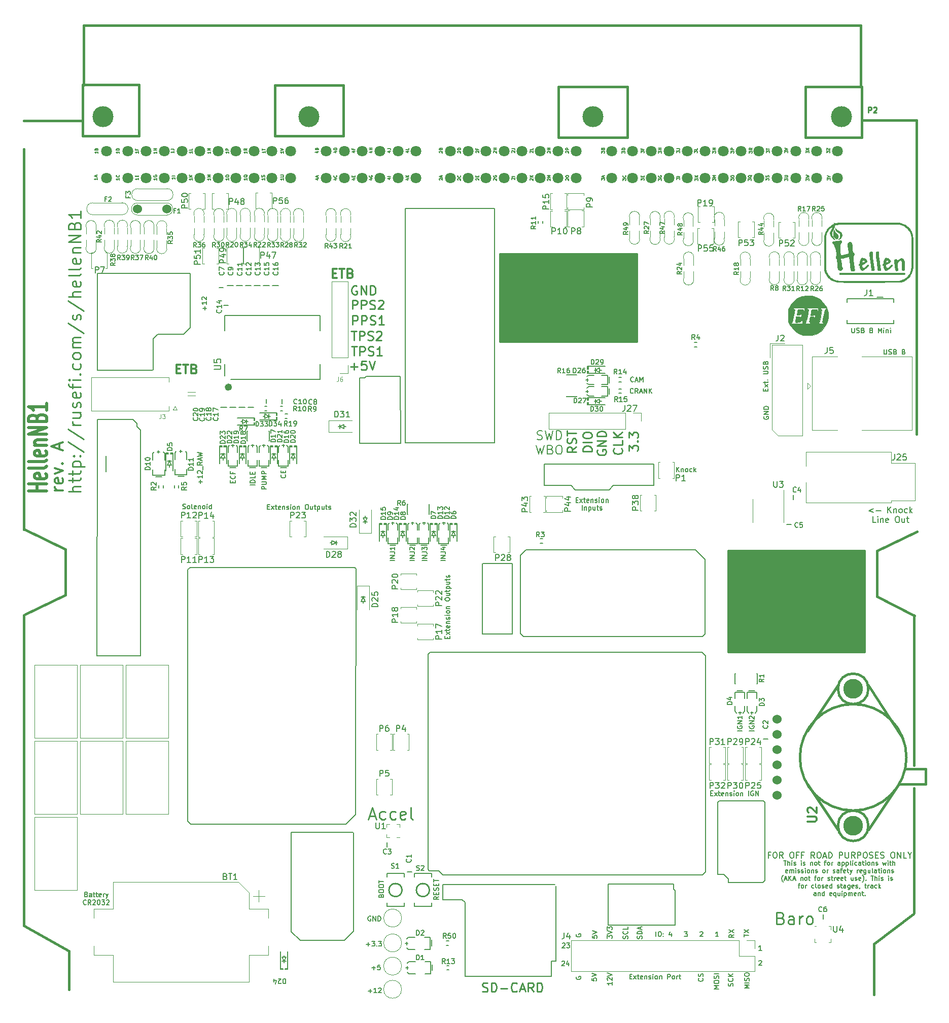
<source format=gto>
G04 #@! TF.GenerationSoftware,KiCad,Pcbnew,(5.99.0-10559-g8513ca974c)*
G04 #@! TF.CreationDate,2021-09-15T09:17:41+03:00*
G04 #@! TF.ProjectId,hellen64_NB1,68656c6c-656e-4363-945f-4e42312e6b69,b*
G04 #@! TF.SameCoordinates,PX141ef50PYa2cc1bc*
G04 #@! TF.FileFunction,Legend,Top*
G04 #@! TF.FilePolarity,Positive*
%FSLAX46Y46*%
G04 Gerber Fmt 4.6, Leading zero omitted, Abs format (unit mm)*
G04 Created by KiCad (PCBNEW (5.99.0-10559-g8513ca974c)) date 2021-09-15 09:17:41*
%MOMM*%
%LPD*%
G01*
G04 APERTURE LIST*
%ADD10C,0.381000*%
%ADD11C,0.250000*%
%ADD12C,0.170000*%
%ADD13C,0.127000*%
%ADD14C,0.300000*%
%ADD15C,0.375000*%
%ADD16C,0.150000*%
%ADD17C,0.500000*%
%ADD18C,0.200000*%
%ADD19C,0.180000*%
%ADD20C,0.222250*%
%ADD21C,0.120000*%
%ADD22C,0.304800*%
%ADD23C,0.002540*%
%ADD24C,0.099060*%
%ADD25C,0.203200*%
%ADD26C,0.254000*%
%ADD27C,0.616000*%
%ADD28C,3.500120*%
%ADD29C,1.800000*%
%ADD30C,3.302000*%
%ADD31C,1.524000*%
G04 APERTURE END LIST*
D10*
X151162640Y94800000D02*
X151162640Y147005340D01*
X2151680Y147130340D02*
X11662640Y147130340D01*
X9112360Y67975000D02*
X9112360Y75575000D01*
X144537640Y75325000D02*
X144537640Y67725000D01*
X144087640Y9705340D02*
X150687640Y14705340D01*
X151162640Y147255340D02*
X142175000Y147255340D01*
X151237640Y78525000D02*
X144537640Y75325000D01*
D11*
X104507464Y124959870D02*
X81607464Y124959870D01*
X81607464Y124959870D02*
X81607464Y110209870D01*
X81607464Y110209870D02*
X104507464Y110209870D01*
X104507464Y110209870D02*
X104507464Y124959870D01*
G36*
X104507464Y124959870D02*
G01*
X81607464Y124959870D01*
X81607464Y110209870D01*
X104507464Y110209870D01*
X104507464Y124959870D01*
G37*
X142576680Y75430340D02*
X119676680Y75430340D01*
X119676680Y75430340D02*
X119676680Y58430340D01*
X119676680Y58430340D02*
X142576680Y58430340D01*
X142576680Y58430340D02*
X142576680Y75430340D01*
G36*
X142576680Y75430340D02*
G01*
X119676680Y75430340D01*
X119676680Y58430340D01*
X142576680Y58430340D01*
X142576680Y75430340D01*
G37*
D10*
X9701680Y2105340D02*
X9662640Y8305340D01*
X2162640Y78905340D02*
X2162640Y142355340D01*
X144537640Y67725000D02*
X150837640Y64525000D01*
X144101680Y1212400D02*
X144101680Y9755340D01*
X9662640Y8500000D02*
X2162640Y12800000D01*
X9112360Y75575000D02*
X2175000Y78975000D01*
X2412360Y64775000D02*
X9112360Y67975000D01*
X150762640Y39512400D02*
X150762640Y64605340D01*
X2162640Y12805340D02*
X2162640Y64605340D01*
X150762640Y14905340D02*
X150762640Y35712400D01*
D12*
X71413584Y17618436D02*
X71032632Y17351769D01*
X71413584Y17161293D02*
X70613584Y17161293D01*
X70613584Y17466055D01*
X70651680Y17542245D01*
X70689775Y17580340D01*
X70765965Y17618436D01*
X70880251Y17618436D01*
X70956441Y17580340D01*
X70994537Y17542245D01*
X71032632Y17466055D01*
X71032632Y17161293D01*
X70994537Y17961293D02*
X70994537Y18227960D01*
X71413584Y18342245D02*
X71413584Y17961293D01*
X70613584Y17961293D01*
X70613584Y18342245D01*
X71375489Y18647007D02*
X71413584Y18761293D01*
X71413584Y18951769D01*
X71375489Y19027960D01*
X71337394Y19066055D01*
X71261203Y19104150D01*
X71185013Y19104150D01*
X71108822Y19066055D01*
X71070727Y19027960D01*
X71032632Y18951769D01*
X70994537Y18799388D01*
X70956441Y18723198D01*
X70918346Y18685102D01*
X70842156Y18647007D01*
X70765965Y18647007D01*
X70689775Y18685102D01*
X70651680Y18723198D01*
X70613584Y18799388D01*
X70613584Y18989864D01*
X70651680Y19104150D01*
X70994537Y19447007D02*
X70994537Y19713674D01*
X71413584Y19827960D02*
X71413584Y19447007D01*
X70613584Y19447007D01*
X70613584Y19827960D01*
X70613584Y20056531D02*
X70613584Y20513674D01*
X71413584Y20285102D02*
X70613584Y20285102D01*
D13*
X120180809Y141748667D02*
X120180809Y142063143D01*
X120374333Y141893810D01*
X120374333Y141966381D01*
X120398523Y142014762D01*
X120422714Y142038953D01*
X120471095Y142063143D01*
X120592047Y142063143D01*
X120640428Y142038953D01*
X120664619Y142014762D01*
X120688809Y141966381D01*
X120688809Y141821239D01*
X120664619Y141772858D01*
X120640428Y141748667D01*
X120688809Y142280858D02*
X120180809Y142280858D01*
X120180809Y142474381D01*
X120205000Y142522762D01*
X120229190Y142546953D01*
X120277571Y142571143D01*
X120350142Y142571143D01*
X120398523Y142546953D01*
X120422714Y142522762D01*
X120446904Y142474381D01*
X120446904Y142280858D01*
D12*
X60240965Y5698198D02*
X60850489Y5698198D01*
X60545727Y5393436D02*
X60545727Y6002960D01*
X61612394Y6193436D02*
X61231441Y6193436D01*
X61193346Y5812483D01*
X61231441Y5850579D01*
X61307632Y5888674D01*
X61498108Y5888674D01*
X61574299Y5850579D01*
X61612394Y5812483D01*
X61650489Y5736293D01*
X61650489Y5545817D01*
X61612394Y5469626D01*
X61574299Y5431531D01*
X61498108Y5393436D01*
X61307632Y5393436D01*
X61231441Y5431531D01*
X61193346Y5469626D01*
D13*
X105194809Y137200858D02*
X105194809Y137515334D01*
X105388333Y137346000D01*
X105388333Y137418572D01*
X105412523Y137466953D01*
X105436714Y137491143D01*
X105485095Y137515334D01*
X105606047Y137515334D01*
X105654428Y137491143D01*
X105678619Y137466953D01*
X105702809Y137418572D01*
X105702809Y137273429D01*
X105678619Y137225048D01*
X105654428Y137200858D01*
X105436714Y137733048D02*
X105436714Y137902381D01*
X105702809Y137974953D02*
X105702809Y137733048D01*
X105194809Y137733048D01*
X105194809Y137974953D01*
X27258809Y142046620D02*
X27258809Y141756334D01*
X27258809Y141901477D02*
X26750809Y141901477D01*
X26823380Y141853096D01*
X26871761Y141804715D01*
X26895952Y141756334D01*
X26750809Y142409477D02*
X27113666Y142409477D01*
X27186238Y142385286D01*
X27234619Y142336905D01*
X27258809Y142264334D01*
X27258809Y142215953D01*
D12*
X103949999Y103626686D02*
X103911903Y103588591D01*
X103797618Y103550496D01*
X103721427Y103550496D01*
X103607141Y103588591D01*
X103530951Y103664781D01*
X103492856Y103740972D01*
X103454760Y103893353D01*
X103454760Y104007639D01*
X103492856Y104160020D01*
X103530951Y104236210D01*
X103607141Y104312400D01*
X103721427Y104350496D01*
X103797618Y104350496D01*
X103911903Y104312400D01*
X103949999Y104274305D01*
X104254760Y103779067D02*
X104635713Y103779067D01*
X104178570Y103550496D02*
X104445237Y104350496D01*
X104711903Y103550496D01*
X104978570Y103550496D02*
X104978570Y104350496D01*
X105245237Y103779067D01*
X105511903Y104350496D01*
X105511903Y103550496D01*
X120664284Y11270520D02*
X120283332Y11003853D01*
X120664284Y10813377D02*
X119864284Y10813377D01*
X119864284Y11118139D01*
X119902380Y11194329D01*
X119940475Y11232424D01*
X120016665Y11270520D01*
X120130951Y11270520D01*
X120207141Y11232424D01*
X120245237Y11194329D01*
X120283332Y11118139D01*
X120283332Y10813377D01*
X119864284Y11537186D02*
X120664284Y12070520D01*
X119864284Y12070520D02*
X120664284Y11537186D01*
D13*
X45546809Y137529048D02*
X45546809Y137238762D01*
X45546809Y137383905D02*
X45038809Y137383905D01*
X45111380Y137335524D01*
X45159761Y137287143D01*
X45183952Y137238762D01*
X45038809Y137746762D02*
X45450047Y137746762D01*
X45498428Y137770953D01*
X45522619Y137795143D01*
X45546809Y137843524D01*
X45546809Y137940286D01*
X45522619Y137988667D01*
X45498428Y138012858D01*
X45450047Y138037048D01*
X45038809Y138037048D01*
D11*
X57005251Y115676769D02*
X57005251Y117176769D01*
X57576680Y117176769D01*
X57719537Y117105340D01*
X57790965Y117033912D01*
X57862394Y116891055D01*
X57862394Y116676769D01*
X57790965Y116533912D01*
X57719537Y116462483D01*
X57576680Y116391055D01*
X57005251Y116391055D01*
X58505251Y115676769D02*
X58505251Y117176769D01*
X59076680Y117176769D01*
X59219537Y117105340D01*
X59290965Y117033912D01*
X59362394Y116891055D01*
X59362394Y116676769D01*
X59290965Y116533912D01*
X59219537Y116462483D01*
X59076680Y116391055D01*
X58505251Y116391055D01*
X59933822Y115748198D02*
X60148108Y115676769D01*
X60505251Y115676769D01*
X60648108Y115748198D01*
X60719537Y115819626D01*
X60790965Y115962483D01*
X60790965Y116105340D01*
X60719537Y116248198D01*
X60648108Y116319626D01*
X60505251Y116391055D01*
X60219537Y116462483D01*
X60076680Y116533912D01*
X60005251Y116605340D01*
X59933822Y116748198D01*
X59933822Y116891055D01*
X60005251Y117033912D01*
X60076680Y117105340D01*
X60219537Y117176769D01*
X60576680Y117176769D01*
X60790965Y117105340D01*
X61362394Y117033912D02*
X61433822Y117105340D01*
X61576680Y117176769D01*
X61933822Y117176769D01*
X62076680Y117105340D01*
X62148108Y117033912D01*
X62219537Y116891055D01*
X62219537Y116748198D01*
X62148108Y116533912D01*
X61290965Y115676769D01*
X62219537Y115676769D01*
D12*
X145762394Y108943436D02*
X145762394Y108295817D01*
X145800489Y108219626D01*
X145838584Y108181531D01*
X145914775Y108143436D01*
X146067156Y108143436D01*
X146143346Y108181531D01*
X146181441Y108219626D01*
X146219537Y108295817D01*
X146219537Y108943436D01*
X146562394Y108181531D02*
X146676680Y108143436D01*
X146867156Y108143436D01*
X146943346Y108181531D01*
X146981441Y108219626D01*
X147019537Y108295817D01*
X147019537Y108372007D01*
X146981441Y108448198D01*
X146943346Y108486293D01*
X146867156Y108524388D01*
X146714775Y108562483D01*
X146638584Y108600579D01*
X146600489Y108638674D01*
X146562394Y108714864D01*
X146562394Y108791055D01*
X146600489Y108867245D01*
X146638584Y108905340D01*
X146714775Y108943436D01*
X146905251Y108943436D01*
X147019537Y108905340D01*
X147629060Y108562483D02*
X147743346Y108524388D01*
X147781441Y108486293D01*
X147819537Y108410102D01*
X147819537Y108295817D01*
X147781441Y108219626D01*
X147743346Y108181531D01*
X147667156Y108143436D01*
X147362394Y108143436D01*
X147362394Y108943436D01*
X147629060Y108943436D01*
X147705251Y108905340D01*
X147743346Y108867245D01*
X147781441Y108791055D01*
X147781441Y108714864D01*
X147743346Y108638674D01*
X147705251Y108600579D01*
X147629060Y108562483D01*
X147362394Y108562483D01*
X149038584Y108562483D02*
X149152870Y108524388D01*
X149190965Y108486293D01*
X149229060Y108410102D01*
X149229060Y108295817D01*
X149190965Y108219626D01*
X149152870Y108181531D01*
X149076680Y108143436D01*
X148771918Y108143436D01*
X148771918Y108943436D01*
X149038584Y108943436D01*
X149114775Y108905340D01*
X149152870Y108867245D01*
X149190965Y108791055D01*
X149190965Y108714864D01*
X149152870Y108638674D01*
X149114775Y108600579D01*
X149038584Y108562483D01*
X148771918Y108562483D01*
D13*
X42498809Y142046620D02*
X42498809Y141756334D01*
X42498809Y141901477D02*
X41990809Y141901477D01*
X42063380Y141853096D01*
X42111761Y141804715D01*
X42135952Y141756334D01*
X41990809Y142191762D02*
X41990809Y142482048D01*
X42498809Y142336905D02*
X41990809Y142336905D01*
X136182809Y141760762D02*
X136182809Y142075239D01*
X136376333Y141905905D01*
X136376333Y141978477D01*
X136400523Y142026858D01*
X136424714Y142051048D01*
X136473095Y142075239D01*
X136594047Y142075239D01*
X136642428Y142051048D01*
X136666619Y142026858D01*
X136690809Y141978477D01*
X136690809Y141833334D01*
X136666619Y141784953D01*
X136642428Y141760762D01*
X136182809Y142244572D02*
X136182809Y142583239D01*
X136690809Y142244572D01*
X136690809Y142583239D01*
D14*
X8704761Y85442858D02*
X7371428Y85442858D01*
X7752380Y85442858D02*
X7561904Y85538096D01*
X7466666Y85633334D01*
X7371428Y85823810D01*
X7371428Y86014286D01*
X8609523Y87442858D02*
X8704761Y87252381D01*
X8704761Y86871429D01*
X8609523Y86680953D01*
X8419047Y86585715D01*
X7657142Y86585715D01*
X7466666Y86680953D01*
X7371428Y86871429D01*
X7371428Y87252381D01*
X7466666Y87442858D01*
X7657142Y87538096D01*
X7847619Y87538096D01*
X8038095Y86585715D01*
X7371428Y88204762D02*
X8704761Y88680953D01*
X7371428Y89157143D01*
X8514285Y89919048D02*
X8609523Y90014286D01*
X8704761Y89919048D01*
X8609523Y89823810D01*
X8514285Y89919048D01*
X8704761Y89919048D01*
X8133333Y92300000D02*
X8133333Y93252381D01*
X8704761Y92109524D02*
X6704761Y92776191D01*
X8704761Y93442858D01*
D12*
X122364284Y10899091D02*
X122364284Y11356234D01*
X123164284Y11127662D02*
X122364284Y11127662D01*
X122364284Y11546710D02*
X123164284Y12080043D01*
X122364284Y12080043D02*
X123164284Y11546710D01*
D15*
X53708822Y121662483D02*
X54208822Y121662483D01*
X54423108Y120876769D02*
X53708822Y120876769D01*
X53708822Y122376769D01*
X54423108Y122376769D01*
X54851680Y122376769D02*
X55708822Y122376769D01*
X55280251Y120876769D02*
X55280251Y122376769D01*
X56708822Y121662483D02*
X56923108Y121591055D01*
X56994537Y121519626D01*
X57065965Y121376769D01*
X57065965Y121162483D01*
X56994537Y121019626D01*
X56923108Y120948198D01*
X56780251Y120876769D01*
X56208822Y120876769D01*
X56208822Y122376769D01*
X56708822Y122376769D01*
X56851680Y122305340D01*
X56923108Y122233912D01*
X56994537Y122091055D01*
X56994537Y121948198D01*
X56923108Y121805340D01*
X56851680Y121733912D01*
X56708822Y121662483D01*
X56208822Y121662483D01*
D12*
X123264284Y2313377D02*
X122464284Y2313377D01*
X123035713Y2580043D01*
X122464284Y2846710D01*
X123264284Y2846710D01*
X123264284Y3227662D02*
X122464284Y3227662D01*
X123226189Y3570520D02*
X123264284Y3684805D01*
X123264284Y3875281D01*
X123226189Y3951472D01*
X123188094Y3989567D01*
X123111903Y4027662D01*
X123035713Y4027662D01*
X122959522Y3989567D01*
X122921427Y3951472D01*
X122883332Y3875281D01*
X122845237Y3722900D01*
X122807141Y3646710D01*
X122769046Y3608615D01*
X122692856Y3570520D01*
X122616665Y3570520D01*
X122540475Y3608615D01*
X122502380Y3646710D01*
X122464284Y3722900D01*
X122464284Y3913377D01*
X122502380Y4027662D01*
X122464284Y4522900D02*
X122464284Y4675281D01*
X122502380Y4751472D01*
X122578570Y4827662D01*
X122730951Y4865758D01*
X122997618Y4865758D01*
X123149999Y4827662D01*
X123226189Y4751472D01*
X123264284Y4675281D01*
X123264284Y4522900D01*
X123226189Y4446710D01*
X123149999Y4370520D01*
X122997618Y4332424D01*
X122730951Y4332424D01*
X122578570Y4370520D01*
X122502380Y4446710D01*
X122464284Y4522900D01*
X72564284Y73713377D02*
X71764284Y73713377D01*
X72564284Y74094329D02*
X71764284Y74094329D01*
X72564284Y74551472D01*
X71764284Y74551472D01*
X71764284Y75160996D02*
X72335713Y75160996D01*
X72449999Y75122900D01*
X72526189Y75046710D01*
X72564284Y74932424D01*
X72564284Y74856234D01*
X72030951Y75884805D02*
X72564284Y75884805D01*
X71726189Y75694329D02*
X72297618Y75503853D01*
X72297618Y75999091D01*
D11*
X78724894Y1798198D02*
X78939180Y1726769D01*
X79296322Y1726769D01*
X79439180Y1798198D01*
X79510608Y1869626D01*
X79582037Y2012483D01*
X79582037Y2155340D01*
X79510608Y2298198D01*
X79439180Y2369626D01*
X79296322Y2441055D01*
X79010608Y2512483D01*
X78867751Y2583912D01*
X78796322Y2655340D01*
X78724894Y2798198D01*
X78724894Y2941055D01*
X78796322Y3083912D01*
X78867751Y3155340D01*
X79010608Y3226769D01*
X79367751Y3226769D01*
X79582037Y3155340D01*
X80224894Y1726769D02*
X80224894Y3226769D01*
X80582037Y3226769D01*
X80796322Y3155340D01*
X80939180Y3012483D01*
X81010608Y2869626D01*
X81082037Y2583912D01*
X81082037Y2369626D01*
X81010608Y2083912D01*
X80939180Y1941055D01*
X80796322Y1798198D01*
X80582037Y1726769D01*
X80224894Y1726769D01*
X81724894Y2298198D02*
X82867751Y2298198D01*
X84439180Y1869626D02*
X84367751Y1798198D01*
X84153465Y1726769D01*
X84010608Y1726769D01*
X83796322Y1798198D01*
X83653465Y1941055D01*
X83582037Y2083912D01*
X83510608Y2369626D01*
X83510608Y2583912D01*
X83582037Y2869626D01*
X83653465Y3012483D01*
X83796322Y3155340D01*
X84010608Y3226769D01*
X84153465Y3226769D01*
X84367751Y3155340D01*
X84439180Y3083912D01*
X85010608Y2155340D02*
X85724894Y2155340D01*
X84867751Y1726769D02*
X85367751Y3226769D01*
X85867751Y1726769D01*
X87224894Y1726769D02*
X86724894Y2441055D01*
X86367751Y1726769D02*
X86367751Y3226769D01*
X86939180Y3226769D01*
X87082037Y3155340D01*
X87153465Y3083912D01*
X87224894Y2941055D01*
X87224894Y2726769D01*
X87153465Y2583912D01*
X87082037Y2512483D01*
X86939180Y2441055D01*
X86367751Y2441055D01*
X87867751Y1726769D02*
X87867751Y3226769D01*
X88224894Y3226769D01*
X88439180Y3155340D01*
X88582037Y3012483D01*
X88653465Y2869626D01*
X88724894Y2583912D01*
X88724894Y2369626D01*
X88653465Y2083912D01*
X88582037Y1941055D01*
X88439180Y1798198D01*
X88224894Y1726769D01*
X87867751Y1726769D01*
D13*
X98590809Y137212953D02*
X98590809Y137527429D01*
X98784333Y137358096D01*
X98784333Y137430667D01*
X98808523Y137479048D01*
X98832714Y137503239D01*
X98881095Y137527429D01*
X99002047Y137527429D01*
X99050428Y137503239D01*
X99074619Y137479048D01*
X99098809Y137430667D01*
X99098809Y137285524D01*
X99074619Y137237143D01*
X99050428Y137212953D01*
X98953666Y137720953D02*
X98953666Y137962858D01*
X99098809Y137672572D02*
X98590809Y137841905D01*
X99098809Y138011239D01*
X105194809Y141784953D02*
X105194809Y142099429D01*
X105388333Y141930096D01*
X105388333Y142002667D01*
X105412523Y142051048D01*
X105436714Y142075239D01*
X105485095Y142099429D01*
X105606047Y142099429D01*
X105654428Y142075239D01*
X105678619Y142051048D01*
X105702809Y142002667D01*
X105702809Y141857524D01*
X105678619Y141809143D01*
X105654428Y141784953D01*
X105436714Y142486477D02*
X105436714Y142317143D01*
X105702809Y142317143D02*
X105194809Y142317143D01*
X105194809Y142559048D01*
X123101809Y137164572D02*
X123101809Y137479048D01*
X123295333Y137309715D01*
X123295333Y137382286D01*
X123319523Y137430667D01*
X123343714Y137454858D01*
X123392095Y137479048D01*
X123513047Y137479048D01*
X123561428Y137454858D01*
X123585619Y137430667D01*
X123609809Y137382286D01*
X123609809Y137237143D01*
X123585619Y137188762D01*
X123561428Y137164572D01*
X123658190Y138035429D02*
X123634000Y137987048D01*
X123585619Y137938667D01*
X123513047Y137866096D01*
X123488857Y137817715D01*
X123488857Y137769334D01*
X123609809Y137793524D02*
X123585619Y137745143D01*
X123537238Y137696762D01*
X123440476Y137672572D01*
X123271142Y137672572D01*
X123174380Y137696762D01*
X123126000Y137745143D01*
X123101809Y137793524D01*
X123101809Y137890286D01*
X123126000Y137938667D01*
X123174380Y137987048D01*
X123271142Y138011239D01*
X123440476Y138011239D01*
X123537238Y137987048D01*
X123585619Y137938667D01*
X123609809Y137890286D01*
X123609809Y137793524D01*
X114211809Y137176667D02*
X114211809Y137491143D01*
X114405333Y137321810D01*
X114405333Y137394381D01*
X114429523Y137442762D01*
X114453714Y137466953D01*
X114502095Y137491143D01*
X114623047Y137491143D01*
X114671428Y137466953D01*
X114695619Y137442762D01*
X114719809Y137394381D01*
X114719809Y137249239D01*
X114695619Y137200858D01*
X114671428Y137176667D01*
X114719809Y137708858D02*
X114211809Y137708858D01*
X114719809Y137999143D02*
X114429523Y137781429D01*
X114211809Y137999143D02*
X114502095Y137708858D01*
D16*
X144015476Y82344286D02*
X143253571Y82058572D01*
X144015476Y81772858D01*
X144396428Y82010953D02*
X145253571Y82010953D01*
X146396428Y81677620D02*
X146396428Y82677620D01*
X146967857Y81677620D02*
X146539285Y82249048D01*
X146967857Y82677620D02*
X146396428Y82106191D01*
X147396428Y82344286D02*
X147396428Y81677620D01*
X147396428Y82249048D02*
X147444047Y82296667D01*
X147539285Y82344286D01*
X147682142Y82344286D01*
X147777380Y82296667D01*
X147825000Y82201429D01*
X147825000Y81677620D01*
X148444047Y81677620D02*
X148348809Y81725239D01*
X148301190Y81772858D01*
X148253571Y81868096D01*
X148253571Y82153810D01*
X148301190Y82249048D01*
X148348809Y82296667D01*
X148444047Y82344286D01*
X148586904Y82344286D01*
X148682142Y82296667D01*
X148729761Y82249048D01*
X148777380Y82153810D01*
X148777380Y81868096D01*
X148729761Y81772858D01*
X148682142Y81725239D01*
X148586904Y81677620D01*
X148444047Y81677620D01*
X149634523Y81725239D02*
X149539285Y81677620D01*
X149348809Y81677620D01*
X149253571Y81725239D01*
X149205952Y81772858D01*
X149158333Y81868096D01*
X149158333Y82153810D01*
X149205952Y82249048D01*
X149253571Y82296667D01*
X149348809Y82344286D01*
X149539285Y82344286D01*
X149634523Y82296667D01*
X150063095Y81677620D02*
X150063095Y82677620D01*
X150158333Y82058572D02*
X150444047Y81677620D01*
X150444047Y82344286D02*
X150063095Y81963334D01*
X144372619Y80067620D02*
X143896428Y80067620D01*
X143896428Y81067620D01*
X144705952Y80067620D02*
X144705952Y80734286D01*
X144705952Y81067620D02*
X144658333Y81020000D01*
X144705952Y80972381D01*
X144753571Y81020000D01*
X144705952Y81067620D01*
X144705952Y80972381D01*
X145182142Y80734286D02*
X145182142Y80067620D01*
X145182142Y80639048D02*
X145229761Y80686667D01*
X145325000Y80734286D01*
X145467857Y80734286D01*
X145563095Y80686667D01*
X145610714Y80591429D01*
X145610714Y80067620D01*
X146467857Y80115239D02*
X146372619Y80067620D01*
X146182142Y80067620D01*
X146086904Y80115239D01*
X146039285Y80210477D01*
X146039285Y80591429D01*
X146086904Y80686667D01*
X146182142Y80734286D01*
X146372619Y80734286D01*
X146467857Y80686667D01*
X146515476Y80591429D01*
X146515476Y80496191D01*
X146039285Y80400953D01*
X147896428Y81067620D02*
X148086904Y81067620D01*
X148182142Y81020000D01*
X148277380Y80924762D01*
X148325000Y80734286D01*
X148325000Y80400953D01*
X148277380Y80210477D01*
X148182142Y80115239D01*
X148086904Y80067620D01*
X147896428Y80067620D01*
X147801190Y80115239D01*
X147705952Y80210477D01*
X147658333Y80400953D01*
X147658333Y80734286D01*
X147705952Y80924762D01*
X147801190Y81020000D01*
X147896428Y81067620D01*
X149182142Y80734286D02*
X149182142Y80067620D01*
X148753571Y80734286D02*
X148753571Y80210477D01*
X148801190Y80115239D01*
X148896428Y80067620D01*
X149039285Y80067620D01*
X149134523Y80115239D01*
X149182142Y80162858D01*
X149515476Y80734286D02*
X149896428Y80734286D01*
X149658333Y81067620D02*
X149658333Y80210477D01*
X149705952Y80115239D01*
X149801190Y80067620D01*
X149896428Y80067620D01*
D12*
X42844537Y82662483D02*
X43111203Y82662483D01*
X43225489Y82243436D02*
X42844537Y82243436D01*
X42844537Y83043436D01*
X43225489Y83043436D01*
X43492156Y82243436D02*
X43911203Y82776769D01*
X43492156Y82776769D02*
X43911203Y82243436D01*
X44101680Y82776769D02*
X44406441Y82776769D01*
X44215965Y83043436D02*
X44215965Y82357721D01*
X44254060Y82281531D01*
X44330251Y82243436D01*
X44406441Y82243436D01*
X44977870Y82281531D02*
X44901680Y82243436D01*
X44749299Y82243436D01*
X44673108Y82281531D01*
X44635013Y82357721D01*
X44635013Y82662483D01*
X44673108Y82738674D01*
X44749299Y82776769D01*
X44901680Y82776769D01*
X44977870Y82738674D01*
X45015965Y82662483D01*
X45015965Y82586293D01*
X44635013Y82510102D01*
X45358822Y82776769D02*
X45358822Y82243436D01*
X45358822Y82700579D02*
X45396918Y82738674D01*
X45473108Y82776769D01*
X45587394Y82776769D01*
X45663584Y82738674D01*
X45701680Y82662483D01*
X45701680Y82243436D01*
X46044537Y82281531D02*
X46120727Y82243436D01*
X46273108Y82243436D01*
X46349299Y82281531D01*
X46387394Y82357721D01*
X46387394Y82395817D01*
X46349299Y82472007D01*
X46273108Y82510102D01*
X46158822Y82510102D01*
X46082632Y82548198D01*
X46044537Y82624388D01*
X46044537Y82662483D01*
X46082632Y82738674D01*
X46158822Y82776769D01*
X46273108Y82776769D01*
X46349299Y82738674D01*
X46730251Y82243436D02*
X46730251Y82776769D01*
X46730251Y83043436D02*
X46692156Y83005340D01*
X46730251Y82967245D01*
X46768346Y83005340D01*
X46730251Y83043436D01*
X46730251Y82967245D01*
X47225489Y82243436D02*
X47149299Y82281531D01*
X47111203Y82319626D01*
X47073108Y82395817D01*
X47073108Y82624388D01*
X47111203Y82700579D01*
X47149299Y82738674D01*
X47225489Y82776769D01*
X47339775Y82776769D01*
X47415965Y82738674D01*
X47454060Y82700579D01*
X47492156Y82624388D01*
X47492156Y82395817D01*
X47454060Y82319626D01*
X47415965Y82281531D01*
X47339775Y82243436D01*
X47225489Y82243436D01*
X47835013Y82776769D02*
X47835013Y82243436D01*
X47835013Y82700579D02*
X47873108Y82738674D01*
X47949299Y82776769D01*
X48063584Y82776769D01*
X48139775Y82738674D01*
X48177870Y82662483D01*
X48177870Y82243436D01*
X49320727Y83043436D02*
X49473108Y83043436D01*
X49549299Y83005340D01*
X49625489Y82929150D01*
X49663584Y82776769D01*
X49663584Y82510102D01*
X49625489Y82357721D01*
X49549299Y82281531D01*
X49473108Y82243436D01*
X49320727Y82243436D01*
X49244537Y82281531D01*
X49168346Y82357721D01*
X49130251Y82510102D01*
X49130251Y82776769D01*
X49168346Y82929150D01*
X49244537Y83005340D01*
X49320727Y83043436D01*
X50349299Y82776769D02*
X50349299Y82243436D01*
X50006441Y82776769D02*
X50006441Y82357721D01*
X50044537Y82281531D01*
X50120727Y82243436D01*
X50235013Y82243436D01*
X50311203Y82281531D01*
X50349299Y82319626D01*
X50615965Y82776769D02*
X50920727Y82776769D01*
X50730251Y83043436D02*
X50730251Y82357721D01*
X50768346Y82281531D01*
X50844537Y82243436D01*
X50920727Y82243436D01*
X51187394Y82776769D02*
X51187394Y81976769D01*
X51187394Y82738674D02*
X51263584Y82776769D01*
X51415965Y82776769D01*
X51492156Y82738674D01*
X51530251Y82700579D01*
X51568346Y82624388D01*
X51568346Y82395817D01*
X51530251Y82319626D01*
X51492156Y82281531D01*
X51415965Y82243436D01*
X51263584Y82243436D01*
X51187394Y82281531D01*
X52254060Y82776769D02*
X52254060Y82243436D01*
X51911203Y82776769D02*
X51911203Y82357721D01*
X51949299Y82281531D01*
X52025489Y82243436D01*
X52139775Y82243436D01*
X52215965Y82281531D01*
X52254060Y82319626D01*
X52520727Y82776769D02*
X52825489Y82776769D01*
X52635013Y83043436D02*
X52635013Y82357721D01*
X52673108Y82281531D01*
X52749299Y82243436D01*
X52825489Y82243436D01*
X53054060Y82281531D02*
X53130251Y82243436D01*
X53282632Y82243436D01*
X53358822Y82281531D01*
X53396918Y82357721D01*
X53396918Y82395817D01*
X53358822Y82472007D01*
X53282632Y82510102D01*
X53168346Y82510102D01*
X53092156Y82548198D01*
X53054060Y82624388D01*
X53054060Y82662483D01*
X53092156Y82738674D01*
X53168346Y82776769D01*
X53282632Y82776769D01*
X53358822Y82738674D01*
D13*
X77684190Y141809143D02*
X77660000Y141833334D01*
X77635809Y141881715D01*
X77635809Y142002667D01*
X77660000Y142051048D01*
X77684190Y142075239D01*
X77732571Y142099429D01*
X77780952Y142099429D01*
X77853523Y142075239D01*
X78143809Y141784953D01*
X78143809Y142099429D01*
X77877714Y142486477D02*
X77877714Y142317143D01*
X78143809Y142317143D02*
X77635809Y142317143D01*
X77635809Y142559048D01*
D12*
X72844537Y60698198D02*
X72844537Y60964864D01*
X73263584Y61079150D02*
X73263584Y60698198D01*
X72463584Y60698198D01*
X72463584Y61079150D01*
X73263584Y61345817D02*
X72730251Y61764864D01*
X72730251Y61345817D02*
X73263584Y61764864D01*
X72730251Y61955340D02*
X72730251Y62260102D01*
X72463584Y62069626D02*
X73149299Y62069626D01*
X73225489Y62107721D01*
X73263584Y62183912D01*
X73263584Y62260102D01*
X73225489Y62831531D02*
X73263584Y62755340D01*
X73263584Y62602960D01*
X73225489Y62526769D01*
X73149299Y62488674D01*
X72844537Y62488674D01*
X72768346Y62526769D01*
X72730251Y62602960D01*
X72730251Y62755340D01*
X72768346Y62831531D01*
X72844537Y62869626D01*
X72920727Y62869626D01*
X72996918Y62488674D01*
X72730251Y63212483D02*
X73263584Y63212483D01*
X72806441Y63212483D02*
X72768346Y63250579D01*
X72730251Y63326769D01*
X72730251Y63441055D01*
X72768346Y63517245D01*
X72844537Y63555340D01*
X73263584Y63555340D01*
X73225489Y63898198D02*
X73263584Y63974388D01*
X73263584Y64126769D01*
X73225489Y64202960D01*
X73149299Y64241055D01*
X73111203Y64241055D01*
X73035013Y64202960D01*
X72996918Y64126769D01*
X72996918Y64012483D01*
X72958822Y63936293D01*
X72882632Y63898198D01*
X72844537Y63898198D01*
X72768346Y63936293D01*
X72730251Y64012483D01*
X72730251Y64126769D01*
X72768346Y64202960D01*
X73263584Y64583912D02*
X72730251Y64583912D01*
X72463584Y64583912D02*
X72501680Y64545817D01*
X72539775Y64583912D01*
X72501680Y64622007D01*
X72463584Y64583912D01*
X72539775Y64583912D01*
X73263584Y65079150D02*
X73225489Y65002960D01*
X73187394Y64964864D01*
X73111203Y64926769D01*
X72882632Y64926769D01*
X72806441Y64964864D01*
X72768346Y65002960D01*
X72730251Y65079150D01*
X72730251Y65193436D01*
X72768346Y65269626D01*
X72806441Y65307721D01*
X72882632Y65345817D01*
X73111203Y65345817D01*
X73187394Y65307721D01*
X73225489Y65269626D01*
X73263584Y65193436D01*
X73263584Y65079150D01*
X72730251Y65688674D02*
X73263584Y65688674D01*
X72806441Y65688674D02*
X72768346Y65726769D01*
X72730251Y65802960D01*
X72730251Y65917245D01*
X72768346Y65993436D01*
X72844537Y66031531D01*
X73263584Y66031531D01*
X72463584Y67174388D02*
X72463584Y67326769D01*
X72501680Y67402960D01*
X72577870Y67479150D01*
X72730251Y67517245D01*
X72996918Y67517245D01*
X73149299Y67479150D01*
X73225489Y67402960D01*
X73263584Y67326769D01*
X73263584Y67174388D01*
X73225489Y67098198D01*
X73149299Y67022007D01*
X72996918Y66983912D01*
X72730251Y66983912D01*
X72577870Y67022007D01*
X72501680Y67098198D01*
X72463584Y67174388D01*
X72730251Y68202960D02*
X73263584Y68202960D01*
X72730251Y67860102D02*
X73149299Y67860102D01*
X73225489Y67898198D01*
X73263584Y67974388D01*
X73263584Y68088674D01*
X73225489Y68164864D01*
X73187394Y68202960D01*
X72730251Y68469626D02*
X72730251Y68774388D01*
X72463584Y68583912D02*
X73149299Y68583912D01*
X73225489Y68622007D01*
X73263584Y68698198D01*
X73263584Y68774388D01*
X72730251Y69041055D02*
X73530251Y69041055D01*
X72768346Y69041055D02*
X72730251Y69117245D01*
X72730251Y69269626D01*
X72768346Y69345817D01*
X72806441Y69383912D01*
X72882632Y69422007D01*
X73111203Y69422007D01*
X73187394Y69383912D01*
X73225489Y69345817D01*
X73263584Y69269626D01*
X73263584Y69117245D01*
X73225489Y69041055D01*
X72730251Y70107721D02*
X73263584Y70107721D01*
X72730251Y69764864D02*
X73149299Y69764864D01*
X73225489Y69802960D01*
X73263584Y69879150D01*
X73263584Y69993436D01*
X73225489Y70069626D01*
X73187394Y70107721D01*
X72730251Y70374388D02*
X72730251Y70679150D01*
X72463584Y70488674D02*
X73149299Y70488674D01*
X73225489Y70526769D01*
X73263584Y70602960D01*
X73263584Y70679150D01*
X73225489Y70907721D02*
X73263584Y70983912D01*
X73263584Y71136293D01*
X73225489Y71212483D01*
X73149299Y71250579D01*
X73111203Y71250579D01*
X73035013Y71212483D01*
X72996918Y71136293D01*
X72996918Y71022007D01*
X72958822Y70945817D01*
X72882632Y70907721D01*
X72844537Y70907721D01*
X72768346Y70945817D01*
X72730251Y71022007D01*
X72730251Y71136293D01*
X72768346Y71212483D01*
X115488094Y3970520D02*
X115526189Y3932424D01*
X115564284Y3818139D01*
X115564284Y3741948D01*
X115526189Y3627662D01*
X115449999Y3551472D01*
X115373808Y3513377D01*
X115221427Y3475281D01*
X115107141Y3475281D01*
X114954760Y3513377D01*
X114878570Y3551472D01*
X114802380Y3627662D01*
X114764284Y3741948D01*
X114764284Y3818139D01*
X114802380Y3932424D01*
X114840475Y3970520D01*
X115526189Y4275281D02*
X115564284Y4389567D01*
X115564284Y4580043D01*
X115526189Y4656234D01*
X115488094Y4694329D01*
X115411903Y4732424D01*
X115335713Y4732424D01*
X115259522Y4694329D01*
X115221427Y4656234D01*
X115183332Y4580043D01*
X115145237Y4427662D01*
X115107141Y4351472D01*
X115069046Y4313377D01*
X114992856Y4275281D01*
X114916665Y4275281D01*
X114840475Y4313377D01*
X114802380Y4351472D01*
X114764284Y4427662D01*
X114764284Y4618139D01*
X114802380Y4732424D01*
X111101680Y88543436D02*
X111101680Y89343436D01*
X111558822Y88543436D02*
X111215965Y89000579D01*
X111558822Y89343436D02*
X111101680Y88886293D01*
X111901680Y89076769D02*
X111901680Y88543436D01*
X111901680Y89000579D02*
X111939775Y89038674D01*
X112015965Y89076769D01*
X112130251Y89076769D01*
X112206441Y89038674D01*
X112244537Y88962483D01*
X112244537Y88543436D01*
X112739775Y88543436D02*
X112663584Y88581531D01*
X112625489Y88619626D01*
X112587394Y88695817D01*
X112587394Y88924388D01*
X112625489Y89000579D01*
X112663584Y89038674D01*
X112739775Y89076769D01*
X112854060Y89076769D01*
X112930251Y89038674D01*
X112968346Y89000579D01*
X113006441Y88924388D01*
X113006441Y88695817D01*
X112968346Y88619626D01*
X112930251Y88581531D01*
X112854060Y88543436D01*
X112739775Y88543436D01*
X113692156Y88581531D02*
X113615965Y88543436D01*
X113463584Y88543436D01*
X113387394Y88581531D01*
X113349299Y88619626D01*
X113311203Y88695817D01*
X113311203Y88924388D01*
X113349299Y89000579D01*
X113387394Y89038674D01*
X113463584Y89076769D01*
X113615965Y89076769D01*
X113692156Y89038674D01*
X114035013Y88543436D02*
X114035013Y89343436D01*
X114111203Y88848198D02*
X114339775Y88543436D01*
X114339775Y89076769D02*
X114035013Y88772007D01*
X40764284Y86326686D02*
X39964284Y86326686D01*
X40764284Y86707639D02*
X39964284Y86707639D01*
X39964284Y86898115D01*
X40002380Y87012400D01*
X40078570Y87088591D01*
X40154760Y87126686D01*
X40307141Y87164781D01*
X40421427Y87164781D01*
X40573808Y87126686D01*
X40649999Y87088591D01*
X40726189Y87012400D01*
X40764284Y86898115D01*
X40764284Y86707639D01*
X40764284Y87888591D02*
X40764284Y87507639D01*
X39964284Y87507639D01*
X40345237Y88155258D02*
X40345237Y88421924D01*
X40764284Y88536210D02*
X40764284Y88155258D01*
X39964284Y88155258D01*
X39964284Y88536210D01*
D13*
X126149809Y141809143D02*
X126149809Y142123620D01*
X126343333Y141954286D01*
X126343333Y142026858D01*
X126367523Y142075239D01*
X126391714Y142099429D01*
X126440095Y142123620D01*
X126561047Y142123620D01*
X126609428Y142099429D01*
X126633619Y142075239D01*
X126657809Y142026858D01*
X126657809Y141881715D01*
X126633619Y141833334D01*
X126609428Y141809143D01*
X126149809Y142268762D02*
X126149809Y142559048D01*
X126657809Y142413905D02*
X126149809Y142413905D01*
X66116142Y142063143D02*
X66454809Y142063143D01*
X65922619Y141942191D02*
X66285476Y141821239D01*
X66285476Y142135715D01*
X66454809Y142571143D02*
X66454809Y142329239D01*
X65946809Y142329239D01*
X30306809Y142034524D02*
X30306809Y141744239D01*
X30306809Y141889381D02*
X29798809Y141889381D01*
X29871380Y141841000D01*
X29919761Y141792620D01*
X29943952Y141744239D01*
X30306809Y142494143D02*
X30306809Y142252239D01*
X29798809Y142252239D01*
D12*
X64064284Y73713377D02*
X63264284Y73713377D01*
X64064284Y74094329D02*
X63264284Y74094329D01*
X64064284Y74551472D01*
X63264284Y74551472D01*
X63264284Y75160996D02*
X63835713Y75160996D01*
X63949999Y75122900D01*
X64026189Y75046710D01*
X64064284Y74932424D01*
X64064284Y74856234D01*
X64064284Y75960996D02*
X64064284Y75503853D01*
X64064284Y75732424D02*
X63264284Y75732424D01*
X63378570Y75656234D01*
X63454760Y75580043D01*
X63492856Y75503853D01*
X69464284Y73713377D02*
X68664284Y73713377D01*
X69464284Y74094329D02*
X68664284Y74094329D01*
X69464284Y74551472D01*
X68664284Y74551472D01*
X68664284Y75160996D02*
X69235713Y75160996D01*
X69349999Y75122900D01*
X69426189Y75046710D01*
X69464284Y74932424D01*
X69464284Y74856234D01*
X68664284Y75465758D02*
X68664284Y75960996D01*
X68969046Y75694329D01*
X68969046Y75808615D01*
X69007141Y75884805D01*
X69045237Y75922900D01*
X69121427Y75960996D01*
X69311903Y75960996D01*
X69388094Y75922900D01*
X69426189Y75884805D01*
X69464284Y75808615D01*
X69464284Y75580043D01*
X69426189Y75503853D01*
X69388094Y75465758D01*
X125322403Y8650496D02*
X124865260Y8650496D01*
X125093832Y8650496D02*
X125093832Y9450496D01*
X125017641Y9336210D01*
X124941451Y9260020D01*
X124865260Y9221924D01*
D13*
X111163809Y141809143D02*
X111163809Y142123620D01*
X111357333Y141954286D01*
X111357333Y142026858D01*
X111381523Y142075239D01*
X111405714Y142099429D01*
X111454095Y142123620D01*
X111575047Y142123620D01*
X111623428Y142099429D01*
X111647619Y142075239D01*
X111671809Y142026858D01*
X111671809Y141881715D01*
X111647619Y141833334D01*
X111623428Y141809143D01*
X111163809Y142486477D02*
X111526666Y142486477D01*
X111599238Y142462286D01*
X111647619Y142413905D01*
X111671809Y142341334D01*
X111671809Y142292953D01*
D12*
X12594537Y17981483D02*
X12708822Y17943388D01*
X12746918Y17905293D01*
X12785013Y17829102D01*
X12785013Y17714817D01*
X12746918Y17638626D01*
X12708822Y17600531D01*
X12632632Y17562436D01*
X12327870Y17562436D01*
X12327870Y18362436D01*
X12594537Y18362436D01*
X12670727Y18324340D01*
X12708822Y18286245D01*
X12746918Y18210055D01*
X12746918Y18133864D01*
X12708822Y18057674D01*
X12670727Y18019579D01*
X12594537Y17981483D01*
X12327870Y17981483D01*
X13470727Y17562436D02*
X13470727Y17981483D01*
X13432632Y18057674D01*
X13356441Y18095769D01*
X13204060Y18095769D01*
X13127870Y18057674D01*
X13470727Y17600531D02*
X13394537Y17562436D01*
X13204060Y17562436D01*
X13127870Y17600531D01*
X13089775Y17676721D01*
X13089775Y17752912D01*
X13127870Y17829102D01*
X13204060Y17867198D01*
X13394537Y17867198D01*
X13470727Y17905293D01*
X13737394Y18095769D02*
X14042156Y18095769D01*
X13851680Y18362436D02*
X13851680Y17676721D01*
X13889775Y17600531D01*
X13965965Y17562436D01*
X14042156Y17562436D01*
X14194537Y18095769D02*
X14499299Y18095769D01*
X14308822Y18362436D02*
X14308822Y17676721D01*
X14346918Y17600531D01*
X14423108Y17562436D01*
X14499299Y17562436D01*
X15070727Y17600531D02*
X14994537Y17562436D01*
X14842156Y17562436D01*
X14765965Y17600531D01*
X14727870Y17676721D01*
X14727870Y17981483D01*
X14765965Y18057674D01*
X14842156Y18095769D01*
X14994537Y18095769D01*
X15070727Y18057674D01*
X15108822Y17981483D01*
X15108822Y17905293D01*
X14727870Y17829102D01*
X15451680Y17562436D02*
X15451680Y18095769D01*
X15451680Y17943388D02*
X15489775Y18019579D01*
X15527870Y18057674D01*
X15604060Y18095769D01*
X15680251Y18095769D01*
X15870727Y18095769D02*
X16061203Y17562436D01*
X16251680Y18095769D02*
X16061203Y17562436D01*
X15985013Y17371960D01*
X15946918Y17333864D01*
X15870727Y17295769D01*
X12575489Y16350626D02*
X12537394Y16312531D01*
X12423108Y16274436D01*
X12346918Y16274436D01*
X12232632Y16312531D01*
X12156441Y16388721D01*
X12118346Y16464912D01*
X12080251Y16617293D01*
X12080251Y16731579D01*
X12118346Y16883960D01*
X12156441Y16960150D01*
X12232632Y17036340D01*
X12346918Y17074436D01*
X12423108Y17074436D01*
X12537394Y17036340D01*
X12575489Y16998245D01*
X13375489Y16274436D02*
X13108822Y16655388D01*
X12918346Y16274436D02*
X12918346Y17074436D01*
X13223108Y17074436D01*
X13299299Y17036340D01*
X13337394Y16998245D01*
X13375489Y16922055D01*
X13375489Y16807769D01*
X13337394Y16731579D01*
X13299299Y16693483D01*
X13223108Y16655388D01*
X12918346Y16655388D01*
X13680251Y16998245D02*
X13718346Y17036340D01*
X13794537Y17074436D01*
X13985013Y17074436D01*
X14061203Y17036340D01*
X14099299Y16998245D01*
X14137394Y16922055D01*
X14137394Y16845864D01*
X14099299Y16731579D01*
X13642156Y16274436D01*
X14137394Y16274436D01*
X14632632Y17074436D02*
X14708822Y17074436D01*
X14785013Y17036340D01*
X14823108Y16998245D01*
X14861203Y16922055D01*
X14899299Y16769674D01*
X14899299Y16579198D01*
X14861203Y16426817D01*
X14823108Y16350626D01*
X14785013Y16312531D01*
X14708822Y16274436D01*
X14632632Y16274436D01*
X14556441Y16312531D01*
X14518346Y16350626D01*
X14480251Y16426817D01*
X14442156Y16579198D01*
X14442156Y16769674D01*
X14480251Y16922055D01*
X14518346Y16998245D01*
X14556441Y17036340D01*
X14632632Y17074436D01*
X15165965Y17074436D02*
X15661203Y17074436D01*
X15394537Y16769674D01*
X15508822Y16769674D01*
X15585013Y16731579D01*
X15623108Y16693483D01*
X15661203Y16617293D01*
X15661203Y16426817D01*
X15623108Y16350626D01*
X15585013Y16312531D01*
X15508822Y16274436D01*
X15280251Y16274436D01*
X15204060Y16312531D01*
X15165965Y16350626D01*
X15965965Y16998245D02*
X16004060Y17036340D01*
X16080251Y17074436D01*
X16270727Y17074436D01*
X16346918Y17036340D01*
X16385013Y16998245D01*
X16423108Y16922055D01*
X16423108Y16845864D01*
X16385013Y16731579D01*
X15927870Y16274436D01*
X16423108Y16274436D01*
D13*
X50992822Y141998102D02*
X51331489Y141998102D01*
X50799299Y141877150D02*
X51162156Y141756198D01*
X51162156Y142070674D01*
X51065394Y142433531D02*
X51089584Y142506102D01*
X51113775Y142530293D01*
X51162156Y142554483D01*
X51234727Y142554483D01*
X51283108Y142530293D01*
X51307299Y142506102D01*
X51331489Y142457721D01*
X51331489Y142264198D01*
X50823489Y142264198D01*
X50823489Y142433531D01*
X50847680Y142481912D01*
X50871870Y142506102D01*
X50920251Y142530293D01*
X50968632Y142530293D01*
X51017013Y142506102D01*
X51041203Y142481912D01*
X51065394Y142433531D01*
X51065394Y142264198D01*
D12*
X124064284Y45312400D02*
X123264284Y45312400D01*
X123302380Y46112400D02*
X123264284Y46036210D01*
X123264284Y45921924D01*
X123302380Y45807639D01*
X123378570Y45731448D01*
X123454760Y45693353D01*
X123607141Y45655258D01*
X123721427Y45655258D01*
X123873808Y45693353D01*
X123949999Y45731448D01*
X124026189Y45807639D01*
X124064284Y45921924D01*
X124064284Y45998115D01*
X124026189Y46112400D01*
X123988094Y46150496D01*
X123721427Y46150496D01*
X123721427Y45998115D01*
X124064284Y46493353D02*
X123264284Y46493353D01*
X124064284Y46950496D01*
X123264284Y46950496D01*
X123340475Y47293353D02*
X123302380Y47331448D01*
X123264284Y47407639D01*
X123264284Y47598115D01*
X123302380Y47674305D01*
X123340475Y47712400D01*
X123416665Y47750496D01*
X123492856Y47750496D01*
X123607141Y47712400D01*
X124064284Y47255258D01*
X124064284Y47750496D01*
D13*
X30306809Y137541143D02*
X30306809Y137250858D01*
X30306809Y137396000D02*
X29798809Y137396000D01*
X29871380Y137347620D01*
X29919761Y137299239D01*
X29943952Y137250858D01*
X30306809Y137758858D02*
X29798809Y137758858D01*
X30306809Y138049143D02*
X30016523Y137831429D01*
X29798809Y138049143D02*
X30089095Y137758858D01*
D11*
X56723108Y106098198D02*
X57865965Y106098198D01*
X57294537Y105526769D02*
X57294537Y106669626D01*
X59294537Y107026769D02*
X58580251Y107026769D01*
X58508822Y106312483D01*
X58580251Y106383912D01*
X58723108Y106455340D01*
X59080251Y106455340D01*
X59223108Y106383912D01*
X59294537Y106312483D01*
X59365965Y106169626D01*
X59365965Y105812483D01*
X59294537Y105669626D01*
X59223108Y105598198D01*
X59080251Y105526769D01*
X58723108Y105526769D01*
X58580251Y105598198D01*
X58508822Y105669626D01*
X59794537Y107026769D02*
X60294537Y105526769D01*
X60794537Y107026769D01*
D12*
X97064284Y11094329D02*
X97064284Y10713377D01*
X97445237Y10675281D01*
X97407141Y10713377D01*
X97369046Y10789567D01*
X97369046Y10980043D01*
X97407141Y11056234D01*
X97445237Y11094329D01*
X97521427Y11132424D01*
X97711903Y11132424D01*
X97788094Y11094329D01*
X97826189Y11056234D01*
X97864284Y10980043D01*
X97864284Y10789567D01*
X97826189Y10713377D01*
X97788094Y10675281D01*
X97064284Y11360996D02*
X97864284Y11627662D01*
X97064284Y11894329D01*
D17*
X5957142Y85361905D02*
X2957142Y85361905D01*
X4385714Y85361905D02*
X4385714Y86504762D01*
X5957142Y86504762D02*
X2957142Y86504762D01*
X5814285Y88219048D02*
X5957142Y88028572D01*
X5957142Y87647620D01*
X5814285Y87457143D01*
X5528571Y87361905D01*
X4385714Y87361905D01*
X4100000Y87457143D01*
X3957142Y87647620D01*
X3957142Y88028572D01*
X4100000Y88219048D01*
X4385714Y88314286D01*
X4671428Y88314286D01*
X4957142Y87361905D01*
X5957142Y89457143D02*
X5814285Y89266667D01*
X5528571Y89171429D01*
X2957142Y89171429D01*
X5957142Y90504762D02*
X5814285Y90314286D01*
X5528571Y90219048D01*
X2957142Y90219048D01*
X5814285Y92028572D02*
X5957142Y91838096D01*
X5957142Y91457143D01*
X5814285Y91266667D01*
X5528571Y91171429D01*
X4385714Y91171429D01*
X4100000Y91266667D01*
X3957142Y91457143D01*
X3957142Y91838096D01*
X4100000Y92028572D01*
X4385714Y92123810D01*
X4671428Y92123810D01*
X4957142Y91171429D01*
X3957142Y92980953D02*
X5957142Y92980953D01*
X4242857Y92980953D02*
X4100000Y93076191D01*
X3957142Y93266667D01*
X3957142Y93552381D01*
X4100000Y93742858D01*
X4385714Y93838096D01*
X5957142Y93838096D01*
X5957142Y94790477D02*
X2957142Y94790477D01*
X5957142Y95933334D01*
X2957142Y95933334D01*
X4385714Y97552381D02*
X4528571Y97838096D01*
X4671428Y97933334D01*
X4957142Y98028572D01*
X5385714Y98028572D01*
X5671428Y97933334D01*
X5814285Y97838096D01*
X5957142Y97647620D01*
X5957142Y96885715D01*
X2957142Y96885715D01*
X2957142Y97552381D01*
X3100000Y97742858D01*
X3242857Y97838096D01*
X3528571Y97933334D01*
X3814285Y97933334D01*
X4100000Y97838096D01*
X4242857Y97742858D01*
X4385714Y97552381D01*
X4385714Y96885715D01*
X5957142Y99933334D02*
X5957142Y98790477D01*
X5957142Y99361905D02*
X2957142Y99361905D01*
X3385714Y99171429D01*
X3671428Y98980953D01*
X3814285Y98790477D01*
D12*
X61817857Y17764286D02*
X61855952Y17878572D01*
X61894047Y17916667D01*
X61970238Y17954762D01*
X62084523Y17954762D01*
X62160714Y17916667D01*
X62198809Y17878572D01*
X62236904Y17802381D01*
X62236904Y17497620D01*
X61436904Y17497620D01*
X61436904Y17764286D01*
X61475000Y17840477D01*
X61513095Y17878572D01*
X61589285Y17916667D01*
X61665476Y17916667D01*
X61741666Y17878572D01*
X61779761Y17840477D01*
X61817857Y17764286D01*
X61817857Y17497620D01*
X61436904Y18450000D02*
X61436904Y18602381D01*
X61475000Y18678572D01*
X61551190Y18754762D01*
X61703571Y18792858D01*
X61970238Y18792858D01*
X62122619Y18754762D01*
X62198809Y18678572D01*
X62236904Y18602381D01*
X62236904Y18450000D01*
X62198809Y18373810D01*
X62122619Y18297620D01*
X61970238Y18259524D01*
X61703571Y18259524D01*
X61551190Y18297620D01*
X61475000Y18373810D01*
X61436904Y18450000D01*
X61436904Y19288096D02*
X61436904Y19440477D01*
X61475000Y19516667D01*
X61551190Y19592858D01*
X61703571Y19630953D01*
X61970238Y19630953D01*
X62122619Y19592858D01*
X62198809Y19516667D01*
X62236904Y19440477D01*
X62236904Y19288096D01*
X62198809Y19211905D01*
X62122619Y19135715D01*
X61970238Y19097620D01*
X61703571Y19097620D01*
X61551190Y19135715D01*
X61475000Y19211905D01*
X61436904Y19288096D01*
X61436904Y19859524D02*
X61436904Y20316667D01*
X62236904Y20088096D02*
X61436904Y20088096D01*
D13*
X57099142Y137466953D02*
X57437809Y137466953D01*
X56905619Y137346000D02*
X57268476Y137225048D01*
X57268476Y137539524D01*
X57171714Y137733048D02*
X57171714Y137902381D01*
X57437809Y137974953D02*
X57437809Y137733048D01*
X56929809Y137733048D01*
X56929809Y137974953D01*
D12*
X124865260Y6874305D02*
X124903356Y6912400D01*
X124979546Y6950496D01*
X125170022Y6950496D01*
X125246213Y6912400D01*
X125284308Y6874305D01*
X125322403Y6798115D01*
X125322403Y6721924D01*
X125284308Y6607639D01*
X124827165Y6150496D01*
X125322403Y6150496D01*
D13*
X63068142Y142075239D02*
X63406809Y142075239D01*
X62874619Y141954286D02*
X63237476Y141833334D01*
X63237476Y142147810D01*
X62898809Y142486477D02*
X63261666Y142486477D01*
X63334238Y142462286D01*
X63382619Y142413905D01*
X63406809Y142341334D01*
X63406809Y142292953D01*
X80605190Y137200858D02*
X80581000Y137225048D01*
X80556809Y137273429D01*
X80556809Y137394381D01*
X80581000Y137442762D01*
X80605190Y137466953D01*
X80653571Y137491143D01*
X80701952Y137491143D01*
X80774523Y137466953D01*
X81064809Y137176667D01*
X81064809Y137491143D01*
X80581000Y137974953D02*
X80556809Y137926572D01*
X80556809Y137854000D01*
X80581000Y137781429D01*
X80629380Y137733048D01*
X80677761Y137708858D01*
X80774523Y137684667D01*
X80847095Y137684667D01*
X80943857Y137708858D01*
X80992238Y137733048D01*
X81040619Y137781429D01*
X81064809Y137854000D01*
X81064809Y137902381D01*
X81040619Y137974953D01*
X81016428Y137999143D01*
X80847095Y137999143D01*
X80847095Y137902381D01*
D12*
X31657142Y86553572D02*
X31657142Y87163096D01*
X31961904Y86858334D02*
X31352380Y86858334D01*
X31961904Y87963096D02*
X31961904Y87505953D01*
X31961904Y87734524D02*
X31161904Y87734524D01*
X31276190Y87658334D01*
X31352380Y87582143D01*
X31390476Y87505953D01*
X31238095Y88267858D02*
X31200000Y88305953D01*
X31161904Y88382143D01*
X31161904Y88572620D01*
X31200000Y88648810D01*
X31238095Y88686905D01*
X31314285Y88725000D01*
X31390476Y88725000D01*
X31504761Y88686905D01*
X31961904Y88229762D01*
X31961904Y88725000D01*
X32038095Y88877381D02*
X32038095Y89486905D01*
X31961904Y90134524D02*
X31580952Y89867858D01*
X31961904Y89677381D02*
X31161904Y89677381D01*
X31161904Y89982143D01*
X31200000Y90058334D01*
X31238095Y90096429D01*
X31314285Y90134524D01*
X31428571Y90134524D01*
X31504761Y90096429D01*
X31542857Y90058334D01*
X31580952Y89982143D01*
X31580952Y89677381D01*
X31733333Y90439286D02*
X31733333Y90820239D01*
X31961904Y90363096D02*
X31161904Y90629762D01*
X31961904Y90896429D01*
X31161904Y91086905D02*
X31961904Y91277381D01*
X31390476Y91429762D01*
X31961904Y91582143D01*
X31161904Y91772620D01*
X59319537Y9648198D02*
X59929060Y9648198D01*
X59624299Y9343436D02*
X59624299Y9952960D01*
X60233822Y10143436D02*
X60729060Y10143436D01*
X60462394Y9838674D01*
X60576680Y9838674D01*
X60652870Y9800579D01*
X60690965Y9762483D01*
X60729060Y9686293D01*
X60729060Y9495817D01*
X60690965Y9419626D01*
X60652870Y9381531D01*
X60576680Y9343436D01*
X60348108Y9343436D01*
X60271918Y9381531D01*
X60233822Y9419626D01*
X61071918Y9419626D02*
X61110013Y9381531D01*
X61071918Y9343436D01*
X61033822Y9381531D01*
X61071918Y9419626D01*
X61071918Y9343436D01*
X61376680Y10143436D02*
X61871918Y10143436D01*
X61605251Y9838674D01*
X61719537Y9838674D01*
X61795727Y9800579D01*
X61833822Y9762483D01*
X61871918Y9686293D01*
X61871918Y9495817D01*
X61833822Y9419626D01*
X61795727Y9381531D01*
X61719537Y9343436D01*
X61490965Y9343436D01*
X61414775Y9381531D01*
X61376680Y9419626D01*
X45788094Y87998115D02*
X45826189Y87960020D01*
X45864284Y87845734D01*
X45864284Y87769543D01*
X45826189Y87655258D01*
X45749999Y87579067D01*
X45673808Y87540972D01*
X45521427Y87502877D01*
X45407141Y87502877D01*
X45254760Y87540972D01*
X45178570Y87579067D01*
X45102380Y87655258D01*
X45064284Y87769543D01*
X45064284Y87845734D01*
X45102380Y87960020D01*
X45140475Y87998115D01*
X45445237Y88340972D02*
X45445237Y88607639D01*
X45864284Y88721924D02*
X45864284Y88340972D01*
X45064284Y88340972D01*
X45064284Y88721924D01*
X42664284Y85626686D02*
X41864284Y85626686D01*
X41864284Y85931448D01*
X41902380Y86007639D01*
X41940475Y86045734D01*
X42016665Y86083829D01*
X42130951Y86083829D01*
X42207141Y86045734D01*
X42245237Y86007639D01*
X42283332Y85931448D01*
X42283332Y85626686D01*
X41864284Y86426686D02*
X42511903Y86426686D01*
X42588094Y86464781D01*
X42626189Y86502877D01*
X42664284Y86579067D01*
X42664284Y86731448D01*
X42626189Y86807639D01*
X42588094Y86845734D01*
X42511903Y86883829D01*
X41864284Y86883829D01*
X42664284Y87264781D02*
X41864284Y87264781D01*
X42435713Y87531448D01*
X41864284Y87798115D01*
X42664284Y87798115D01*
X42664284Y88179067D02*
X41864284Y88179067D01*
X41864284Y88483829D01*
X41902380Y88560020D01*
X41940475Y88598115D01*
X42016665Y88636210D01*
X42130951Y88636210D01*
X42207141Y88598115D01*
X42245237Y88560020D01*
X42283332Y88483829D01*
X42283332Y88179067D01*
D11*
X103180251Y92033912D02*
X103180251Y92962483D01*
X103751680Y92462483D01*
X103751680Y92676769D01*
X103823108Y92819626D01*
X103894537Y92891055D01*
X104037394Y92962483D01*
X104394537Y92962483D01*
X104537394Y92891055D01*
X104608822Y92819626D01*
X104680251Y92676769D01*
X104680251Y92248198D01*
X104608822Y92105340D01*
X104537394Y92033912D01*
X104537394Y93605340D02*
X104608822Y93676769D01*
X104680251Y93605340D01*
X104608822Y93533912D01*
X104537394Y93605340D01*
X104680251Y93605340D01*
X103180251Y94176769D02*
X103180251Y95105340D01*
X103751680Y94605340D01*
X103751680Y94819626D01*
X103823108Y94962483D01*
X103894537Y95033912D01*
X104037394Y95105340D01*
X104394537Y95105340D01*
X104537394Y95033912D01*
X104608822Y94962483D01*
X104680251Y94819626D01*
X104680251Y94391055D01*
X104608822Y94248198D01*
X104537394Y94176769D01*
D13*
X108115809Y141736572D02*
X108115809Y142051048D01*
X108309333Y141881715D01*
X108309333Y141954286D01*
X108333523Y142002667D01*
X108357714Y142026858D01*
X108406095Y142051048D01*
X108527047Y142051048D01*
X108575428Y142026858D01*
X108599619Y142002667D01*
X108623809Y141954286D01*
X108623809Y141809143D01*
X108599619Y141760762D01*
X108575428Y141736572D01*
X108623809Y142268762D02*
X108115809Y142268762D01*
X108357714Y142268762D02*
X108357714Y142559048D01*
X108623809Y142559048D02*
X108115809Y142559048D01*
D12*
X96964284Y3994329D02*
X96964284Y3613377D01*
X97345237Y3575281D01*
X97307141Y3613377D01*
X97269046Y3689567D01*
X97269046Y3880043D01*
X97307141Y3956234D01*
X97345237Y3994329D01*
X97421427Y4032424D01*
X97611903Y4032424D01*
X97688094Y3994329D01*
X97726189Y3956234D01*
X97764284Y3880043D01*
X97764284Y3689567D01*
X97726189Y3613377D01*
X97688094Y3575281D01*
X96964284Y4260996D02*
X97764284Y4527662D01*
X96964284Y4794329D01*
X116820727Y34862483D02*
X117087394Y34862483D01*
X117201680Y34443436D02*
X116820727Y34443436D01*
X116820727Y35243436D01*
X117201680Y35243436D01*
X117468346Y34443436D02*
X117887394Y34976769D01*
X117468346Y34976769D02*
X117887394Y34443436D01*
X118077870Y34976769D02*
X118382632Y34976769D01*
X118192156Y35243436D02*
X118192156Y34557721D01*
X118230251Y34481531D01*
X118306441Y34443436D01*
X118382632Y34443436D01*
X118954060Y34481531D02*
X118877870Y34443436D01*
X118725489Y34443436D01*
X118649299Y34481531D01*
X118611203Y34557721D01*
X118611203Y34862483D01*
X118649299Y34938674D01*
X118725489Y34976769D01*
X118877870Y34976769D01*
X118954060Y34938674D01*
X118992156Y34862483D01*
X118992156Y34786293D01*
X118611203Y34710102D01*
X119335013Y34976769D02*
X119335013Y34443436D01*
X119335013Y34900579D02*
X119373108Y34938674D01*
X119449299Y34976769D01*
X119563584Y34976769D01*
X119639775Y34938674D01*
X119677870Y34862483D01*
X119677870Y34443436D01*
X120020727Y34481531D02*
X120096918Y34443436D01*
X120249299Y34443436D01*
X120325489Y34481531D01*
X120363584Y34557721D01*
X120363584Y34595817D01*
X120325489Y34672007D01*
X120249299Y34710102D01*
X120135013Y34710102D01*
X120058822Y34748198D01*
X120020727Y34824388D01*
X120020727Y34862483D01*
X120058822Y34938674D01*
X120135013Y34976769D01*
X120249299Y34976769D01*
X120325489Y34938674D01*
X120706441Y34443436D02*
X120706441Y34976769D01*
X120706441Y35243436D02*
X120668346Y35205340D01*
X120706441Y35167245D01*
X120744537Y35205340D01*
X120706441Y35243436D01*
X120706441Y35167245D01*
X121201680Y34443436D02*
X121125489Y34481531D01*
X121087394Y34519626D01*
X121049299Y34595817D01*
X121049299Y34824388D01*
X121087394Y34900579D01*
X121125489Y34938674D01*
X121201680Y34976769D01*
X121315965Y34976769D01*
X121392156Y34938674D01*
X121430251Y34900579D01*
X121468346Y34824388D01*
X121468346Y34595817D01*
X121430251Y34519626D01*
X121392156Y34481531D01*
X121315965Y34443436D01*
X121201680Y34443436D01*
X121811203Y34976769D02*
X121811203Y34443436D01*
X121811203Y34900579D02*
X121849299Y34938674D01*
X121925489Y34976769D01*
X122039775Y34976769D01*
X122115965Y34938674D01*
X122154060Y34862483D01*
X122154060Y34443436D01*
X123144537Y34443436D02*
X123144537Y35243436D01*
X123944537Y35205340D02*
X123868346Y35243436D01*
X123754060Y35243436D01*
X123639775Y35205340D01*
X123563584Y35129150D01*
X123525489Y35052960D01*
X123487394Y34900579D01*
X123487394Y34786293D01*
X123525489Y34633912D01*
X123563584Y34557721D01*
X123639775Y34481531D01*
X123754060Y34443436D01*
X123830251Y34443436D01*
X123944537Y34481531D01*
X123982632Y34519626D01*
X123982632Y34786293D01*
X123830251Y34786293D01*
X124325489Y34443436D02*
X124325489Y35243436D01*
X124782632Y34443436D01*
X124782632Y35243436D01*
D13*
X51003142Y137479048D02*
X51341809Y137479048D01*
X50809619Y137358096D02*
X51172476Y137237143D01*
X51172476Y137551620D01*
X51196666Y137720953D02*
X51196666Y137962858D01*
X51341809Y137672572D02*
X50833809Y137841905D01*
X51341809Y138011239D01*
D11*
X101937394Y92412483D02*
X102008822Y92341055D01*
X102080251Y92126769D01*
X102080251Y91983912D01*
X102008822Y91769626D01*
X101865965Y91626769D01*
X101723108Y91555340D01*
X101437394Y91483912D01*
X101223108Y91483912D01*
X100937394Y91555340D01*
X100794537Y91626769D01*
X100651680Y91769626D01*
X100580251Y91983912D01*
X100580251Y92126769D01*
X100651680Y92341055D01*
X100723108Y92412483D01*
X102080251Y93769626D02*
X102080251Y93055340D01*
X100580251Y93055340D01*
X102080251Y94269626D02*
X100580251Y94269626D01*
X102080251Y95126769D02*
X101223108Y94483912D01*
X100580251Y95126769D02*
X101437394Y94269626D01*
D13*
X63068142Y137575810D02*
X63406809Y137575810D01*
X62874619Y137454858D02*
X63237476Y137333905D01*
X63237476Y137648381D01*
X63406809Y137841905D02*
X62898809Y137841905D01*
X86701190Y141821239D02*
X86677000Y141845429D01*
X86652809Y141893810D01*
X86652809Y142014762D01*
X86677000Y142063143D01*
X86701190Y142087334D01*
X86749571Y142111524D01*
X86797952Y142111524D01*
X86870523Y142087334D01*
X87160809Y141797048D01*
X87160809Y142111524D01*
X87160809Y142571143D02*
X87160809Y142329239D01*
X86652809Y142329239D01*
X108115809Y137176667D02*
X108115809Y137491143D01*
X108309333Y137321810D01*
X108309333Y137394381D01*
X108333523Y137442762D01*
X108357714Y137466953D01*
X108406095Y137491143D01*
X108527047Y137491143D01*
X108575428Y137466953D01*
X108599619Y137442762D01*
X108623809Y137394381D01*
X108623809Y137249239D01*
X108599619Y137200858D01*
X108575428Y137176667D01*
X108140000Y137974953D02*
X108115809Y137926572D01*
X108115809Y137854000D01*
X108140000Y137781429D01*
X108188380Y137733048D01*
X108236761Y137708858D01*
X108333523Y137684667D01*
X108406095Y137684667D01*
X108502857Y137708858D01*
X108551238Y137733048D01*
X108599619Y137781429D01*
X108623809Y137854000D01*
X108623809Y137902381D01*
X108599619Y137974953D01*
X108575428Y137999143D01*
X108406095Y137999143D01*
X108406095Y137902381D01*
D12*
X100364284Y3332424D02*
X100364284Y2875281D01*
X100364284Y3103853D02*
X99564284Y3103853D01*
X99678570Y3027662D01*
X99754760Y2951472D01*
X99792856Y2875281D01*
X99640475Y3637186D02*
X99602380Y3675281D01*
X99564284Y3751472D01*
X99564284Y3941948D01*
X99602380Y4018139D01*
X99640475Y4056234D01*
X99716665Y4094329D01*
X99792856Y4094329D01*
X99907141Y4056234D01*
X100364284Y3599091D01*
X100364284Y4094329D01*
X99564284Y4322900D02*
X100364284Y4589567D01*
X99564284Y4856234D01*
X125726680Y97745817D02*
X125688584Y97669626D01*
X125688584Y97555340D01*
X125726680Y97441055D01*
X125802870Y97364864D01*
X125879060Y97326769D01*
X126031441Y97288674D01*
X126145727Y97288674D01*
X126298108Y97326769D01*
X126374299Y97364864D01*
X126450489Y97441055D01*
X126488584Y97555340D01*
X126488584Y97631531D01*
X126450489Y97745817D01*
X126412394Y97783912D01*
X126145727Y97783912D01*
X126145727Y97631531D01*
X126488584Y98126769D02*
X125688584Y98126769D01*
X126488584Y98583912D01*
X125688584Y98583912D01*
X126488584Y98964864D02*
X125688584Y98964864D01*
X125688584Y99155340D01*
X125726680Y99269626D01*
X125802870Y99345817D01*
X125879060Y99383912D01*
X126031441Y99422007D01*
X126145727Y99422007D01*
X126298108Y99383912D01*
X126374299Y99345817D01*
X126450489Y99269626D01*
X126488584Y99155340D01*
X126488584Y98964864D01*
D13*
X92670190Y137188762D02*
X92646000Y137212953D01*
X92621809Y137261334D01*
X92621809Y137382286D01*
X92646000Y137430667D01*
X92670190Y137454858D01*
X92718571Y137479048D01*
X92766952Y137479048D01*
X92839523Y137454858D01*
X93129809Y137164572D01*
X93129809Y137479048D01*
X92621809Y137793524D02*
X92621809Y137890286D01*
X92646000Y137938667D01*
X92694380Y137987048D01*
X92791142Y138011239D01*
X92960476Y138011239D01*
X93057238Y137987048D01*
X93105619Y137938667D01*
X93129809Y137890286D01*
X93129809Y137793524D01*
X93105619Y137745143D01*
X93057238Y137696762D01*
X92960476Y137672572D01*
X92791142Y137672572D01*
X92694380Y137696762D01*
X92646000Y137745143D01*
X92621809Y137793524D01*
D11*
X57733822Y119505340D02*
X57590965Y119576769D01*
X57376680Y119576769D01*
X57162394Y119505340D01*
X57019537Y119362483D01*
X56948108Y119219626D01*
X56876680Y118933912D01*
X56876680Y118719626D01*
X56948108Y118433912D01*
X57019537Y118291055D01*
X57162394Y118148198D01*
X57376680Y118076769D01*
X57519537Y118076769D01*
X57733822Y118148198D01*
X57805251Y118219626D01*
X57805251Y118719626D01*
X57519537Y118719626D01*
X58448108Y118076769D02*
X58448108Y119576769D01*
X59305251Y118076769D01*
X59305251Y119576769D01*
X60019537Y118076769D02*
X60019537Y119576769D01*
X60376680Y119576769D01*
X60590965Y119505340D01*
X60733822Y119362483D01*
X60805251Y119219626D01*
X60876680Y118933912D01*
X60876680Y118719626D01*
X60805251Y118433912D01*
X60733822Y118291055D01*
X60590965Y118148198D01*
X60376680Y118076769D01*
X60019537Y118076769D01*
D13*
X123228809Y141748667D02*
X123228809Y142063143D01*
X123422333Y141893810D01*
X123422333Y141966381D01*
X123446523Y142014762D01*
X123470714Y142038953D01*
X123519095Y142063143D01*
X123640047Y142063143D01*
X123688428Y142038953D01*
X123712619Y142014762D01*
X123736809Y141966381D01*
X123736809Y141821239D01*
X123712619Y141772858D01*
X123688428Y141748667D01*
X123736809Y142571143D02*
X123494904Y142401810D01*
X123736809Y142280858D02*
X123228809Y142280858D01*
X123228809Y142474381D01*
X123253000Y142522762D01*
X123277190Y142546953D01*
X123325571Y142571143D01*
X123398142Y142571143D01*
X123446523Y142546953D01*
X123470714Y142522762D01*
X123494904Y142474381D01*
X123494904Y142280858D01*
X54051142Y137442762D02*
X54389809Y137442762D01*
X53857619Y137321810D02*
X54220476Y137200858D01*
X54220476Y137515334D01*
X54341428Y137999143D02*
X54365619Y137974953D01*
X54389809Y137902381D01*
X54389809Y137854000D01*
X54365619Y137781429D01*
X54317238Y137733048D01*
X54268857Y137708858D01*
X54172095Y137684667D01*
X54099523Y137684667D01*
X54002761Y137708858D01*
X53954380Y137733048D01*
X53906000Y137781429D01*
X53881809Y137854000D01*
X53881809Y137902381D01*
X53906000Y137974953D01*
X53930190Y137999143D01*
D12*
X107703356Y10950496D02*
X107703356Y11750496D01*
X108236689Y11750496D02*
X108389070Y11750496D01*
X108465260Y11712400D01*
X108541451Y11636210D01*
X108579546Y11483829D01*
X108579546Y11217162D01*
X108541451Y11064781D01*
X108465260Y10988591D01*
X108389070Y10950496D01*
X108236689Y10950496D01*
X108160499Y10988591D01*
X108084308Y11064781D01*
X108046213Y11217162D01*
X108046213Y11483829D01*
X108084308Y11636210D01*
X108160499Y11712400D01*
X108236689Y11750496D01*
X108922403Y11026686D02*
X108960499Y10988591D01*
X108922403Y10950496D01*
X108884308Y10988591D01*
X108922403Y11026686D01*
X108922403Y10950496D01*
X108922403Y11445734D02*
X108960499Y11407639D01*
X108922403Y11369543D01*
X108884308Y11407639D01*
X108922403Y11445734D01*
X108922403Y11369543D01*
X110255737Y11483829D02*
X110255737Y10950496D01*
X110065260Y11788591D02*
X109874784Y11217162D01*
X110370022Y11217162D01*
X112427165Y11750496D02*
X112922403Y11750496D01*
X112655737Y11445734D01*
X112770022Y11445734D01*
X112846213Y11407639D01*
X112884308Y11369543D01*
X112922403Y11293353D01*
X112922403Y11102877D01*
X112884308Y11026686D01*
X112846213Y10988591D01*
X112770022Y10950496D01*
X112541451Y10950496D01*
X112465260Y10988591D01*
X112427165Y11026686D01*
X115055737Y11674305D02*
X115093832Y11712400D01*
X115170022Y11750496D01*
X115360499Y11750496D01*
X115436689Y11712400D01*
X115474784Y11674305D01*
X115512880Y11598115D01*
X115512880Y11521924D01*
X115474784Y11407639D01*
X115017641Y10950496D01*
X115512880Y10950496D01*
X118103356Y10950496D02*
X117646213Y10950496D01*
X117874784Y10950496D02*
X117874784Y11750496D01*
X117798594Y11636210D01*
X117722403Y11560020D01*
X117646213Y11521924D01*
X94402380Y11332424D02*
X94364284Y11256234D01*
X94364284Y11141948D01*
X94402380Y11027662D01*
X94478570Y10951472D01*
X94554760Y10913377D01*
X94707141Y10875281D01*
X94821427Y10875281D01*
X94973808Y10913377D01*
X95049999Y10951472D01*
X95126189Y11027662D01*
X95164284Y11141948D01*
X95164284Y11218139D01*
X95126189Y11332424D01*
X95088094Y11370520D01*
X94821427Y11370520D01*
X94821427Y11218139D01*
D13*
X132753809Y141760762D02*
X132753809Y142075239D01*
X132947333Y141905905D01*
X132947333Y141978477D01*
X132971523Y142026858D01*
X132995714Y142051048D01*
X133044095Y142075239D01*
X133165047Y142075239D01*
X133213428Y142051048D01*
X133237619Y142026858D01*
X133261809Y141978477D01*
X133261809Y141833334D01*
X133237619Y141784953D01*
X133213428Y141760762D01*
X132753809Y142244572D02*
X133261809Y142583239D01*
X132753809Y142583239D02*
X133261809Y142244572D01*
X86701190Y137200858D02*
X86677000Y137225048D01*
X86652809Y137273429D01*
X86652809Y137394381D01*
X86677000Y137442762D01*
X86701190Y137466953D01*
X86749571Y137491143D01*
X86797952Y137491143D01*
X86870523Y137466953D01*
X87160809Y137176667D01*
X87160809Y137491143D01*
X87160809Y137708858D02*
X86652809Y137708858D01*
X87160809Y137999143D02*
X86870523Y137781429D01*
X86652809Y137999143D02*
X86943095Y137708858D01*
X27385809Y137674191D02*
X27385809Y137383905D01*
X27385809Y137529048D02*
X26877809Y137529048D01*
X26950380Y137480667D01*
X26998761Y137432286D01*
X27022952Y137383905D01*
X27385809Y137891905D02*
X26877809Y137891905D01*
D12*
X105326189Y10575281D02*
X105364284Y10689567D01*
X105364284Y10880043D01*
X105326189Y10956234D01*
X105288094Y10994329D01*
X105211903Y11032424D01*
X105135713Y11032424D01*
X105059522Y10994329D01*
X105021427Y10956234D01*
X104983332Y10880043D01*
X104945237Y10727662D01*
X104907141Y10651472D01*
X104869046Y10613377D01*
X104792856Y10575281D01*
X104716665Y10575281D01*
X104640475Y10613377D01*
X104602380Y10651472D01*
X104564284Y10727662D01*
X104564284Y10918139D01*
X104602380Y11032424D01*
X105364284Y11375281D02*
X104564284Y11375281D01*
X104564284Y11565758D01*
X104602380Y11680043D01*
X104678570Y11756234D01*
X104754760Y11794329D01*
X104907141Y11832424D01*
X105021427Y11832424D01*
X105173808Y11794329D01*
X105249999Y11756234D01*
X105326189Y11680043D01*
X105364284Y11565758D01*
X105364284Y11375281D01*
X105135713Y12137186D02*
X105135713Y12518139D01*
X105364284Y12060996D02*
X104564284Y12327662D01*
X105364284Y12594329D01*
D11*
X11654761Y85266667D02*
X9654761Y85266667D01*
X11654761Y86123810D02*
X10607142Y86123810D01*
X10416666Y86028572D01*
X10321428Y85838096D01*
X10321428Y85552381D01*
X10416666Y85361905D01*
X10511904Y85266667D01*
X10321428Y86790477D02*
X10321428Y87552381D01*
X9654761Y87076191D02*
X11369047Y87076191D01*
X11559523Y87171429D01*
X11654761Y87361905D01*
X11654761Y87552381D01*
X10321428Y87933334D02*
X10321428Y88695239D01*
X9654761Y88219048D02*
X11369047Y88219048D01*
X11559523Y88314286D01*
X11654761Y88504762D01*
X11654761Y88695239D01*
X10321428Y89361905D02*
X12321428Y89361905D01*
X10416666Y89361905D02*
X10321428Y89552381D01*
X10321428Y89933334D01*
X10416666Y90123810D01*
X10511904Y90219048D01*
X10702380Y90314286D01*
X11273809Y90314286D01*
X11464285Y90219048D01*
X11559523Y90123810D01*
X11654761Y89933334D01*
X11654761Y89552381D01*
X11559523Y89361905D01*
X11464285Y91171429D02*
X11559523Y91266667D01*
X11654761Y91171429D01*
X11559523Y91076191D01*
X11464285Y91171429D01*
X11654761Y91171429D01*
X10416666Y91171429D02*
X10511904Y91266667D01*
X10607142Y91171429D01*
X10511904Y91076191D01*
X10416666Y91171429D01*
X10607142Y91171429D01*
X9559523Y93552381D02*
X12130952Y91838096D01*
X9559523Y95647620D02*
X12130952Y93933334D01*
X11654761Y96314286D02*
X10321428Y96314286D01*
X10702380Y96314286D02*
X10511904Y96409524D01*
X10416666Y96504762D01*
X10321428Y96695239D01*
X10321428Y96885715D01*
X10321428Y98409524D02*
X11654761Y98409524D01*
X10321428Y97552381D02*
X11369047Y97552381D01*
X11559523Y97647620D01*
X11654761Y97838096D01*
X11654761Y98123810D01*
X11559523Y98314286D01*
X11464285Y98409524D01*
X11559523Y99266667D02*
X11654761Y99457143D01*
X11654761Y99838096D01*
X11559523Y100028572D01*
X11369047Y100123810D01*
X11273809Y100123810D01*
X11083333Y100028572D01*
X10988095Y99838096D01*
X10988095Y99552381D01*
X10892857Y99361905D01*
X10702380Y99266667D01*
X10607142Y99266667D01*
X10416666Y99361905D01*
X10321428Y99552381D01*
X10321428Y99838096D01*
X10416666Y100028572D01*
X11559523Y101742858D02*
X11654761Y101552381D01*
X11654761Y101171429D01*
X11559523Y100980953D01*
X11369047Y100885715D01*
X10607142Y100885715D01*
X10416666Y100980953D01*
X10321428Y101171429D01*
X10321428Y101552381D01*
X10416666Y101742858D01*
X10607142Y101838096D01*
X10797619Y101838096D01*
X10988095Y100885715D01*
X10321428Y102409524D02*
X10321428Y103171429D01*
X11654761Y102695239D02*
X9940476Y102695239D01*
X9750000Y102790477D01*
X9654761Y102980953D01*
X9654761Y103171429D01*
X11654761Y103838096D02*
X10321428Y103838096D01*
X9654761Y103838096D02*
X9750000Y103742858D01*
X9845238Y103838096D01*
X9750000Y103933334D01*
X9654761Y103838096D01*
X9845238Y103838096D01*
X11464285Y104790477D02*
X11559523Y104885715D01*
X11654761Y104790477D01*
X11559523Y104695239D01*
X11464285Y104790477D01*
X11654761Y104790477D01*
X11559523Y106600000D02*
X11654761Y106409524D01*
X11654761Y106028572D01*
X11559523Y105838096D01*
X11464285Y105742858D01*
X11273809Y105647620D01*
X10702380Y105647620D01*
X10511904Y105742858D01*
X10416666Y105838096D01*
X10321428Y106028572D01*
X10321428Y106409524D01*
X10416666Y106600000D01*
X11654761Y107742858D02*
X11559523Y107552381D01*
X11464285Y107457143D01*
X11273809Y107361905D01*
X10702380Y107361905D01*
X10511904Y107457143D01*
X10416666Y107552381D01*
X10321428Y107742858D01*
X10321428Y108028572D01*
X10416666Y108219048D01*
X10511904Y108314286D01*
X10702380Y108409524D01*
X11273809Y108409524D01*
X11464285Y108314286D01*
X11559523Y108219048D01*
X11654761Y108028572D01*
X11654761Y107742858D01*
X11654761Y109266667D02*
X10321428Y109266667D01*
X10511904Y109266667D02*
X10416666Y109361905D01*
X10321428Y109552381D01*
X10321428Y109838096D01*
X10416666Y110028572D01*
X10607142Y110123810D01*
X11654761Y110123810D01*
X10607142Y110123810D02*
X10416666Y110219048D01*
X10321428Y110409524D01*
X10321428Y110695239D01*
X10416666Y110885715D01*
X10607142Y110980953D01*
X11654761Y110980953D01*
X9559523Y113361905D02*
X12130952Y111647620D01*
X11559523Y113933334D02*
X11654761Y114123810D01*
X11654761Y114504762D01*
X11559523Y114695239D01*
X11369047Y114790477D01*
X11273809Y114790477D01*
X11083333Y114695239D01*
X10988095Y114504762D01*
X10988095Y114219048D01*
X10892857Y114028572D01*
X10702380Y113933334D01*
X10607142Y113933334D01*
X10416666Y114028572D01*
X10321428Y114219048D01*
X10321428Y114504762D01*
X10416666Y114695239D01*
X9559523Y117076191D02*
X12130952Y115361905D01*
X11654761Y117742858D02*
X9654761Y117742858D01*
X11654761Y118600000D02*
X10607142Y118600000D01*
X10416666Y118504762D01*
X10321428Y118314286D01*
X10321428Y118028572D01*
X10416666Y117838096D01*
X10511904Y117742858D01*
X11559523Y120314286D02*
X11654761Y120123810D01*
X11654761Y119742858D01*
X11559523Y119552381D01*
X11369047Y119457143D01*
X10607142Y119457143D01*
X10416666Y119552381D01*
X10321428Y119742858D01*
X10321428Y120123810D01*
X10416666Y120314286D01*
X10607142Y120409524D01*
X10797619Y120409524D01*
X10988095Y119457143D01*
X11654761Y121552381D02*
X11559523Y121361905D01*
X11369047Y121266667D01*
X9654761Y121266667D01*
X11654761Y122600000D02*
X11559523Y122409524D01*
X11369047Y122314286D01*
X9654761Y122314286D01*
X11559523Y124123810D02*
X11654761Y123933334D01*
X11654761Y123552381D01*
X11559523Y123361905D01*
X11369047Y123266667D01*
X10607142Y123266667D01*
X10416666Y123361905D01*
X10321428Y123552381D01*
X10321428Y123933334D01*
X10416666Y124123810D01*
X10607142Y124219048D01*
X10797619Y124219048D01*
X10988095Y123266667D01*
X10321428Y125076191D02*
X11654761Y125076191D01*
X10511904Y125076191D02*
X10416666Y125171429D01*
X10321428Y125361905D01*
X10321428Y125647620D01*
X10416666Y125838096D01*
X10607142Y125933334D01*
X11654761Y125933334D01*
X11654761Y126885715D02*
X9654761Y126885715D01*
X11654761Y128028572D01*
X9654761Y128028572D01*
X10607142Y129647620D02*
X10702380Y129933334D01*
X10797619Y130028572D01*
X10988095Y130123810D01*
X11273809Y130123810D01*
X11464285Y130028572D01*
X11559523Y129933334D01*
X11654761Y129742858D01*
X11654761Y128980953D01*
X9654761Y128980953D01*
X9654761Y129647620D01*
X9750000Y129838096D01*
X9845238Y129933334D01*
X10035714Y130028572D01*
X10226190Y130028572D01*
X10416666Y129933334D01*
X10511904Y129838096D01*
X10607142Y129647620D01*
X10607142Y128980953D01*
X11654761Y132028572D02*
X11654761Y130885715D01*
X11654761Y131457143D02*
X9654761Y131457143D01*
X9940476Y131266667D01*
X10130952Y131076191D01*
X10226190Y130885715D01*
D12*
X120526189Y2675281D02*
X120564284Y2789567D01*
X120564284Y2980043D01*
X120526189Y3056234D01*
X120488094Y3094329D01*
X120411903Y3132424D01*
X120335713Y3132424D01*
X120259522Y3094329D01*
X120221427Y3056234D01*
X120183332Y2980043D01*
X120145237Y2827662D01*
X120107141Y2751472D01*
X120069046Y2713377D01*
X119992856Y2675281D01*
X119916665Y2675281D01*
X119840475Y2713377D01*
X119802380Y2751472D01*
X119764284Y2827662D01*
X119764284Y3018139D01*
X119802380Y3132424D01*
X120488094Y3932424D02*
X120526189Y3894329D01*
X120564284Y3780043D01*
X120564284Y3703853D01*
X120526189Y3589567D01*
X120449999Y3513377D01*
X120373808Y3475281D01*
X120221427Y3437186D01*
X120107141Y3437186D01*
X119954760Y3475281D01*
X119878570Y3513377D01*
X119802380Y3589567D01*
X119764284Y3703853D01*
X119764284Y3780043D01*
X119802380Y3894329D01*
X119840475Y3932424D01*
X120564284Y4275281D02*
X119764284Y4275281D01*
X120564284Y4732424D02*
X120107141Y4389567D01*
X119764284Y4732424D02*
X120221427Y4275281D01*
D13*
X66116142Y137442762D02*
X66454809Y137442762D01*
X65922619Y137321810D02*
X66285476Y137200858D01*
X66285476Y137515334D01*
X66454809Y137708858D02*
X65946809Y137708858D01*
X66454809Y137999143D02*
X66164523Y137781429D01*
X65946809Y137999143D02*
X66237095Y137708858D01*
D15*
X27633822Y105712483D02*
X28133822Y105712483D01*
X28348108Y104926769D02*
X27633822Y104926769D01*
X27633822Y106426769D01*
X28348108Y106426769D01*
X28776680Y106426769D02*
X29633822Y106426769D01*
X29205251Y104926769D02*
X29205251Y106426769D01*
X30633822Y105712483D02*
X30848108Y105641055D01*
X30919537Y105569626D01*
X30990965Y105426769D01*
X30990965Y105212483D01*
X30919537Y105069626D01*
X30848108Y104998198D01*
X30705251Y104926769D01*
X30133822Y104926769D01*
X30133822Y106426769D01*
X30633822Y106426769D01*
X30776680Y106355340D01*
X30848108Y106283912D01*
X30919537Y106141055D01*
X30919537Y105998198D01*
X30848108Y105855340D01*
X30776680Y105783912D01*
X30633822Y105712483D01*
X30133822Y105712483D01*
D13*
X129197809Y141784953D02*
X129197809Y142099429D01*
X129391333Y141930096D01*
X129391333Y142002667D01*
X129415523Y142051048D01*
X129439714Y142075239D01*
X129488095Y142099429D01*
X129609047Y142099429D01*
X129657428Y142075239D01*
X129681619Y142051048D01*
X129705809Y142002667D01*
X129705809Y141857524D01*
X129681619Y141809143D01*
X129657428Y141784953D01*
X129197809Y142244572D02*
X129705809Y142413905D01*
X129197809Y142583239D01*
X126022809Y137188762D02*
X126022809Y137503239D01*
X126216333Y137333905D01*
X126216333Y137406477D01*
X126240523Y137454858D01*
X126264714Y137479048D01*
X126313095Y137503239D01*
X126434047Y137503239D01*
X126482428Y137479048D01*
X126506619Y137454858D01*
X126530809Y137406477D01*
X126530809Y137261334D01*
X126506619Y137212953D01*
X126482428Y137188762D01*
X126506619Y137696762D02*
X126530809Y137769334D01*
X126530809Y137890286D01*
X126506619Y137938667D01*
X126482428Y137962858D01*
X126434047Y137987048D01*
X126385666Y137987048D01*
X126337285Y137962858D01*
X126313095Y137938667D01*
X126288904Y137890286D01*
X126264714Y137793524D01*
X126240523Y137745143D01*
X126216333Y137720953D01*
X126167952Y137696762D01*
X126119571Y137696762D01*
X126071190Y137720953D01*
X126047000Y137745143D01*
X126022809Y137793524D01*
X126022809Y137914477D01*
X126047000Y137987048D01*
D11*
X128515965Y14048198D02*
X128801680Y13952960D01*
X128896918Y13857721D01*
X128992156Y13667245D01*
X128992156Y13381531D01*
X128896918Y13191055D01*
X128801680Y13095817D01*
X128611203Y13000579D01*
X127849299Y13000579D01*
X127849299Y15000579D01*
X128515965Y15000579D01*
X128706441Y14905340D01*
X128801680Y14810102D01*
X128896918Y14619626D01*
X128896918Y14429150D01*
X128801680Y14238674D01*
X128706441Y14143436D01*
X128515965Y14048198D01*
X127849299Y14048198D01*
X130706441Y13000579D02*
X130706441Y14048198D01*
X130611203Y14238674D01*
X130420727Y14333912D01*
X130039775Y14333912D01*
X129849299Y14238674D01*
X130706441Y13095817D02*
X130515965Y13000579D01*
X130039775Y13000579D01*
X129849299Y13095817D01*
X129754060Y13286293D01*
X129754060Y13476769D01*
X129849299Y13667245D01*
X130039775Y13762483D01*
X130515965Y13762483D01*
X130706441Y13857721D01*
X131658822Y13000579D02*
X131658822Y14333912D01*
X131658822Y13952960D02*
X131754060Y14143436D01*
X131849299Y14238674D01*
X132039775Y14333912D01*
X132230251Y14333912D01*
X133182632Y13000579D02*
X132992156Y13095817D01*
X132896918Y13191055D01*
X132801680Y13381531D01*
X132801680Y13952960D01*
X132896918Y14143436D01*
X132992156Y14238674D01*
X133182632Y14333912D01*
X133468346Y14333912D01*
X133658822Y14238674D01*
X133754060Y14143436D01*
X133849299Y13952960D01*
X133849299Y13381531D01*
X133754060Y13191055D01*
X133658822Y13095817D01*
X133468346Y13000579D01*
X133182632Y13000579D01*
X56819537Y112001769D02*
X57676680Y112001769D01*
X57248108Y110501769D02*
X57248108Y112001769D01*
X58176680Y110501769D02*
X58176680Y112001769D01*
X58748108Y112001769D01*
X58890965Y111930340D01*
X58962394Y111858912D01*
X59033822Y111716055D01*
X59033822Y111501769D01*
X58962394Y111358912D01*
X58890965Y111287483D01*
X58748108Y111216055D01*
X58176680Y111216055D01*
X59605251Y110573198D02*
X59819537Y110501769D01*
X60176680Y110501769D01*
X60319537Y110573198D01*
X60390965Y110644626D01*
X60462394Y110787483D01*
X60462394Y110930340D01*
X60390965Y111073198D01*
X60319537Y111144626D01*
X60176680Y111216055D01*
X59890965Y111287483D01*
X59748108Y111358912D01*
X59676680Y111430340D01*
X59605251Y111573198D01*
X59605251Y111716055D01*
X59676680Y111858912D01*
X59748108Y111930340D01*
X59890965Y112001769D01*
X60248108Y112001769D01*
X60462394Y111930340D01*
X61033822Y111858912D02*
X61105251Y111930340D01*
X61248108Y112001769D01*
X61605251Y112001769D01*
X61748108Y111930340D01*
X61819537Y111858912D01*
X61890965Y111716055D01*
X61890965Y111573198D01*
X61819537Y111358912D01*
X60962394Y110501769D01*
X61890965Y110501769D01*
D13*
X71588190Y137237143D02*
X71564000Y137261334D01*
X71539809Y137309715D01*
X71539809Y137430667D01*
X71564000Y137479048D01*
X71588190Y137503239D01*
X71636571Y137527429D01*
X71684952Y137527429D01*
X71757523Y137503239D01*
X72047809Y137212953D01*
X72047809Y137527429D01*
X71902666Y137720953D02*
X71902666Y137962858D01*
X72047809Y137672572D02*
X71539809Y137841905D01*
X72047809Y138011239D01*
X77684190Y137225048D02*
X77660000Y137249239D01*
X77635809Y137297620D01*
X77635809Y137418572D01*
X77660000Y137466953D01*
X77684190Y137491143D01*
X77732571Y137515334D01*
X77780952Y137515334D01*
X77853523Y137491143D01*
X78143809Y137200858D01*
X78143809Y137515334D01*
X77877714Y137733048D02*
X77877714Y137902381D01*
X78143809Y137974953D02*
X78143809Y137733048D01*
X77635809Y137733048D01*
X77635809Y137974953D01*
X36402809Y141986143D02*
X36402809Y141695858D01*
X36402809Y141841000D02*
X35894809Y141841000D01*
X35967380Y141792620D01*
X36015761Y141744239D01*
X36039952Y141695858D01*
X36402809Y142203858D02*
X35894809Y142203858D01*
X35894809Y142397381D01*
X35919000Y142445762D01*
X35943190Y142469953D01*
X35991571Y142494143D01*
X36064142Y142494143D01*
X36112523Y142469953D01*
X36136714Y142445762D01*
X36160904Y142397381D01*
X36160904Y142203858D01*
D12*
X140382632Y112543436D02*
X140382632Y111895817D01*
X140420727Y111819626D01*
X140458822Y111781531D01*
X140535013Y111743436D01*
X140687394Y111743436D01*
X140763584Y111781531D01*
X140801680Y111819626D01*
X140839775Y111895817D01*
X140839775Y112543436D01*
X141182632Y111781531D02*
X141296918Y111743436D01*
X141487394Y111743436D01*
X141563584Y111781531D01*
X141601680Y111819626D01*
X141639775Y111895817D01*
X141639775Y111972007D01*
X141601680Y112048198D01*
X141563584Y112086293D01*
X141487394Y112124388D01*
X141335013Y112162483D01*
X141258822Y112200579D01*
X141220727Y112238674D01*
X141182632Y112314864D01*
X141182632Y112391055D01*
X141220727Y112467245D01*
X141258822Y112505340D01*
X141335013Y112543436D01*
X141525489Y112543436D01*
X141639775Y112505340D01*
X142249299Y112162483D02*
X142363584Y112124388D01*
X142401680Y112086293D01*
X142439775Y112010102D01*
X142439775Y111895817D01*
X142401680Y111819626D01*
X142363584Y111781531D01*
X142287394Y111743436D01*
X141982632Y111743436D01*
X141982632Y112543436D01*
X142249299Y112543436D01*
X142325489Y112505340D01*
X142363584Y112467245D01*
X142401680Y112391055D01*
X142401680Y112314864D01*
X142363584Y112238674D01*
X142325489Y112200579D01*
X142249299Y112162483D01*
X141982632Y112162483D01*
X143658822Y112162483D02*
X143773108Y112124388D01*
X143811203Y112086293D01*
X143849299Y112010102D01*
X143849299Y111895817D01*
X143811203Y111819626D01*
X143773108Y111781531D01*
X143696918Y111743436D01*
X143392156Y111743436D01*
X143392156Y112543436D01*
X143658822Y112543436D01*
X143735013Y112505340D01*
X143773108Y112467245D01*
X143811203Y112391055D01*
X143811203Y112314864D01*
X143773108Y112238674D01*
X143735013Y112200579D01*
X143658822Y112162483D01*
X143392156Y112162483D01*
X144801680Y111743436D02*
X144801680Y112543436D01*
X145068346Y111972007D01*
X145335013Y112543436D01*
X145335013Y111743436D01*
X145715965Y111743436D02*
X145715965Y112276769D01*
X145715965Y112543436D02*
X145677870Y112505340D01*
X145715965Y112467245D01*
X145754060Y112505340D01*
X145715965Y112543436D01*
X145715965Y112467245D01*
X146096918Y112276769D02*
X146096918Y111743436D01*
X146096918Y112200579D02*
X146135013Y112238674D01*
X146211203Y112276769D01*
X146325489Y112276769D01*
X146401680Y112238674D01*
X146439775Y112162483D01*
X146439775Y111743436D01*
X146820727Y111743436D02*
X146820727Y112276769D01*
X146820727Y112543436D02*
X146782632Y112505340D01*
X146820727Y112467245D01*
X146858822Y112505340D01*
X146820727Y112543436D01*
X146820727Y112467245D01*
D13*
X89622190Y141760762D02*
X89598000Y141784953D01*
X89573809Y141833334D01*
X89573809Y141954286D01*
X89598000Y142002667D01*
X89622190Y142026858D01*
X89670571Y142051048D01*
X89718952Y142051048D01*
X89791523Y142026858D01*
X90081809Y141736572D01*
X90081809Y142051048D01*
X90081809Y142268762D02*
X89573809Y142268762D01*
X90081809Y142559048D01*
X89573809Y142559048D01*
D18*
X87865965Y93955698D02*
X88080251Y93884269D01*
X88437394Y93884269D01*
X88580251Y93955698D01*
X88651680Y94027126D01*
X88723108Y94169983D01*
X88723108Y94312840D01*
X88651680Y94455698D01*
X88580251Y94527126D01*
X88437394Y94598555D01*
X88151680Y94669983D01*
X88008822Y94741412D01*
X87937394Y94812840D01*
X87865965Y94955698D01*
X87865965Y95098555D01*
X87937394Y95241412D01*
X88008822Y95312840D01*
X88151680Y95384269D01*
X88508822Y95384269D01*
X88723108Y95312840D01*
X89223108Y95384269D02*
X89580251Y93884269D01*
X89865965Y94955698D01*
X90151680Y93884269D01*
X90508822Y95384269D01*
X91080251Y93884269D02*
X91080251Y95384269D01*
X91437394Y95384269D01*
X91651680Y95312840D01*
X91794537Y95169983D01*
X91865965Y95027126D01*
X91937394Y94741412D01*
X91937394Y94527126D01*
X91865965Y94241412D01*
X91794537Y94098555D01*
X91651680Y93955698D01*
X91437394Y93884269D01*
X91080251Y93884269D01*
X87723108Y92969269D02*
X88080251Y91469269D01*
X88365965Y92540698D01*
X88651680Y91469269D01*
X89008822Y92969269D01*
X90080251Y92254983D02*
X90294537Y92183555D01*
X90365965Y92112126D01*
X90437394Y91969269D01*
X90437394Y91754983D01*
X90365965Y91612126D01*
X90294537Y91540698D01*
X90151680Y91469269D01*
X89580251Y91469269D01*
X89580251Y92969269D01*
X90080251Y92969269D01*
X90223108Y92897840D01*
X90294537Y92826412D01*
X90365965Y92683555D01*
X90365965Y92540698D01*
X90294537Y92397840D01*
X90223108Y92326412D01*
X90080251Y92254983D01*
X89580251Y92254983D01*
X91365965Y92969269D02*
X91651680Y92969269D01*
X91794537Y92897840D01*
X91937394Y92754983D01*
X92008822Y92469269D01*
X92008822Y91969269D01*
X91937394Y91683555D01*
X91794537Y91540698D01*
X91651680Y91469269D01*
X91365965Y91469269D01*
X91223108Y91540698D01*
X91080251Y91683555D01*
X91008822Y91969269D01*
X91008822Y92469269D01*
X91080251Y92754983D01*
X91223108Y92897840D01*
X91365965Y92969269D01*
D12*
X67364284Y73713377D02*
X66564284Y73713377D01*
X67364284Y74094329D02*
X66564284Y74094329D01*
X67364284Y74551472D01*
X66564284Y74551472D01*
X66564284Y75160996D02*
X67135713Y75160996D01*
X67249999Y75122900D01*
X67326189Y75046710D01*
X67364284Y74932424D01*
X67364284Y74856234D01*
X66640475Y75503853D02*
X66602380Y75541948D01*
X66564284Y75618139D01*
X66564284Y75808615D01*
X66602380Y75884805D01*
X66640475Y75922900D01*
X66716665Y75960996D01*
X66792856Y75960996D01*
X66907141Y75922900D01*
X67364284Y75465758D01*
X67364284Y75960996D01*
D11*
X59830251Y31072007D02*
X60782632Y31072007D01*
X59639775Y30500579D02*
X60306441Y32500579D01*
X60973108Y30500579D01*
X62496918Y30595817D02*
X62306441Y30500579D01*
X61925489Y30500579D01*
X61735013Y30595817D01*
X61639775Y30691055D01*
X61544537Y30881531D01*
X61544537Y31452960D01*
X61639775Y31643436D01*
X61735013Y31738674D01*
X61925489Y31833912D01*
X62306441Y31833912D01*
X62496918Y31738674D01*
X64211203Y30595817D02*
X64020727Y30500579D01*
X63639775Y30500579D01*
X63449299Y30595817D01*
X63354060Y30691055D01*
X63258822Y30881531D01*
X63258822Y31452960D01*
X63354060Y31643436D01*
X63449299Y31738674D01*
X63639775Y31833912D01*
X64020727Y31833912D01*
X64211203Y31738674D01*
X65830251Y30595817D02*
X65639775Y30500579D01*
X65258822Y30500579D01*
X65068346Y30595817D01*
X64973108Y30786293D01*
X64973108Y31548198D01*
X65068346Y31738674D01*
X65258822Y31833912D01*
X65639775Y31833912D01*
X65830251Y31738674D01*
X65925489Y31548198D01*
X65925489Y31357721D01*
X64973108Y31167245D01*
X67068346Y30500579D02*
X66877870Y30595817D01*
X66782632Y30786293D01*
X66782632Y32500579D01*
D13*
X24337809Y137541143D02*
X24337809Y137250858D01*
X24337809Y137396000D02*
X23829809Y137396000D01*
X23902380Y137347620D01*
X23950761Y137299239D01*
X23974952Y137250858D01*
X23854000Y138024953D02*
X23829809Y137976572D01*
X23829809Y137904000D01*
X23854000Y137831429D01*
X23902380Y137783048D01*
X23950761Y137758858D01*
X24047523Y137734667D01*
X24120095Y137734667D01*
X24216857Y137758858D01*
X24265238Y137783048D01*
X24313619Y137831429D01*
X24337809Y137904000D01*
X24337809Y137952381D01*
X24313619Y138024953D01*
X24289428Y138049143D01*
X24120095Y138049143D01*
X24120095Y137952381D01*
D19*
X94335013Y83831483D02*
X94601680Y83831483D01*
X94715965Y83412436D02*
X94335013Y83412436D01*
X94335013Y84212436D01*
X94715965Y84212436D01*
X94982632Y83412436D02*
X95401680Y83945769D01*
X94982632Y83945769D02*
X95401680Y83412436D01*
X95592156Y83945769D02*
X95896918Y83945769D01*
X95706441Y84212436D02*
X95706441Y83526721D01*
X95744537Y83450531D01*
X95820727Y83412436D01*
X95896918Y83412436D01*
X96468346Y83450531D02*
X96392156Y83412436D01*
X96239775Y83412436D01*
X96163584Y83450531D01*
X96125489Y83526721D01*
X96125489Y83831483D01*
X96163584Y83907674D01*
X96239775Y83945769D01*
X96392156Y83945769D01*
X96468346Y83907674D01*
X96506441Y83831483D01*
X96506441Y83755293D01*
X96125489Y83679102D01*
X96849299Y83945769D02*
X96849299Y83412436D01*
X96849299Y83869579D02*
X96887394Y83907674D01*
X96963584Y83945769D01*
X97077870Y83945769D01*
X97154060Y83907674D01*
X97192156Y83831483D01*
X97192156Y83412436D01*
X97535013Y83450531D02*
X97611203Y83412436D01*
X97763584Y83412436D01*
X97839775Y83450531D01*
X97877870Y83526721D01*
X97877870Y83564817D01*
X97839775Y83641007D01*
X97763584Y83679102D01*
X97649299Y83679102D01*
X97573108Y83717198D01*
X97535013Y83793388D01*
X97535013Y83831483D01*
X97573108Y83907674D01*
X97649299Y83945769D01*
X97763584Y83945769D01*
X97839775Y83907674D01*
X98220727Y83412436D02*
X98220727Y83945769D01*
X98220727Y84212436D02*
X98182632Y84174340D01*
X98220727Y84136245D01*
X98258822Y84174340D01*
X98220727Y84212436D01*
X98220727Y84136245D01*
X98715965Y83412436D02*
X98639775Y83450531D01*
X98601680Y83488626D01*
X98563584Y83564817D01*
X98563584Y83793388D01*
X98601680Y83869579D01*
X98639775Y83907674D01*
X98715965Y83945769D01*
X98830251Y83945769D01*
X98906441Y83907674D01*
X98944537Y83869579D01*
X98982632Y83793388D01*
X98982632Y83564817D01*
X98944537Y83488626D01*
X98906441Y83450531D01*
X98830251Y83412436D01*
X98715965Y83412436D01*
X99325489Y83945769D02*
X99325489Y83412436D01*
X99325489Y83869579D02*
X99363584Y83907674D01*
X99439775Y83945769D01*
X99554060Y83945769D01*
X99630251Y83907674D01*
X99668346Y83831483D01*
X99668346Y83412436D01*
X95363584Y82124436D02*
X95363584Y82924436D01*
X95744537Y82657769D02*
X95744537Y82124436D01*
X95744537Y82581579D02*
X95782632Y82619674D01*
X95858822Y82657769D01*
X95973108Y82657769D01*
X96049299Y82619674D01*
X96087394Y82543483D01*
X96087394Y82124436D01*
X96468346Y82657769D02*
X96468346Y81857769D01*
X96468346Y82619674D02*
X96544537Y82657769D01*
X96696918Y82657769D01*
X96773108Y82619674D01*
X96811203Y82581579D01*
X96849299Y82505388D01*
X96849299Y82276817D01*
X96811203Y82200626D01*
X96773108Y82162531D01*
X96696918Y82124436D01*
X96544537Y82124436D01*
X96468346Y82162531D01*
X97535013Y82657769D02*
X97535013Y82124436D01*
X97192156Y82657769D02*
X97192156Y82238721D01*
X97230251Y82162531D01*
X97306441Y82124436D01*
X97420727Y82124436D01*
X97496918Y82162531D01*
X97535013Y82200626D01*
X97801680Y82657769D02*
X98106441Y82657769D01*
X97915965Y82924436D02*
X97915965Y82238721D01*
X97954060Y82162531D01*
X98030251Y82124436D01*
X98106441Y82124436D01*
X98335013Y82162531D02*
X98411203Y82124436D01*
X98563584Y82124436D01*
X98639775Y82162531D01*
X98677870Y82238721D01*
X98677870Y82276817D01*
X98639775Y82353007D01*
X98563584Y82391102D01*
X98449299Y82391102D01*
X98373108Y82429198D01*
X98335013Y82505388D01*
X98335013Y82543483D01*
X98373108Y82619674D01*
X98449299Y82657769D01*
X98563584Y82657769D01*
X98639775Y82619674D01*
D13*
X18114809Y141986143D02*
X18114809Y141695858D01*
X18114809Y141841000D02*
X17606809Y141841000D01*
X17679380Y141792620D01*
X17727761Y141744239D01*
X17751952Y141695858D01*
X18114809Y142203858D02*
X17606809Y142203858D01*
X17606809Y142324810D01*
X17631000Y142397381D01*
X17679380Y142445762D01*
X17727761Y142469953D01*
X17824523Y142494143D01*
X17897095Y142494143D01*
X17993857Y142469953D01*
X18042238Y142445762D01*
X18090619Y142397381D01*
X18114809Y142324810D01*
X18114809Y142203858D01*
X114084809Y141797048D02*
X114084809Y142111524D01*
X114278333Y141942191D01*
X114278333Y142014762D01*
X114302523Y142063143D01*
X114326714Y142087334D01*
X114375095Y142111524D01*
X114496047Y142111524D01*
X114544428Y142087334D01*
X114568619Y142063143D01*
X114592809Y142014762D01*
X114592809Y141869620D01*
X114568619Y141821239D01*
X114544428Y141797048D01*
X114592809Y142571143D02*
X114592809Y142329239D01*
X114084809Y142329239D01*
D12*
X118164284Y2213377D02*
X117364284Y2213377D01*
X117935713Y2480043D01*
X117364284Y2746710D01*
X118164284Y2746710D01*
X117364284Y3280043D02*
X117364284Y3432424D01*
X117402380Y3508615D01*
X117478570Y3584805D01*
X117630951Y3622900D01*
X117897618Y3622900D01*
X118049999Y3584805D01*
X118126189Y3508615D01*
X118164284Y3432424D01*
X118164284Y3280043D01*
X118126189Y3203853D01*
X118049999Y3127662D01*
X117897618Y3089567D01*
X117630951Y3089567D01*
X117478570Y3127662D01*
X117402380Y3203853D01*
X117364284Y3280043D01*
X118126189Y3927662D02*
X118164284Y4041948D01*
X118164284Y4232424D01*
X118126189Y4308615D01*
X118088094Y4346710D01*
X118011903Y4384805D01*
X117935713Y4384805D01*
X117859522Y4346710D01*
X117821427Y4308615D01*
X117783332Y4232424D01*
X117745237Y4080043D01*
X117707141Y4003853D01*
X117669046Y3965758D01*
X117592856Y3927662D01*
X117516665Y3927662D01*
X117440475Y3965758D01*
X117402380Y4003853D01*
X117364284Y4080043D01*
X117364284Y4270520D01*
X117402380Y4384805D01*
X118164284Y4727662D02*
X117364284Y4727662D01*
D13*
X111163809Y137309715D02*
X111163809Y137624191D01*
X111357333Y137454858D01*
X111357333Y137527429D01*
X111381523Y137575810D01*
X111405714Y137600000D01*
X111454095Y137624191D01*
X111575047Y137624191D01*
X111623428Y137600000D01*
X111647619Y137575810D01*
X111671809Y137527429D01*
X111671809Y137382286D01*
X111647619Y137333905D01*
X111623428Y137309715D01*
X111671809Y137841905D02*
X111163809Y137841905D01*
X14558809Y141986143D02*
X14558809Y141695858D01*
X14558809Y141841000D02*
X14050809Y141841000D01*
X14123380Y141792620D01*
X14171761Y141744239D01*
X14195952Y141695858D01*
X14292714Y142373191D02*
X14316904Y142445762D01*
X14341095Y142469953D01*
X14389476Y142494143D01*
X14462047Y142494143D01*
X14510428Y142469953D01*
X14534619Y142445762D01*
X14558809Y142397381D01*
X14558809Y142203858D01*
X14050809Y142203858D01*
X14050809Y142373191D01*
X14075000Y142421572D01*
X14099190Y142445762D01*
X14147571Y142469953D01*
X14195952Y142469953D01*
X14244333Y142445762D01*
X14268523Y142421572D01*
X14292714Y142373191D01*
X14292714Y142203858D01*
D11*
X94380251Y92683912D02*
X93665965Y92183912D01*
X94380251Y91826769D02*
X92880251Y91826769D01*
X92880251Y92398198D01*
X92951680Y92541055D01*
X93023108Y92612483D01*
X93165965Y92683912D01*
X93380251Y92683912D01*
X93523108Y92612483D01*
X93594537Y92541055D01*
X93665965Y92398198D01*
X93665965Y91826769D01*
X94308822Y93255340D02*
X94380251Y93469626D01*
X94380251Y93826769D01*
X94308822Y93969626D01*
X94237394Y94041055D01*
X94094537Y94112483D01*
X93951680Y94112483D01*
X93808822Y94041055D01*
X93737394Y93969626D01*
X93665965Y93826769D01*
X93594537Y93541055D01*
X93523108Y93398198D01*
X93451680Y93326769D01*
X93308822Y93255340D01*
X93165965Y93255340D01*
X93023108Y93326769D01*
X92951680Y93398198D01*
X92880251Y93541055D01*
X92880251Y93898198D01*
X92951680Y94112483D01*
X92880251Y94541055D02*
X92880251Y95398198D01*
X94380251Y94969626D02*
X92880251Y94969626D01*
D12*
X32357142Y115538674D02*
X32357142Y116148198D01*
X32661904Y115843436D02*
X32052380Y115843436D01*
X32661904Y116948198D02*
X32661904Y116491055D01*
X32661904Y116719626D02*
X31861904Y116719626D01*
X31976190Y116643436D01*
X32052380Y116567245D01*
X32090476Y116491055D01*
X31938095Y117252960D02*
X31900000Y117291055D01*
X31861904Y117367245D01*
X31861904Y117557721D01*
X31900000Y117633912D01*
X31938095Y117672007D01*
X32014285Y117710102D01*
X32090476Y117710102D01*
X32204761Y117672007D01*
X32661904Y117214864D01*
X32661904Y117710102D01*
X37045237Y86698115D02*
X37045237Y86964781D01*
X37464284Y87079067D02*
X37464284Y86698115D01*
X36664284Y86698115D01*
X36664284Y87079067D01*
X37388094Y87879067D02*
X37426189Y87840972D01*
X37464284Y87726686D01*
X37464284Y87650496D01*
X37426189Y87536210D01*
X37349999Y87460020D01*
X37273808Y87421924D01*
X37121427Y87383829D01*
X37007141Y87383829D01*
X36854760Y87421924D01*
X36778570Y87460020D01*
X36702380Y87536210D01*
X36664284Y87650496D01*
X36664284Y87726686D01*
X36702380Y87840972D01*
X36740475Y87879067D01*
X37045237Y88488591D02*
X37045237Y88221924D01*
X37464284Y88221924D02*
X36664284Y88221924D01*
X36664284Y88602877D01*
D13*
X42371809Y137553239D02*
X42371809Y137262953D01*
X42371809Y137408096D02*
X41863809Y137408096D01*
X41936380Y137359715D01*
X41984761Y137311334D01*
X42008952Y137262953D01*
X42347619Y137746762D02*
X42371809Y137819334D01*
X42371809Y137940286D01*
X42347619Y137988667D01*
X42323428Y138012858D01*
X42275047Y138037048D01*
X42226666Y138037048D01*
X42178285Y138012858D01*
X42154095Y137988667D01*
X42129904Y137940286D01*
X42105714Y137843524D01*
X42081523Y137795143D01*
X42057333Y137770953D01*
X42008952Y137746762D01*
X41960571Y137746762D01*
X41912190Y137770953D01*
X41888000Y137795143D01*
X41863809Y137843524D01*
X41863809Y137964477D01*
X41888000Y138037048D01*
X136309809Y137212953D02*
X136309809Y137527429D01*
X136503333Y137358096D01*
X136503333Y137430667D01*
X136527523Y137479048D01*
X136551714Y137503239D01*
X136600095Y137527429D01*
X136721047Y137527429D01*
X136769428Y137503239D01*
X136793619Y137479048D01*
X136817809Y137430667D01*
X136817809Y137285524D01*
X136793619Y137237143D01*
X136769428Y137212953D01*
X136575904Y137841905D02*
X136817809Y137841905D01*
X136309809Y137672572D02*
X136575904Y137841905D01*
X136309809Y138011239D01*
X54051142Y142014762D02*
X54389809Y142014762D01*
X53857619Y141893810D02*
X54220476Y141772858D01*
X54220476Y142087334D01*
X54389809Y142280858D02*
X53881809Y142280858D01*
X53881809Y142401810D01*
X53906000Y142474381D01*
X53954380Y142522762D01*
X54002761Y142546953D01*
X54099523Y142571143D01*
X54172095Y142571143D01*
X54268857Y142546953D01*
X54317238Y142522762D01*
X54365619Y142474381D01*
X54389809Y142401810D01*
X54389809Y142280858D01*
D12*
X99564284Y10637186D02*
X99564284Y11132424D01*
X99869046Y10865758D01*
X99869046Y10980043D01*
X99907141Y11056234D01*
X99945237Y11094329D01*
X100021427Y11132424D01*
X100211903Y11132424D01*
X100288094Y11094329D01*
X100326189Y11056234D01*
X100364284Y10980043D01*
X100364284Y10751472D01*
X100326189Y10675281D01*
X100288094Y10637186D01*
X99564284Y11360996D02*
X100364284Y11627662D01*
X99564284Y11894329D01*
X99564284Y12084805D02*
X99564284Y12580043D01*
X99869046Y12313377D01*
X99869046Y12427662D01*
X99907141Y12503853D01*
X99945237Y12541948D01*
X100021427Y12580043D01*
X100211903Y12580043D01*
X100288094Y12541948D01*
X100326189Y12503853D01*
X100364284Y12427662D01*
X100364284Y12199091D01*
X100326189Y12122900D01*
X100288094Y12084805D01*
D13*
X39450809Y141986143D02*
X39450809Y141695858D01*
X39450809Y141841000D02*
X38942809Y141841000D01*
X39015380Y141792620D01*
X39063761Y141744239D01*
X39087952Y141695858D01*
X39450809Y142494143D02*
X39208904Y142324810D01*
X39450809Y142203858D02*
X38942809Y142203858D01*
X38942809Y142397381D01*
X38967000Y142445762D01*
X38991190Y142469953D01*
X39039571Y142494143D01*
X39112142Y142494143D01*
X39160523Y142469953D01*
X39184714Y142445762D01*
X39208904Y142397381D01*
X39208904Y142203858D01*
D12*
X59660013Y1873198D02*
X60269537Y1873198D01*
X59964775Y1568436D02*
X59964775Y2177960D01*
X61069537Y1568436D02*
X60612394Y1568436D01*
X60840965Y1568436D02*
X60840965Y2368436D01*
X60764775Y2254150D01*
X60688584Y2177960D01*
X60612394Y2139864D01*
X61374299Y2292245D02*
X61412394Y2330340D01*
X61488584Y2368436D01*
X61679060Y2368436D01*
X61755251Y2330340D01*
X61793346Y2292245D01*
X61831441Y2216055D01*
X61831441Y2139864D01*
X61793346Y2025579D01*
X61336203Y1568436D01*
X61831441Y1568436D01*
D11*
X57055251Y113076769D02*
X57055251Y114576769D01*
X57626680Y114576769D01*
X57769537Y114505340D01*
X57840965Y114433912D01*
X57912394Y114291055D01*
X57912394Y114076769D01*
X57840965Y113933912D01*
X57769537Y113862483D01*
X57626680Y113791055D01*
X57055251Y113791055D01*
X58555251Y113076769D02*
X58555251Y114576769D01*
X59126680Y114576769D01*
X59269537Y114505340D01*
X59340965Y114433912D01*
X59412394Y114291055D01*
X59412394Y114076769D01*
X59340965Y113933912D01*
X59269537Y113862483D01*
X59126680Y113791055D01*
X58555251Y113791055D01*
X59983822Y113148198D02*
X60198108Y113076769D01*
X60555251Y113076769D01*
X60698108Y113148198D01*
X60769537Y113219626D01*
X60840965Y113362483D01*
X60840965Y113505340D01*
X60769537Y113648198D01*
X60698108Y113719626D01*
X60555251Y113791055D01*
X60269537Y113862483D01*
X60126680Y113933912D01*
X60055251Y114005340D01*
X59983822Y114148198D01*
X59983822Y114291055D01*
X60055251Y114433912D01*
X60126680Y114505340D01*
X60269537Y114576769D01*
X60626680Y114576769D01*
X60840965Y114505340D01*
X62269537Y113076769D02*
X61412394Y113076769D01*
X61840965Y113076769D02*
X61840965Y114576769D01*
X61698108Y114362483D01*
X61555251Y114219626D01*
X61412394Y114148198D01*
D13*
X129197809Y137164572D02*
X129197809Y137479048D01*
X129391333Y137309715D01*
X129391333Y137382286D01*
X129415523Y137430667D01*
X129439714Y137454858D01*
X129488095Y137479048D01*
X129609047Y137479048D01*
X129657428Y137454858D01*
X129681619Y137430667D01*
X129705809Y137382286D01*
X129705809Y137237143D01*
X129681619Y137188762D01*
X129657428Y137164572D01*
X129197809Y137696762D02*
X129609047Y137696762D01*
X129657428Y137720953D01*
X129681619Y137745143D01*
X129705809Y137793524D01*
X129705809Y137890286D01*
X129681619Y137938667D01*
X129657428Y137962858D01*
X129609047Y137987048D01*
X129197809Y137987048D01*
D12*
X103303356Y4269543D02*
X103570022Y4269543D01*
X103684308Y3850496D02*
X103303356Y3850496D01*
X103303356Y4650496D01*
X103684308Y4650496D01*
X103950975Y3850496D02*
X104370022Y4383829D01*
X103950975Y4383829D02*
X104370022Y3850496D01*
X104560499Y4383829D02*
X104865260Y4383829D01*
X104674784Y4650496D02*
X104674784Y3964781D01*
X104712880Y3888591D01*
X104789070Y3850496D01*
X104865260Y3850496D01*
X105436689Y3888591D02*
X105360499Y3850496D01*
X105208118Y3850496D01*
X105131927Y3888591D01*
X105093832Y3964781D01*
X105093832Y4269543D01*
X105131927Y4345734D01*
X105208118Y4383829D01*
X105360499Y4383829D01*
X105436689Y4345734D01*
X105474784Y4269543D01*
X105474784Y4193353D01*
X105093832Y4117162D01*
X105817641Y4383829D02*
X105817641Y3850496D01*
X105817641Y4307639D02*
X105855737Y4345734D01*
X105931927Y4383829D01*
X106046213Y4383829D01*
X106122403Y4345734D01*
X106160499Y4269543D01*
X106160499Y3850496D01*
X106503356Y3888591D02*
X106579546Y3850496D01*
X106731927Y3850496D01*
X106808118Y3888591D01*
X106846213Y3964781D01*
X106846213Y4002877D01*
X106808118Y4079067D01*
X106731927Y4117162D01*
X106617641Y4117162D01*
X106541451Y4155258D01*
X106503356Y4231448D01*
X106503356Y4269543D01*
X106541451Y4345734D01*
X106617641Y4383829D01*
X106731927Y4383829D01*
X106808118Y4345734D01*
X107189070Y3850496D02*
X107189070Y4383829D01*
X107189070Y4650496D02*
X107150975Y4612400D01*
X107189070Y4574305D01*
X107227165Y4612400D01*
X107189070Y4650496D01*
X107189070Y4574305D01*
X107684308Y3850496D02*
X107608118Y3888591D01*
X107570022Y3926686D01*
X107531927Y4002877D01*
X107531927Y4231448D01*
X107570022Y4307639D01*
X107608118Y4345734D01*
X107684308Y4383829D01*
X107798594Y4383829D01*
X107874784Y4345734D01*
X107912880Y4307639D01*
X107950975Y4231448D01*
X107950975Y4002877D01*
X107912880Y3926686D01*
X107874784Y3888591D01*
X107798594Y3850496D01*
X107684308Y3850496D01*
X108293832Y4383829D02*
X108293832Y3850496D01*
X108293832Y4307639D02*
X108331927Y4345734D01*
X108408118Y4383829D01*
X108522403Y4383829D01*
X108598594Y4345734D01*
X108636689Y4269543D01*
X108636689Y3850496D01*
X109627165Y3850496D02*
X109627165Y4650496D01*
X109931927Y4650496D01*
X110008118Y4612400D01*
X110046213Y4574305D01*
X110084308Y4498115D01*
X110084308Y4383829D01*
X110046213Y4307639D01*
X110008118Y4269543D01*
X109931927Y4231448D01*
X109627165Y4231448D01*
X110541451Y3850496D02*
X110465260Y3888591D01*
X110427165Y3926686D01*
X110389070Y4002877D01*
X110389070Y4231448D01*
X110427165Y4307639D01*
X110465260Y4345734D01*
X110541451Y4383829D01*
X110655737Y4383829D01*
X110731927Y4345734D01*
X110770022Y4307639D01*
X110808118Y4231448D01*
X110808118Y4002877D01*
X110770022Y3926686D01*
X110731927Y3888591D01*
X110655737Y3850496D01*
X110541451Y3850496D01*
X111150975Y3850496D02*
X111150975Y4383829D01*
X111150975Y4231448D02*
X111189070Y4307639D01*
X111227165Y4345734D01*
X111303356Y4383829D01*
X111379546Y4383829D01*
X111531927Y4383829D02*
X111836689Y4383829D01*
X111646213Y4650496D02*
X111646213Y3964781D01*
X111684308Y3888591D01*
X111760499Y3850496D01*
X111836689Y3850496D01*
X60067156Y14305340D02*
X59990965Y14343436D01*
X59876680Y14343436D01*
X59762394Y14305340D01*
X59686203Y14229150D01*
X59648108Y14152960D01*
X59610013Y14000579D01*
X59610013Y13886293D01*
X59648108Y13733912D01*
X59686203Y13657721D01*
X59762394Y13581531D01*
X59876680Y13543436D01*
X59952870Y13543436D01*
X60067156Y13581531D01*
X60105251Y13619626D01*
X60105251Y13886293D01*
X59952870Y13886293D01*
X60448108Y13543436D02*
X60448108Y14343436D01*
X60905251Y13543436D01*
X60905251Y14343436D01*
X61286203Y13543436D02*
X61286203Y14343436D01*
X61476680Y14343436D01*
X61590965Y14305340D01*
X61667156Y14229150D01*
X61705251Y14152960D01*
X61743346Y14000579D01*
X61743346Y13886293D01*
X61705251Y13733912D01*
X61667156Y13657721D01*
X61590965Y13581531D01*
X61476680Y13543436D01*
X61286203Y13543436D01*
D13*
X24337809Y141974048D02*
X24337809Y141683762D01*
X24337809Y141828905D02*
X23829809Y141828905D01*
X23902380Y141780524D01*
X23950761Y141732143D01*
X23974952Y141683762D01*
X24337809Y142191762D02*
X23829809Y142191762D01*
X24071714Y142191762D02*
X24071714Y142482048D01*
X24337809Y142482048D02*
X23829809Y142482048D01*
X132753809Y137140381D02*
X132753809Y137454858D01*
X132947333Y137285524D01*
X132947333Y137358096D01*
X132971523Y137406477D01*
X132995714Y137430667D01*
X133044095Y137454858D01*
X133165047Y137454858D01*
X133213428Y137430667D01*
X133237619Y137406477D01*
X133261809Y137358096D01*
X133261809Y137212953D01*
X133237619Y137164572D01*
X133213428Y137140381D01*
X132753809Y137624191D02*
X133261809Y137745143D01*
X132898952Y137841905D01*
X133261809Y137938667D01*
X132753809Y138059620D01*
X83653190Y137333905D02*
X83629000Y137358096D01*
X83604809Y137406477D01*
X83604809Y137527429D01*
X83629000Y137575810D01*
X83653190Y137600000D01*
X83701571Y137624191D01*
X83749952Y137624191D01*
X83822523Y137600000D01*
X84112809Y137309715D01*
X84112809Y137624191D01*
X84112809Y137841905D02*
X83604809Y137841905D01*
D12*
X28682632Y82381531D02*
X28796918Y82343436D01*
X28987394Y82343436D01*
X29063584Y82381531D01*
X29101680Y82419626D01*
X29139775Y82495817D01*
X29139775Y82572007D01*
X29101680Y82648198D01*
X29063584Y82686293D01*
X28987394Y82724388D01*
X28835013Y82762483D01*
X28758822Y82800579D01*
X28720727Y82838674D01*
X28682632Y82914864D01*
X28682632Y82991055D01*
X28720727Y83067245D01*
X28758822Y83105340D01*
X28835013Y83143436D01*
X29025489Y83143436D01*
X29139775Y83105340D01*
X29596918Y82343436D02*
X29520727Y82381531D01*
X29482632Y82419626D01*
X29444537Y82495817D01*
X29444537Y82724388D01*
X29482632Y82800579D01*
X29520727Y82838674D01*
X29596918Y82876769D01*
X29711203Y82876769D01*
X29787394Y82838674D01*
X29825489Y82800579D01*
X29863584Y82724388D01*
X29863584Y82495817D01*
X29825489Y82419626D01*
X29787394Y82381531D01*
X29711203Y82343436D01*
X29596918Y82343436D01*
X30320727Y82343436D02*
X30244537Y82381531D01*
X30206441Y82457721D01*
X30206441Y83143436D01*
X30930251Y82381531D02*
X30854060Y82343436D01*
X30701680Y82343436D01*
X30625489Y82381531D01*
X30587394Y82457721D01*
X30587394Y82762483D01*
X30625489Y82838674D01*
X30701680Y82876769D01*
X30854060Y82876769D01*
X30930251Y82838674D01*
X30968346Y82762483D01*
X30968346Y82686293D01*
X30587394Y82610102D01*
X31311203Y82876769D02*
X31311203Y82343436D01*
X31311203Y82800579D02*
X31349299Y82838674D01*
X31425489Y82876769D01*
X31539775Y82876769D01*
X31615965Y82838674D01*
X31654060Y82762483D01*
X31654060Y82343436D01*
X32149299Y82343436D02*
X32073108Y82381531D01*
X32035013Y82419626D01*
X31996918Y82495817D01*
X31996918Y82724388D01*
X32035013Y82800579D01*
X32073108Y82838674D01*
X32149299Y82876769D01*
X32263584Y82876769D01*
X32339775Y82838674D01*
X32377870Y82800579D01*
X32415965Y82724388D01*
X32415965Y82495817D01*
X32377870Y82419626D01*
X32339775Y82381531D01*
X32263584Y82343436D01*
X32149299Y82343436D01*
X32758822Y82343436D02*
X32758822Y82876769D01*
X32758822Y83143436D02*
X32720727Y83105340D01*
X32758822Y83067245D01*
X32796918Y83105340D01*
X32758822Y83143436D01*
X32758822Y83067245D01*
X33482632Y82343436D02*
X33482632Y83143436D01*
X33482632Y82381531D02*
X33406441Y82343436D01*
X33254060Y82343436D01*
X33177870Y82381531D01*
X33139775Y82419626D01*
X33101680Y82495817D01*
X33101680Y82724388D01*
X33139775Y82800579D01*
X33177870Y82838674D01*
X33254060Y82876769D01*
X33406441Y82876769D01*
X33482632Y82838674D01*
D13*
X117132809Y141736572D02*
X117132809Y142051048D01*
X117326333Y141881715D01*
X117326333Y141954286D01*
X117350523Y142002667D01*
X117374714Y142026858D01*
X117423095Y142051048D01*
X117544047Y142051048D01*
X117592428Y142026858D01*
X117616619Y142002667D01*
X117640809Y141954286D01*
X117640809Y141809143D01*
X117616619Y141760762D01*
X117592428Y141736572D01*
X117640809Y142268762D02*
X117132809Y142268762D01*
X117640809Y142559048D01*
X117132809Y142559048D01*
D11*
X56894537Y109426769D02*
X57751680Y109426769D01*
X57323108Y107926769D02*
X57323108Y109426769D01*
X58251680Y107926769D02*
X58251680Y109426769D01*
X58823108Y109426769D01*
X58965965Y109355340D01*
X59037394Y109283912D01*
X59108822Y109141055D01*
X59108822Y108926769D01*
X59037394Y108783912D01*
X58965965Y108712483D01*
X58823108Y108641055D01*
X58251680Y108641055D01*
X59680251Y107998198D02*
X59894537Y107926769D01*
X60251680Y107926769D01*
X60394537Y107998198D01*
X60465965Y108069626D01*
X60537394Y108212483D01*
X60537394Y108355340D01*
X60465965Y108498198D01*
X60394537Y108569626D01*
X60251680Y108641055D01*
X59965965Y108712483D01*
X59823108Y108783912D01*
X59751680Y108855340D01*
X59680251Y108998198D01*
X59680251Y109141055D01*
X59751680Y109283912D01*
X59823108Y109355340D01*
X59965965Y109426769D01*
X60323108Y109426769D01*
X60537394Y109355340D01*
X61965965Y107926769D02*
X61108822Y107926769D01*
X61537394Y107926769D02*
X61537394Y109426769D01*
X61394537Y109212483D01*
X61251680Y109069626D01*
X61108822Y108998198D01*
D13*
X102019809Y141748667D02*
X102019809Y142063143D01*
X102213333Y141893810D01*
X102213333Y141966381D01*
X102237523Y142014762D01*
X102261714Y142038953D01*
X102310095Y142063143D01*
X102431047Y142063143D01*
X102479428Y142038953D01*
X102503619Y142014762D01*
X102527809Y141966381D01*
X102527809Y141821239D01*
X102503619Y141772858D01*
X102479428Y141748667D01*
X102527809Y142280858D02*
X102019809Y142280858D01*
X102019809Y142401810D01*
X102044000Y142474381D01*
X102092380Y142522762D01*
X102140761Y142546953D01*
X102237523Y142571143D01*
X102310095Y142571143D01*
X102406857Y142546953D01*
X102455238Y142522762D01*
X102503619Y142474381D01*
X102527809Y142401810D01*
X102527809Y142280858D01*
X120180809Y137164572D02*
X120180809Y137479048D01*
X120374333Y137309715D01*
X120374333Y137382286D01*
X120398523Y137430667D01*
X120422714Y137454858D01*
X120471095Y137479048D01*
X120592047Y137479048D01*
X120640428Y137454858D01*
X120664619Y137430667D01*
X120688809Y137382286D01*
X120688809Y137237143D01*
X120664619Y137188762D01*
X120640428Y137164572D01*
X120180809Y137793524D02*
X120180809Y137890286D01*
X120205000Y137938667D01*
X120253380Y137987048D01*
X120350142Y138011239D01*
X120519476Y138011239D01*
X120616238Y137987048D01*
X120664619Y137938667D01*
X120688809Y137890286D01*
X120688809Y137793524D01*
X120664619Y137745143D01*
X120616238Y137696762D01*
X120519476Y137672572D01*
X120350142Y137672572D01*
X120253380Y137696762D01*
X120205000Y137745143D01*
X120180809Y137793524D01*
X98590809Y141748667D02*
X98590809Y142063143D01*
X98784333Y141893810D01*
X98784333Y141966381D01*
X98808523Y142014762D01*
X98832714Y142038953D01*
X98881095Y142063143D01*
X99002047Y142063143D01*
X99050428Y142038953D01*
X99074619Y142014762D01*
X99098809Y141966381D01*
X99098809Y141821239D01*
X99074619Y141772858D01*
X99050428Y141748667D01*
X98832714Y142450191D02*
X98856904Y142522762D01*
X98881095Y142546953D01*
X98929476Y142571143D01*
X99002047Y142571143D01*
X99050428Y142546953D01*
X99074619Y142522762D01*
X99098809Y142474381D01*
X99098809Y142280858D01*
X98590809Y142280858D01*
X98590809Y142450191D01*
X98615000Y142498572D01*
X98639190Y142522762D01*
X98687571Y142546953D01*
X98735952Y142546953D01*
X98784333Y142522762D01*
X98808523Y142498572D01*
X98832714Y142450191D01*
X98832714Y142280858D01*
X21289809Y137565334D02*
X21289809Y137275048D01*
X21289809Y137420191D02*
X20781809Y137420191D01*
X20854380Y137371810D01*
X20902761Y137323429D01*
X20926952Y137275048D01*
X21023714Y137783048D02*
X21023714Y137952381D01*
X21289809Y138024953D02*
X21289809Y137783048D01*
X20781809Y137783048D01*
X20781809Y138024953D01*
X36402809Y137529048D02*
X36402809Y137238762D01*
X36402809Y137383905D02*
X35894809Y137383905D01*
X35967380Y137335524D01*
X36015761Y137287143D01*
X36039952Y137238762D01*
X35894809Y137843524D02*
X35894809Y137940286D01*
X35919000Y137988667D01*
X35967380Y138037048D01*
X36064142Y138061239D01*
X36233476Y138061239D01*
X36330238Y138037048D01*
X36378619Y137988667D01*
X36402809Y137940286D01*
X36402809Y137843524D01*
X36378619Y137795143D01*
X36330238Y137746762D01*
X36233476Y137722572D01*
X36064142Y137722572D01*
X35967380Y137746762D01*
X35919000Y137795143D01*
X35894809Y137843524D01*
X33354809Y141974048D02*
X33354809Y141683762D01*
X33354809Y141828905D02*
X32846809Y141828905D01*
X32919380Y141780524D01*
X32967761Y141732143D01*
X32991952Y141683762D01*
X33354809Y142191762D02*
X32846809Y142191762D01*
X33354809Y142482048D01*
X32846809Y142482048D01*
X80605190Y141760762D02*
X80581000Y141784953D01*
X80556809Y141833334D01*
X80556809Y141954286D01*
X80581000Y142002667D01*
X80605190Y142026858D01*
X80653571Y142051048D01*
X80701952Y142051048D01*
X80774523Y142026858D01*
X81064809Y141736572D01*
X81064809Y142051048D01*
X81064809Y142268762D02*
X80556809Y142268762D01*
X80798714Y142268762D02*
X80798714Y142559048D01*
X81064809Y142559048D02*
X80556809Y142559048D01*
X14431809Y137577429D02*
X14431809Y137287143D01*
X14431809Y137432286D02*
X13923809Y137432286D01*
X13996380Y137383905D01*
X14044761Y137335524D01*
X14068952Y137287143D01*
X14286666Y137770953D02*
X14286666Y138012858D01*
X14431809Y137722572D02*
X13923809Y137891905D01*
X14431809Y138061239D01*
D12*
X103888094Y101726686D02*
X103849999Y101688591D01*
X103735713Y101650496D01*
X103659522Y101650496D01*
X103545237Y101688591D01*
X103469046Y101764781D01*
X103430951Y101840972D01*
X103392856Y101993353D01*
X103392856Y102107639D01*
X103430951Y102260020D01*
X103469046Y102336210D01*
X103545237Y102412400D01*
X103659522Y102450496D01*
X103735713Y102450496D01*
X103849999Y102412400D01*
X103888094Y102374305D01*
X104688094Y101650496D02*
X104421427Y102031448D01*
X104230951Y101650496D02*
X104230951Y102450496D01*
X104535713Y102450496D01*
X104611903Y102412400D01*
X104649999Y102374305D01*
X104688094Y102298115D01*
X104688094Y102183829D01*
X104649999Y102107639D01*
X104611903Y102069543D01*
X104535713Y102031448D01*
X104230951Y102031448D01*
X104992856Y101879067D02*
X105373808Y101879067D01*
X104916665Y101650496D02*
X105183332Y102450496D01*
X105449999Y101650496D01*
X105716665Y101650496D02*
X105716665Y102450496D01*
X106173808Y101650496D01*
X106173808Y102450496D01*
X106554760Y101650496D02*
X106554760Y102450496D01*
X107011903Y101650496D02*
X106669046Y102107639D01*
X107011903Y102450496D02*
X106554760Y101993353D01*
D13*
X74636190Y141772858D02*
X74612000Y141797048D01*
X74587809Y141845429D01*
X74587809Y141966381D01*
X74612000Y142014762D01*
X74636190Y142038953D01*
X74684571Y142063143D01*
X74732952Y142063143D01*
X74805523Y142038953D01*
X75095809Y141748667D01*
X75095809Y142063143D01*
X75095809Y142280858D02*
X74587809Y142280858D01*
X74587809Y142401810D01*
X74612000Y142474381D01*
X74660380Y142522762D01*
X74708761Y142546953D01*
X74805523Y142571143D01*
X74878095Y142571143D01*
X74974857Y142546953D01*
X75023238Y142522762D01*
X75071619Y142474381D01*
X75095809Y142401810D01*
X75095809Y142280858D01*
X39450809Y137529048D02*
X39450809Y137238762D01*
X39450809Y137383905D02*
X38942809Y137383905D01*
X39015380Y137335524D01*
X39063761Y137287143D01*
X39087952Y137238762D01*
X39499190Y138085429D02*
X39475000Y138037048D01*
X39426619Y137988667D01*
X39354047Y137916096D01*
X39329857Y137867715D01*
X39329857Y137819334D01*
X39450809Y137843524D02*
X39426619Y137795143D01*
X39378238Y137746762D01*
X39281476Y137722572D01*
X39112142Y137722572D01*
X39015380Y137746762D01*
X38967000Y137795143D01*
X38942809Y137843524D01*
X38942809Y137940286D01*
X38967000Y137988667D01*
X39015380Y138037048D01*
X39112142Y138061239D01*
X39281476Y138061239D01*
X39378238Y138037048D01*
X39426619Y137988667D01*
X39450809Y137940286D01*
X39450809Y137843524D01*
D12*
X122064284Y45312400D02*
X121264284Y45312400D01*
X121302380Y46112400D02*
X121264284Y46036210D01*
X121264284Y45921924D01*
X121302380Y45807639D01*
X121378570Y45731448D01*
X121454760Y45693353D01*
X121607141Y45655258D01*
X121721427Y45655258D01*
X121873808Y45693353D01*
X121949999Y45731448D01*
X122026189Y45807639D01*
X122064284Y45921924D01*
X122064284Y45998115D01*
X122026189Y46112400D01*
X121988094Y46150496D01*
X121721427Y46150496D01*
X121721427Y45998115D01*
X122064284Y46493353D02*
X121264284Y46493353D01*
X122064284Y46950496D01*
X121264284Y46950496D01*
X122064284Y47750496D02*
X122064284Y47293353D01*
X122064284Y47521924D02*
X121264284Y47521924D01*
X121378570Y47445734D01*
X121454760Y47369543D01*
X121492856Y47293353D01*
D13*
X21289809Y142022429D02*
X21289809Y141732143D01*
X21289809Y141877286D02*
X20781809Y141877286D01*
X20854380Y141828905D01*
X20902761Y141780524D01*
X20926952Y141732143D01*
X21023714Y142409477D02*
X21023714Y142240143D01*
X21289809Y142240143D02*
X20781809Y142240143D01*
X20781809Y142482048D01*
X102146809Y137176667D02*
X102146809Y137491143D01*
X102340333Y137321810D01*
X102340333Y137394381D01*
X102364523Y137442762D01*
X102388714Y137466953D01*
X102437095Y137491143D01*
X102558047Y137491143D01*
X102606428Y137466953D01*
X102630619Y137442762D01*
X102654809Y137394381D01*
X102654809Y137249239D01*
X102630619Y137200858D01*
X102606428Y137176667D01*
X102606428Y137999143D02*
X102630619Y137974953D01*
X102654809Y137902381D01*
X102654809Y137854000D01*
X102630619Y137781429D01*
X102582238Y137733048D01*
X102533857Y137708858D01*
X102437095Y137684667D01*
X102364523Y137684667D01*
X102267761Y137708858D01*
X102219380Y137733048D01*
X102171000Y137781429D01*
X102146809Y137854000D01*
X102146809Y137902381D01*
X102171000Y137974953D01*
X102195190Y137999143D01*
X33354809Y137504858D02*
X33354809Y137214572D01*
X33354809Y137359715D02*
X32846809Y137359715D01*
X32919380Y137311334D01*
X32967761Y137262953D01*
X32991952Y137214572D01*
X33354809Y137722572D02*
X32846809Y137722572D01*
X33209666Y137891905D01*
X32846809Y138061239D01*
X33354809Y138061239D01*
X83653190Y141833334D02*
X83629000Y141857524D01*
X83604809Y141905905D01*
X83604809Y142026858D01*
X83629000Y142075239D01*
X83653190Y142099429D01*
X83701571Y142123620D01*
X83749952Y142123620D01*
X83822523Y142099429D01*
X84112809Y141809143D01*
X84112809Y142123620D01*
X83604809Y142486477D02*
X83967666Y142486477D01*
X84040238Y142462286D01*
X84088619Y142413905D01*
X84112809Y142341334D01*
X84112809Y142292953D01*
D12*
X94402380Y4232424D02*
X94364284Y4156234D01*
X94364284Y4041948D01*
X94402380Y3927662D01*
X94478570Y3851472D01*
X94554760Y3813377D01*
X94707141Y3775281D01*
X94821427Y3775281D01*
X94973808Y3813377D01*
X95049999Y3851472D01*
X95126189Y3927662D01*
X95164284Y4041948D01*
X95164284Y4118139D01*
X95126189Y4232424D01*
X95088094Y4270520D01*
X94821427Y4270520D01*
X94821427Y4118139D01*
X91965260Y6774305D02*
X92003356Y6812400D01*
X92079546Y6850496D01*
X92270022Y6850496D01*
X92346213Y6812400D01*
X92384308Y6774305D01*
X92422403Y6698115D01*
X92422403Y6621924D01*
X92384308Y6507639D01*
X91927165Y6050496D01*
X92422403Y6050496D01*
X93108118Y6583829D02*
X93108118Y6050496D01*
X92917641Y6888591D02*
X92727165Y6317162D01*
X93222403Y6317162D01*
D13*
X60020142Y137442762D02*
X60358809Y137442762D01*
X59826619Y137321810D02*
X60189476Y137200858D01*
X60189476Y137515334D01*
X59875000Y137974953D02*
X59850809Y137926572D01*
X59850809Y137854000D01*
X59875000Y137781429D01*
X59923380Y137733048D01*
X59971761Y137708858D01*
X60068523Y137684667D01*
X60141095Y137684667D01*
X60237857Y137708858D01*
X60286238Y137733048D01*
X60334619Y137781429D01*
X60358809Y137854000D01*
X60358809Y137902381D01*
X60334619Y137974953D01*
X60310428Y137999143D01*
X60141095Y137999143D01*
X60141095Y137902381D01*
D11*
X96980251Y91969626D02*
X95480251Y91969626D01*
X95480251Y92326769D01*
X95551680Y92541055D01*
X95694537Y92683912D01*
X95837394Y92755340D01*
X96123108Y92826769D01*
X96337394Y92826769D01*
X96623108Y92755340D01*
X96765965Y92683912D01*
X96908822Y92541055D01*
X96980251Y92326769D01*
X96980251Y91969626D01*
X96980251Y93469626D02*
X95480251Y93469626D01*
X95480251Y94469626D02*
X95480251Y94755340D01*
X95551680Y94898198D01*
X95694537Y95041055D01*
X95980251Y95112483D01*
X96480251Y95112483D01*
X96765965Y95041055D01*
X96908822Y94898198D01*
X96980251Y94755340D01*
X96980251Y94469626D01*
X96908822Y94326769D01*
X96765965Y94183912D01*
X96480251Y94112483D01*
X95980251Y94112483D01*
X95694537Y94183912D01*
X95551680Y94326769D01*
X95480251Y94469626D01*
D13*
X60020142Y142002667D02*
X60358809Y142002667D01*
X59826619Y141881715D02*
X60189476Y141760762D01*
X60189476Y142075239D01*
X60358809Y142268762D02*
X59850809Y142268762D01*
X60092714Y142268762D02*
X60092714Y142559048D01*
X60358809Y142559048D02*
X59850809Y142559048D01*
X45546809Y142022429D02*
X45546809Y141732143D01*
X45546809Y141877286D02*
X45038809Y141877286D01*
X45111380Y141828905D01*
X45159761Y141780524D01*
X45183952Y141732143D01*
X45038809Y142167572D02*
X45546809Y142336905D01*
X45038809Y142506239D01*
X92670190Y141772858D02*
X92646000Y141797048D01*
X92621809Y141845429D01*
X92621809Y141966381D01*
X92646000Y142014762D01*
X92670190Y142038953D01*
X92718571Y142063143D01*
X92766952Y142063143D01*
X92839523Y142038953D01*
X93129809Y141748667D01*
X93129809Y142063143D01*
X93129809Y142280858D02*
X92621809Y142280858D01*
X92621809Y142474381D01*
X92646000Y142522762D01*
X92670190Y142546953D01*
X92718571Y142571143D01*
X92791142Y142571143D01*
X92839523Y142546953D01*
X92863714Y142522762D01*
X92887904Y142474381D01*
X92887904Y142280858D01*
D12*
X102926189Y10575281D02*
X102964284Y10689567D01*
X102964284Y10880043D01*
X102926189Y10956234D01*
X102888094Y10994329D01*
X102811903Y11032424D01*
X102735713Y11032424D01*
X102659522Y10994329D01*
X102621427Y10956234D01*
X102583332Y10880043D01*
X102545237Y10727662D01*
X102507141Y10651472D01*
X102469046Y10613377D01*
X102392856Y10575281D01*
X102316665Y10575281D01*
X102240475Y10613377D01*
X102202380Y10651472D01*
X102164284Y10727662D01*
X102164284Y10918139D01*
X102202380Y11032424D01*
X102888094Y11832424D02*
X102926189Y11794329D01*
X102964284Y11680043D01*
X102964284Y11603853D01*
X102926189Y11489567D01*
X102849999Y11413377D01*
X102773808Y11375281D01*
X102621427Y11337186D01*
X102507141Y11337186D01*
X102354760Y11375281D01*
X102278570Y11413377D01*
X102202380Y11489567D01*
X102164284Y11603853D01*
X102164284Y11680043D01*
X102202380Y11794329D01*
X102240475Y11832424D01*
X102964284Y12556234D02*
X102964284Y12175281D01*
X102164284Y12175281D01*
D13*
X71588190Y141772858D02*
X71564000Y141797048D01*
X71539809Y141845429D01*
X71539809Y141966381D01*
X71564000Y142014762D01*
X71588190Y142038953D01*
X71636571Y142063143D01*
X71684952Y142063143D01*
X71757523Y142038953D01*
X72047809Y141748667D01*
X72047809Y142063143D01*
X71781714Y142450191D02*
X71805904Y142522762D01*
X71830095Y142546953D01*
X71878476Y142571143D01*
X71951047Y142571143D01*
X71999428Y142546953D01*
X72023619Y142522762D01*
X72047809Y142474381D01*
X72047809Y142280858D01*
X71539809Y142280858D01*
X71539809Y142450191D01*
X71564000Y142498572D01*
X71588190Y142522762D01*
X71636571Y142546953D01*
X71684952Y142546953D01*
X71733333Y142522762D01*
X71757523Y142498572D01*
X71781714Y142450191D01*
X71781714Y142280858D01*
X57099142Y142051048D02*
X57437809Y142051048D01*
X56905619Y141930096D02*
X57268476Y141809143D01*
X57268476Y142123620D01*
X57171714Y142486477D02*
X57171714Y142317143D01*
X57437809Y142317143D02*
X56929809Y142317143D01*
X56929809Y142559048D01*
D12*
X92065260Y9774305D02*
X92103356Y9812400D01*
X92179546Y9850496D01*
X92370022Y9850496D01*
X92446213Y9812400D01*
X92484308Y9774305D01*
X92522403Y9698115D01*
X92522403Y9621924D01*
X92484308Y9507639D01*
X92027165Y9050496D01*
X92522403Y9050496D01*
X92789070Y9850496D02*
X93284308Y9850496D01*
X93017641Y9545734D01*
X93131927Y9545734D01*
X93208118Y9507639D01*
X93246213Y9469543D01*
X93284308Y9393353D01*
X93284308Y9202877D01*
X93246213Y9126686D01*
X93208118Y9088591D01*
X93131927Y9050496D01*
X92903356Y9050496D01*
X92827165Y9088591D01*
X92789070Y9126686D01*
X125969537Y102036293D02*
X125969537Y102302960D01*
X126388584Y102417245D02*
X126388584Y102036293D01*
X125588584Y102036293D01*
X125588584Y102417245D01*
X126388584Y102683912D02*
X125855251Y103102960D01*
X125855251Y102683912D02*
X126388584Y103102960D01*
X125855251Y103293436D02*
X125855251Y103598198D01*
X125588584Y103407721D02*
X126274299Y103407721D01*
X126350489Y103445817D01*
X126388584Y103522007D01*
X126388584Y103598198D01*
X126312394Y103864864D02*
X126350489Y103902960D01*
X126388584Y103864864D01*
X126350489Y103826769D01*
X126312394Y103864864D01*
X126388584Y103864864D01*
X125588584Y104855340D02*
X126236203Y104855340D01*
X126312394Y104893436D01*
X126350489Y104931531D01*
X126388584Y105007721D01*
X126388584Y105160102D01*
X126350489Y105236293D01*
X126312394Y105274388D01*
X126236203Y105312483D01*
X125588584Y105312483D01*
X126350489Y105655340D02*
X126388584Y105769626D01*
X126388584Y105960102D01*
X126350489Y106036293D01*
X126312394Y106074388D01*
X126236203Y106112483D01*
X126160013Y106112483D01*
X126083822Y106074388D01*
X126045727Y106036293D01*
X126007632Y105960102D01*
X125969537Y105807721D01*
X125931441Y105731531D01*
X125893346Y105693436D01*
X125817156Y105655340D01*
X125740965Y105655340D01*
X125664775Y105693436D01*
X125626680Y105731531D01*
X125588584Y105807721D01*
X125588584Y105998198D01*
X125626680Y106112483D01*
X125969537Y106722007D02*
X126007632Y106836293D01*
X126045727Y106874388D01*
X126121918Y106912483D01*
X126236203Y106912483D01*
X126312394Y106874388D01*
X126350489Y106836293D01*
X126388584Y106760102D01*
X126388584Y106455340D01*
X125588584Y106455340D01*
X125588584Y106722007D01*
X125626680Y106798198D01*
X125664775Y106836293D01*
X125740965Y106874388D01*
X125817156Y106874388D01*
X125893346Y106836293D01*
X125931441Y106798198D01*
X125969537Y106722007D01*
X125969537Y106455340D01*
D13*
X89622190Y137164572D02*
X89598000Y137188762D01*
X89573809Y137237143D01*
X89573809Y137358096D01*
X89598000Y137406477D01*
X89622190Y137430667D01*
X89670571Y137454858D01*
X89718952Y137454858D01*
X89791523Y137430667D01*
X90081809Y137140381D01*
X90081809Y137454858D01*
X90081809Y137672572D02*
X89573809Y137672572D01*
X89936666Y137841905D01*
X89573809Y138011239D01*
X90081809Y138011239D01*
X18114809Y137541143D02*
X18114809Y137250858D01*
X18114809Y137396000D02*
X17606809Y137396000D01*
X17679380Y137347620D01*
X17727761Y137299239D01*
X17751952Y137250858D01*
X18066428Y138049143D02*
X18090619Y138024953D01*
X18114809Y137952381D01*
X18114809Y137904000D01*
X18090619Y137831429D01*
X18042238Y137783048D01*
X17993857Y137758858D01*
X17897095Y137734667D01*
X17824523Y137734667D01*
X17727761Y137758858D01*
X17679380Y137783048D01*
X17631000Y137831429D01*
X17606809Y137904000D01*
X17606809Y137952381D01*
X17631000Y138024953D01*
X17655190Y138049143D01*
D11*
X97951680Y92162483D02*
X97880251Y92019626D01*
X97880251Y91805340D01*
X97951680Y91591055D01*
X98094537Y91448198D01*
X98237394Y91376769D01*
X98523108Y91305340D01*
X98737394Y91305340D01*
X99023108Y91376769D01*
X99165965Y91448198D01*
X99308822Y91591055D01*
X99380251Y91805340D01*
X99380251Y91948198D01*
X99308822Y92162483D01*
X99237394Y92233912D01*
X98737394Y92233912D01*
X98737394Y91948198D01*
X99380251Y92876769D02*
X97880251Y92876769D01*
X99380251Y93733912D01*
X97880251Y93733912D01*
X99380251Y94448198D02*
X97880251Y94448198D01*
X97880251Y94805340D01*
X97951680Y95019626D01*
X98094537Y95162483D01*
X98237394Y95233912D01*
X98523108Y95305340D01*
X98737394Y95305340D01*
X99023108Y95233912D01*
X99165965Y95162483D01*
X99308822Y95019626D01*
X99380251Y94805340D01*
X99380251Y94448198D01*
D13*
X117132809Y137140381D02*
X117132809Y137454858D01*
X117326333Y137285524D01*
X117326333Y137358096D01*
X117350523Y137406477D01*
X117374714Y137430667D01*
X117423095Y137454858D01*
X117544047Y137454858D01*
X117592428Y137430667D01*
X117616619Y137406477D01*
X117640809Y137358096D01*
X117640809Y137212953D01*
X117616619Y137164572D01*
X117592428Y137140381D01*
X117640809Y137672572D02*
X117132809Y137672572D01*
X117495666Y137841905D01*
X117132809Y138011239D01*
X117640809Y138011239D01*
X74636190Y137200858D02*
X74612000Y137225048D01*
X74587809Y137273429D01*
X74587809Y137394381D01*
X74612000Y137442762D01*
X74636190Y137466953D01*
X74684571Y137491143D01*
X74732952Y137491143D01*
X74805523Y137466953D01*
X75095809Y137176667D01*
X75095809Y137491143D01*
X75047428Y137999143D02*
X75071619Y137974953D01*
X75095809Y137902381D01*
X75095809Y137854000D01*
X75071619Y137781429D01*
X75023238Y137733048D01*
X74974857Y137708858D01*
X74878095Y137684667D01*
X74805523Y137684667D01*
X74708761Y137708858D01*
X74660380Y137733048D01*
X74612000Y137781429D01*
X74587809Y137854000D01*
X74587809Y137902381D01*
X74612000Y137974953D01*
X74636190Y137999143D01*
G04 #@! TO.C,G2*
X129001251Y23627626D02*
X129436680Y23627626D01*
X129218965Y22865626D02*
X129218965Y23627626D01*
X129690680Y22865626D02*
X129690680Y23627626D01*
X130017251Y22865626D02*
X130017251Y23264769D01*
X129980965Y23337340D01*
X129908394Y23373626D01*
X129799537Y23373626D01*
X129726965Y23337340D01*
X129690680Y23301055D01*
X130380108Y22865626D02*
X130380108Y23373626D01*
X130380108Y23627626D02*
X130343822Y23591340D01*
X130380108Y23555055D01*
X130416394Y23591340D01*
X130380108Y23627626D01*
X130380108Y23555055D01*
X130706680Y22901912D02*
X130779251Y22865626D01*
X130924394Y22865626D01*
X130996965Y22901912D01*
X131033251Y22974483D01*
X131033251Y23010769D01*
X130996965Y23083340D01*
X130924394Y23119626D01*
X130815537Y23119626D01*
X130742965Y23155912D01*
X130706680Y23228483D01*
X130706680Y23264769D01*
X130742965Y23337340D01*
X130815537Y23373626D01*
X130924394Y23373626D01*
X130996965Y23337340D01*
X131940394Y22865626D02*
X131940394Y23373626D01*
X131940394Y23627626D02*
X131904108Y23591340D01*
X131940394Y23555055D01*
X131976680Y23591340D01*
X131940394Y23627626D01*
X131940394Y23555055D01*
X132266965Y22901912D02*
X132339537Y22865626D01*
X132484680Y22865626D01*
X132557251Y22901912D01*
X132593537Y22974483D01*
X132593537Y23010769D01*
X132557251Y23083340D01*
X132484680Y23119626D01*
X132375822Y23119626D01*
X132303251Y23155912D01*
X132266965Y23228483D01*
X132266965Y23264769D01*
X132303251Y23337340D01*
X132375822Y23373626D01*
X132484680Y23373626D01*
X132557251Y23337340D01*
X133500680Y23373626D02*
X133500680Y22865626D01*
X133500680Y23301055D02*
X133536965Y23337340D01*
X133609537Y23373626D01*
X133718394Y23373626D01*
X133790965Y23337340D01*
X133827251Y23264769D01*
X133827251Y22865626D01*
X134298965Y22865626D02*
X134226394Y22901912D01*
X134190108Y22938198D01*
X134153822Y23010769D01*
X134153822Y23228483D01*
X134190108Y23301055D01*
X134226394Y23337340D01*
X134298965Y23373626D01*
X134407822Y23373626D01*
X134480394Y23337340D01*
X134516680Y23301055D01*
X134552965Y23228483D01*
X134552965Y23010769D01*
X134516680Y22938198D01*
X134480394Y22901912D01*
X134407822Y22865626D01*
X134298965Y22865626D01*
X134770680Y23373626D02*
X135060965Y23373626D01*
X134879537Y23627626D02*
X134879537Y22974483D01*
X134915822Y22901912D01*
X134988394Y22865626D01*
X135060965Y22865626D01*
X135786680Y23373626D02*
X136076965Y23373626D01*
X135895537Y22865626D02*
X135895537Y23518769D01*
X135931822Y23591340D01*
X136004394Y23627626D01*
X136076965Y23627626D01*
X136439822Y22865626D02*
X136367251Y22901912D01*
X136330965Y22938198D01*
X136294680Y23010769D01*
X136294680Y23228483D01*
X136330965Y23301055D01*
X136367251Y23337340D01*
X136439822Y23373626D01*
X136548680Y23373626D01*
X136621251Y23337340D01*
X136657537Y23301055D01*
X136693822Y23228483D01*
X136693822Y23010769D01*
X136657537Y22938198D01*
X136621251Y22901912D01*
X136548680Y22865626D01*
X136439822Y22865626D01*
X137020394Y22865626D02*
X137020394Y23373626D01*
X137020394Y23228483D02*
X137056680Y23301055D01*
X137092965Y23337340D01*
X137165537Y23373626D01*
X137238108Y23373626D01*
X138399251Y22865626D02*
X138399251Y23264769D01*
X138362965Y23337340D01*
X138290394Y23373626D01*
X138145251Y23373626D01*
X138072680Y23337340D01*
X138399251Y22901912D02*
X138326680Y22865626D01*
X138145251Y22865626D01*
X138072680Y22901912D01*
X138036394Y22974483D01*
X138036394Y23047055D01*
X138072680Y23119626D01*
X138145251Y23155912D01*
X138326680Y23155912D01*
X138399251Y23192198D01*
X138762108Y23373626D02*
X138762108Y22611626D01*
X138762108Y23337340D02*
X138834680Y23373626D01*
X138979822Y23373626D01*
X139052394Y23337340D01*
X139088680Y23301055D01*
X139124965Y23228483D01*
X139124965Y23010769D01*
X139088680Y22938198D01*
X139052394Y22901912D01*
X138979822Y22865626D01*
X138834680Y22865626D01*
X138762108Y22901912D01*
X139451537Y23373626D02*
X139451537Y22611626D01*
X139451537Y23337340D02*
X139524108Y23373626D01*
X139669251Y23373626D01*
X139741822Y23337340D01*
X139778108Y23301055D01*
X139814394Y23228483D01*
X139814394Y23010769D01*
X139778108Y22938198D01*
X139741822Y22901912D01*
X139669251Y22865626D01*
X139524108Y22865626D01*
X139451537Y22901912D01*
X140249822Y22865626D02*
X140177251Y22901912D01*
X140140965Y22974483D01*
X140140965Y23627626D01*
X140540108Y22865626D02*
X140540108Y23373626D01*
X140540108Y23627626D02*
X140503822Y23591340D01*
X140540108Y23555055D01*
X140576394Y23591340D01*
X140540108Y23627626D01*
X140540108Y23555055D01*
X141229537Y22901912D02*
X141156965Y22865626D01*
X141011822Y22865626D01*
X140939251Y22901912D01*
X140902965Y22938198D01*
X140866680Y23010769D01*
X140866680Y23228483D01*
X140902965Y23301055D01*
X140939251Y23337340D01*
X141011822Y23373626D01*
X141156965Y23373626D01*
X141229537Y23337340D01*
X141882680Y22865626D02*
X141882680Y23264769D01*
X141846394Y23337340D01*
X141773822Y23373626D01*
X141628680Y23373626D01*
X141556108Y23337340D01*
X141882680Y22901912D02*
X141810108Y22865626D01*
X141628680Y22865626D01*
X141556108Y22901912D01*
X141519822Y22974483D01*
X141519822Y23047055D01*
X141556108Y23119626D01*
X141628680Y23155912D01*
X141810108Y23155912D01*
X141882680Y23192198D01*
X142136680Y23373626D02*
X142426965Y23373626D01*
X142245537Y23627626D02*
X142245537Y22974483D01*
X142281822Y22901912D01*
X142354394Y22865626D01*
X142426965Y22865626D01*
X142680965Y22865626D02*
X142680965Y23373626D01*
X142680965Y23627626D02*
X142644680Y23591340D01*
X142680965Y23555055D01*
X142717251Y23591340D01*
X142680965Y23627626D01*
X142680965Y23555055D01*
X143152680Y22865626D02*
X143080108Y22901912D01*
X143043822Y22938198D01*
X143007537Y23010769D01*
X143007537Y23228483D01*
X143043822Y23301055D01*
X143080108Y23337340D01*
X143152680Y23373626D01*
X143261537Y23373626D01*
X143334108Y23337340D01*
X143370394Y23301055D01*
X143406680Y23228483D01*
X143406680Y23010769D01*
X143370394Y22938198D01*
X143334108Y22901912D01*
X143261537Y22865626D01*
X143152680Y22865626D01*
X143733251Y23373626D02*
X143733251Y22865626D01*
X143733251Y23301055D02*
X143769537Y23337340D01*
X143842108Y23373626D01*
X143950965Y23373626D01*
X144023537Y23337340D01*
X144059822Y23264769D01*
X144059822Y22865626D01*
X144386394Y22901912D02*
X144458965Y22865626D01*
X144604108Y22865626D01*
X144676680Y22901912D01*
X144712965Y22974483D01*
X144712965Y23010769D01*
X144676680Y23083340D01*
X144604108Y23119626D01*
X144495251Y23119626D01*
X144422680Y23155912D01*
X144386394Y23228483D01*
X144386394Y23264769D01*
X144422680Y23337340D01*
X144495251Y23373626D01*
X144604108Y23373626D01*
X144676680Y23337340D01*
X145547537Y23373626D02*
X145692680Y22865626D01*
X145837822Y23228483D01*
X145982965Y22865626D01*
X146128108Y23373626D01*
X146418394Y22865626D02*
X146418394Y23373626D01*
X146418394Y23627626D02*
X146382108Y23591340D01*
X146418394Y23555055D01*
X146454680Y23591340D01*
X146418394Y23627626D01*
X146418394Y23555055D01*
X146672394Y23373626D02*
X146962680Y23373626D01*
X146781251Y23627626D02*
X146781251Y22974483D01*
X146817537Y22901912D01*
X146890108Y22865626D01*
X146962680Y22865626D01*
X147216680Y22865626D02*
X147216680Y23627626D01*
X147543251Y22865626D02*
X147543251Y23264769D01*
X147506965Y23337340D01*
X147434394Y23373626D01*
X147325537Y23373626D01*
X147252965Y23337340D01*
X147216680Y23301055D01*
X131414251Y19563626D02*
X131704537Y19563626D01*
X131523108Y19055626D02*
X131523108Y19708769D01*
X131559394Y19781340D01*
X131631965Y19817626D01*
X131704537Y19817626D01*
X132067394Y19055626D02*
X131994822Y19091912D01*
X131958537Y19128198D01*
X131922251Y19200769D01*
X131922251Y19418483D01*
X131958537Y19491055D01*
X131994822Y19527340D01*
X132067394Y19563626D01*
X132176251Y19563626D01*
X132248822Y19527340D01*
X132285108Y19491055D01*
X132321394Y19418483D01*
X132321394Y19200769D01*
X132285108Y19128198D01*
X132248822Y19091912D01*
X132176251Y19055626D01*
X132067394Y19055626D01*
X132647965Y19055626D02*
X132647965Y19563626D01*
X132647965Y19418483D02*
X132684251Y19491055D01*
X132720537Y19527340D01*
X132793108Y19563626D01*
X132865680Y19563626D01*
X134026822Y19091912D02*
X133954251Y19055626D01*
X133809108Y19055626D01*
X133736537Y19091912D01*
X133700251Y19128198D01*
X133663965Y19200769D01*
X133663965Y19418483D01*
X133700251Y19491055D01*
X133736537Y19527340D01*
X133809108Y19563626D01*
X133954251Y19563626D01*
X134026822Y19527340D01*
X134462251Y19055626D02*
X134389680Y19091912D01*
X134353394Y19164483D01*
X134353394Y19817626D01*
X134861394Y19055626D02*
X134788822Y19091912D01*
X134752537Y19128198D01*
X134716251Y19200769D01*
X134716251Y19418483D01*
X134752537Y19491055D01*
X134788822Y19527340D01*
X134861394Y19563626D01*
X134970251Y19563626D01*
X135042822Y19527340D01*
X135079108Y19491055D01*
X135115394Y19418483D01*
X135115394Y19200769D01*
X135079108Y19128198D01*
X135042822Y19091912D01*
X134970251Y19055626D01*
X134861394Y19055626D01*
X135405680Y19091912D02*
X135478251Y19055626D01*
X135623394Y19055626D01*
X135695965Y19091912D01*
X135732251Y19164483D01*
X135732251Y19200769D01*
X135695965Y19273340D01*
X135623394Y19309626D01*
X135514537Y19309626D01*
X135441965Y19345912D01*
X135405680Y19418483D01*
X135405680Y19454769D01*
X135441965Y19527340D01*
X135514537Y19563626D01*
X135623394Y19563626D01*
X135695965Y19527340D01*
X136349108Y19091912D02*
X136276537Y19055626D01*
X136131394Y19055626D01*
X136058822Y19091912D01*
X136022537Y19164483D01*
X136022537Y19454769D01*
X136058822Y19527340D01*
X136131394Y19563626D01*
X136276537Y19563626D01*
X136349108Y19527340D01*
X136385394Y19454769D01*
X136385394Y19382198D01*
X136022537Y19309626D01*
X137038537Y19055626D02*
X137038537Y19817626D01*
X137038537Y19091912D02*
X136965965Y19055626D01*
X136820822Y19055626D01*
X136748251Y19091912D01*
X136711965Y19128198D01*
X136675680Y19200769D01*
X136675680Y19418483D01*
X136711965Y19491055D01*
X136748251Y19527340D01*
X136820822Y19563626D01*
X136965965Y19563626D01*
X137038537Y19527340D01*
X137945680Y19091912D02*
X138018251Y19055626D01*
X138163394Y19055626D01*
X138235965Y19091912D01*
X138272251Y19164483D01*
X138272251Y19200769D01*
X138235965Y19273340D01*
X138163394Y19309626D01*
X138054537Y19309626D01*
X137981965Y19345912D01*
X137945680Y19418483D01*
X137945680Y19454769D01*
X137981965Y19527340D01*
X138054537Y19563626D01*
X138163394Y19563626D01*
X138235965Y19527340D01*
X138489965Y19563626D02*
X138780251Y19563626D01*
X138598822Y19817626D02*
X138598822Y19164483D01*
X138635108Y19091912D01*
X138707680Y19055626D01*
X138780251Y19055626D01*
X139360822Y19055626D02*
X139360822Y19454769D01*
X139324537Y19527340D01*
X139251965Y19563626D01*
X139106822Y19563626D01*
X139034251Y19527340D01*
X139360822Y19091912D02*
X139288251Y19055626D01*
X139106822Y19055626D01*
X139034251Y19091912D01*
X138997965Y19164483D01*
X138997965Y19237055D01*
X139034251Y19309626D01*
X139106822Y19345912D01*
X139288251Y19345912D01*
X139360822Y19382198D01*
X140050251Y19563626D02*
X140050251Y18946769D01*
X140013965Y18874198D01*
X139977680Y18837912D01*
X139905108Y18801626D01*
X139796251Y18801626D01*
X139723680Y18837912D01*
X140050251Y19091912D02*
X139977680Y19055626D01*
X139832537Y19055626D01*
X139759965Y19091912D01*
X139723680Y19128198D01*
X139687394Y19200769D01*
X139687394Y19418483D01*
X139723680Y19491055D01*
X139759965Y19527340D01*
X139832537Y19563626D01*
X139977680Y19563626D01*
X140050251Y19527340D01*
X140703394Y19091912D02*
X140630822Y19055626D01*
X140485680Y19055626D01*
X140413108Y19091912D01*
X140376822Y19164483D01*
X140376822Y19454769D01*
X140413108Y19527340D01*
X140485680Y19563626D01*
X140630822Y19563626D01*
X140703394Y19527340D01*
X140739680Y19454769D01*
X140739680Y19382198D01*
X140376822Y19309626D01*
X141029965Y19091912D02*
X141102537Y19055626D01*
X141247680Y19055626D01*
X141320251Y19091912D01*
X141356537Y19164483D01*
X141356537Y19200769D01*
X141320251Y19273340D01*
X141247680Y19309626D01*
X141138822Y19309626D01*
X141066251Y19345912D01*
X141029965Y19418483D01*
X141029965Y19454769D01*
X141066251Y19527340D01*
X141138822Y19563626D01*
X141247680Y19563626D01*
X141320251Y19527340D01*
X141719394Y19091912D02*
X141719394Y19055626D01*
X141683108Y18983055D01*
X141646822Y18946769D01*
X142517680Y19563626D02*
X142807965Y19563626D01*
X142626537Y19817626D02*
X142626537Y19164483D01*
X142662822Y19091912D01*
X142735394Y19055626D01*
X142807965Y19055626D01*
X143061965Y19055626D02*
X143061965Y19563626D01*
X143061965Y19418483D02*
X143098251Y19491055D01*
X143134537Y19527340D01*
X143207108Y19563626D01*
X143279680Y19563626D01*
X143860251Y19055626D02*
X143860251Y19454769D01*
X143823965Y19527340D01*
X143751394Y19563626D01*
X143606251Y19563626D01*
X143533680Y19527340D01*
X143860251Y19091912D02*
X143787680Y19055626D01*
X143606251Y19055626D01*
X143533680Y19091912D01*
X143497394Y19164483D01*
X143497394Y19237055D01*
X143533680Y19309626D01*
X143606251Y19345912D01*
X143787680Y19345912D01*
X143860251Y19382198D01*
X144549680Y19091912D02*
X144477108Y19055626D01*
X144331965Y19055626D01*
X144259394Y19091912D01*
X144223108Y19128198D01*
X144186822Y19200769D01*
X144186822Y19418483D01*
X144223108Y19491055D01*
X144259394Y19527340D01*
X144331965Y19563626D01*
X144477108Y19563626D01*
X144549680Y19527340D01*
X144876251Y19055626D02*
X144876251Y19817626D01*
X144948822Y19345912D02*
X145166537Y19055626D01*
X145166537Y19563626D02*
X144876251Y19273340D01*
X129636251Y21631912D02*
X129563680Y21595626D01*
X129418537Y21595626D01*
X129345965Y21631912D01*
X129309680Y21704483D01*
X129309680Y21994769D01*
X129345965Y22067340D01*
X129418537Y22103626D01*
X129563680Y22103626D01*
X129636251Y22067340D01*
X129672537Y21994769D01*
X129672537Y21922198D01*
X129309680Y21849626D01*
X129999108Y21595626D02*
X129999108Y22103626D01*
X129999108Y22031055D02*
X130035394Y22067340D01*
X130107965Y22103626D01*
X130216822Y22103626D01*
X130289394Y22067340D01*
X130325680Y21994769D01*
X130325680Y21595626D01*
X130325680Y21994769D02*
X130361965Y22067340D01*
X130434537Y22103626D01*
X130543394Y22103626D01*
X130615965Y22067340D01*
X130652251Y21994769D01*
X130652251Y21595626D01*
X131015108Y21595626D02*
X131015108Y22103626D01*
X131015108Y22357626D02*
X130978822Y22321340D01*
X131015108Y22285055D01*
X131051394Y22321340D01*
X131015108Y22357626D01*
X131015108Y22285055D01*
X131341680Y21631912D02*
X131414251Y21595626D01*
X131559394Y21595626D01*
X131631965Y21631912D01*
X131668251Y21704483D01*
X131668251Y21740769D01*
X131631965Y21813340D01*
X131559394Y21849626D01*
X131450537Y21849626D01*
X131377965Y21885912D01*
X131341680Y21958483D01*
X131341680Y21994769D01*
X131377965Y22067340D01*
X131450537Y22103626D01*
X131559394Y22103626D01*
X131631965Y22067340D01*
X131958537Y21631912D02*
X132031108Y21595626D01*
X132176251Y21595626D01*
X132248822Y21631912D01*
X132285108Y21704483D01*
X132285108Y21740769D01*
X132248822Y21813340D01*
X132176251Y21849626D01*
X132067394Y21849626D01*
X131994822Y21885912D01*
X131958537Y21958483D01*
X131958537Y21994769D01*
X131994822Y22067340D01*
X132067394Y22103626D01*
X132176251Y22103626D01*
X132248822Y22067340D01*
X132611680Y21595626D02*
X132611680Y22103626D01*
X132611680Y22357626D02*
X132575394Y22321340D01*
X132611680Y22285055D01*
X132647965Y22321340D01*
X132611680Y22357626D01*
X132611680Y22285055D01*
X133083394Y21595626D02*
X133010822Y21631912D01*
X132974537Y21668198D01*
X132938251Y21740769D01*
X132938251Y21958483D01*
X132974537Y22031055D01*
X133010822Y22067340D01*
X133083394Y22103626D01*
X133192251Y22103626D01*
X133264822Y22067340D01*
X133301108Y22031055D01*
X133337394Y21958483D01*
X133337394Y21740769D01*
X133301108Y21668198D01*
X133264822Y21631912D01*
X133192251Y21595626D01*
X133083394Y21595626D01*
X133663965Y22103626D02*
X133663965Y21595626D01*
X133663965Y22031055D02*
X133700251Y22067340D01*
X133772822Y22103626D01*
X133881680Y22103626D01*
X133954251Y22067340D01*
X133990537Y21994769D01*
X133990537Y21595626D01*
X134317108Y21631912D02*
X134389680Y21595626D01*
X134534822Y21595626D01*
X134607394Y21631912D01*
X134643680Y21704483D01*
X134643680Y21740769D01*
X134607394Y21813340D01*
X134534822Y21849626D01*
X134425965Y21849626D01*
X134353394Y21885912D01*
X134317108Y21958483D01*
X134317108Y21994769D01*
X134353394Y22067340D01*
X134425965Y22103626D01*
X134534822Y22103626D01*
X134607394Y22067340D01*
X135659680Y21595626D02*
X135587108Y21631912D01*
X135550822Y21668198D01*
X135514537Y21740769D01*
X135514537Y21958483D01*
X135550822Y22031055D01*
X135587108Y22067340D01*
X135659680Y22103626D01*
X135768537Y22103626D01*
X135841108Y22067340D01*
X135877394Y22031055D01*
X135913680Y21958483D01*
X135913680Y21740769D01*
X135877394Y21668198D01*
X135841108Y21631912D01*
X135768537Y21595626D01*
X135659680Y21595626D01*
X136240251Y21595626D02*
X136240251Y22103626D01*
X136240251Y21958483D02*
X136276537Y22031055D01*
X136312822Y22067340D01*
X136385394Y22103626D01*
X136457965Y22103626D01*
X137256251Y21631912D02*
X137328822Y21595626D01*
X137473965Y21595626D01*
X137546537Y21631912D01*
X137582822Y21704483D01*
X137582822Y21740769D01*
X137546537Y21813340D01*
X137473965Y21849626D01*
X137365108Y21849626D01*
X137292537Y21885912D01*
X137256251Y21958483D01*
X137256251Y21994769D01*
X137292537Y22067340D01*
X137365108Y22103626D01*
X137473965Y22103626D01*
X137546537Y22067340D01*
X138235965Y21595626D02*
X138235965Y21994769D01*
X138199680Y22067340D01*
X138127108Y22103626D01*
X137981965Y22103626D01*
X137909394Y22067340D01*
X138235965Y21631912D02*
X138163394Y21595626D01*
X137981965Y21595626D01*
X137909394Y21631912D01*
X137873108Y21704483D01*
X137873108Y21777055D01*
X137909394Y21849626D01*
X137981965Y21885912D01*
X138163394Y21885912D01*
X138235965Y21922198D01*
X138489965Y22103626D02*
X138780251Y22103626D01*
X138598822Y21595626D02*
X138598822Y22248769D01*
X138635108Y22321340D01*
X138707680Y22357626D01*
X138780251Y22357626D01*
X139324537Y21631912D02*
X139251965Y21595626D01*
X139106822Y21595626D01*
X139034251Y21631912D01*
X138997965Y21704483D01*
X138997965Y21994769D01*
X139034251Y22067340D01*
X139106822Y22103626D01*
X139251965Y22103626D01*
X139324537Y22067340D01*
X139360822Y21994769D01*
X139360822Y21922198D01*
X138997965Y21849626D01*
X139578537Y22103626D02*
X139868822Y22103626D01*
X139687394Y22357626D02*
X139687394Y21704483D01*
X139723680Y21631912D01*
X139796251Y21595626D01*
X139868822Y21595626D01*
X140050251Y22103626D02*
X140231680Y21595626D01*
X140413108Y22103626D02*
X140231680Y21595626D01*
X140159108Y21414198D01*
X140122822Y21377912D01*
X140050251Y21341626D01*
X141283965Y21595626D02*
X141283965Y22103626D01*
X141283965Y21958483D02*
X141320251Y22031055D01*
X141356537Y22067340D01*
X141429108Y22103626D01*
X141501680Y22103626D01*
X142045965Y21631912D02*
X141973394Y21595626D01*
X141828251Y21595626D01*
X141755680Y21631912D01*
X141719394Y21704483D01*
X141719394Y21994769D01*
X141755680Y22067340D01*
X141828251Y22103626D01*
X141973394Y22103626D01*
X142045965Y22067340D01*
X142082251Y21994769D01*
X142082251Y21922198D01*
X141719394Y21849626D01*
X142735394Y22103626D02*
X142735394Y21486769D01*
X142699108Y21414198D01*
X142662822Y21377912D01*
X142590251Y21341626D01*
X142481394Y21341626D01*
X142408822Y21377912D01*
X142735394Y21631912D02*
X142662822Y21595626D01*
X142517680Y21595626D01*
X142445108Y21631912D01*
X142408822Y21668198D01*
X142372537Y21740769D01*
X142372537Y21958483D01*
X142408822Y22031055D01*
X142445108Y22067340D01*
X142517680Y22103626D01*
X142662822Y22103626D01*
X142735394Y22067340D01*
X143424822Y22103626D02*
X143424822Y21595626D01*
X143098251Y22103626D02*
X143098251Y21704483D01*
X143134537Y21631912D01*
X143207108Y21595626D01*
X143315965Y21595626D01*
X143388537Y21631912D01*
X143424822Y21668198D01*
X143896537Y21595626D02*
X143823965Y21631912D01*
X143787680Y21704483D01*
X143787680Y22357626D01*
X144513394Y21595626D02*
X144513394Y21994769D01*
X144477108Y22067340D01*
X144404537Y22103626D01*
X144259394Y22103626D01*
X144186822Y22067340D01*
X144513394Y21631912D02*
X144440822Y21595626D01*
X144259394Y21595626D01*
X144186822Y21631912D01*
X144150537Y21704483D01*
X144150537Y21777055D01*
X144186822Y21849626D01*
X144259394Y21885912D01*
X144440822Y21885912D01*
X144513394Y21922198D01*
X144767394Y22103626D02*
X145057680Y22103626D01*
X144876251Y22357626D02*
X144876251Y21704483D01*
X144912537Y21631912D01*
X144985108Y21595626D01*
X145057680Y21595626D01*
X145311679Y21595626D02*
X145311679Y22103626D01*
X145311679Y22357626D02*
X145275394Y22321340D01*
X145311679Y22285055D01*
X145347965Y22321340D01*
X145311679Y22357626D01*
X145311679Y22285055D01*
X145783394Y21595626D02*
X145710822Y21631912D01*
X145674537Y21668198D01*
X145638251Y21740769D01*
X145638251Y21958483D01*
X145674537Y22031055D01*
X145710822Y22067340D01*
X145783394Y22103626D01*
X145892251Y22103626D01*
X145964822Y22067340D01*
X146001108Y22031055D01*
X146037394Y21958483D01*
X146037394Y21740769D01*
X146001108Y21668198D01*
X145964822Y21631912D01*
X145892251Y21595626D01*
X145783394Y21595626D01*
X146363965Y22103626D02*
X146363965Y21595626D01*
X146363965Y22031055D02*
X146400251Y22067340D01*
X146472822Y22103626D01*
X146581680Y22103626D01*
X146654251Y22067340D01*
X146690537Y21994769D01*
X146690537Y21595626D01*
X147017108Y21631912D02*
X147089680Y21595626D01*
X147234822Y21595626D01*
X147307394Y21631912D01*
X147343680Y21704483D01*
X147343680Y21740769D01*
X147307394Y21813340D01*
X147234822Y21849626D01*
X147125965Y21849626D01*
X147053394Y21885912D01*
X147017108Y21958483D01*
X147017108Y21994769D01*
X147053394Y22067340D01*
X147125965Y22103626D01*
X147234822Y22103626D01*
X147307394Y22067340D01*
D16*
X126755251Y24551769D02*
X126421918Y24551769D01*
X126421918Y24027960D02*
X126421918Y25027960D01*
X126898108Y25027960D01*
X127469537Y25027960D02*
X127660013Y25027960D01*
X127755251Y24980340D01*
X127850489Y24885102D01*
X127898108Y24694626D01*
X127898108Y24361293D01*
X127850489Y24170817D01*
X127755251Y24075579D01*
X127660013Y24027960D01*
X127469537Y24027960D01*
X127374299Y24075579D01*
X127279060Y24170817D01*
X127231441Y24361293D01*
X127231441Y24694626D01*
X127279060Y24885102D01*
X127374299Y24980340D01*
X127469537Y25027960D01*
X128898108Y24027960D02*
X128564775Y24504150D01*
X128326680Y24027960D02*
X128326680Y25027960D01*
X128707632Y25027960D01*
X128802870Y24980340D01*
X128850489Y24932721D01*
X128898108Y24837483D01*
X128898108Y24694626D01*
X128850489Y24599388D01*
X128802870Y24551769D01*
X128707632Y24504150D01*
X128326680Y24504150D01*
X130279060Y25027960D02*
X130469537Y25027960D01*
X130564775Y24980340D01*
X130660013Y24885102D01*
X130707632Y24694626D01*
X130707632Y24361293D01*
X130660013Y24170817D01*
X130564775Y24075579D01*
X130469537Y24027960D01*
X130279060Y24027960D01*
X130183822Y24075579D01*
X130088584Y24170817D01*
X130040965Y24361293D01*
X130040965Y24694626D01*
X130088584Y24885102D01*
X130183822Y24980340D01*
X130279060Y25027960D01*
X131469537Y24551769D02*
X131136203Y24551769D01*
X131136203Y24027960D02*
X131136203Y25027960D01*
X131612394Y25027960D01*
X132326680Y24551769D02*
X131993346Y24551769D01*
X131993346Y24027960D02*
X131993346Y25027960D01*
X132469537Y25027960D01*
X134183822Y24027960D02*
X133850489Y24504150D01*
X133612394Y24027960D02*
X133612394Y25027960D01*
X133993346Y25027960D01*
X134088584Y24980340D01*
X134136203Y24932721D01*
X134183822Y24837483D01*
X134183822Y24694626D01*
X134136203Y24599388D01*
X134088584Y24551769D01*
X133993346Y24504150D01*
X133612394Y24504150D01*
X134802870Y25027960D02*
X134993346Y25027960D01*
X135088584Y24980340D01*
X135183822Y24885102D01*
X135231441Y24694626D01*
X135231441Y24361293D01*
X135183822Y24170817D01*
X135088584Y24075579D01*
X134993346Y24027960D01*
X134802870Y24027960D01*
X134707632Y24075579D01*
X134612394Y24170817D01*
X134564775Y24361293D01*
X134564775Y24694626D01*
X134612394Y24885102D01*
X134707632Y24980340D01*
X134802870Y25027960D01*
X135612394Y24313674D02*
X136088584Y24313674D01*
X135517156Y24027960D02*
X135850489Y25027960D01*
X136183822Y24027960D01*
X136517156Y24027960D02*
X136517156Y25027960D01*
X136755251Y25027960D01*
X136898108Y24980340D01*
X136993346Y24885102D01*
X137040965Y24789864D01*
X137088584Y24599388D01*
X137088584Y24456531D01*
X137040965Y24266055D01*
X136993346Y24170817D01*
X136898108Y24075579D01*
X136755251Y24027960D01*
X136517156Y24027960D01*
X138279060Y24027960D02*
X138279060Y25027960D01*
X138660013Y25027960D01*
X138755251Y24980340D01*
X138802870Y24932721D01*
X138850489Y24837483D01*
X138850489Y24694626D01*
X138802870Y24599388D01*
X138755251Y24551769D01*
X138660013Y24504150D01*
X138279060Y24504150D01*
X139279060Y25027960D02*
X139279060Y24218436D01*
X139326680Y24123198D01*
X139374299Y24075579D01*
X139469537Y24027960D01*
X139660013Y24027960D01*
X139755251Y24075579D01*
X139802870Y24123198D01*
X139850489Y24218436D01*
X139850489Y25027960D01*
X140898108Y24027960D02*
X140564775Y24504150D01*
X140326680Y24027960D02*
X140326680Y25027960D01*
X140707632Y25027960D01*
X140802870Y24980340D01*
X140850489Y24932721D01*
X140898108Y24837483D01*
X140898108Y24694626D01*
X140850489Y24599388D01*
X140802870Y24551769D01*
X140707632Y24504150D01*
X140326680Y24504150D01*
X141326680Y24027960D02*
X141326680Y25027960D01*
X141707632Y25027960D01*
X141802870Y24980340D01*
X141850489Y24932721D01*
X141898108Y24837483D01*
X141898108Y24694626D01*
X141850489Y24599388D01*
X141802870Y24551769D01*
X141707632Y24504150D01*
X141326680Y24504150D01*
X142517156Y25027960D02*
X142707632Y25027960D01*
X142802870Y24980340D01*
X142898108Y24885102D01*
X142945727Y24694626D01*
X142945727Y24361293D01*
X142898108Y24170817D01*
X142802870Y24075579D01*
X142707632Y24027960D01*
X142517156Y24027960D01*
X142421918Y24075579D01*
X142326680Y24170817D01*
X142279060Y24361293D01*
X142279060Y24694626D01*
X142326680Y24885102D01*
X142421918Y24980340D01*
X142517156Y25027960D01*
X143326680Y24075579D02*
X143469537Y24027960D01*
X143707632Y24027960D01*
X143802870Y24075579D01*
X143850489Y24123198D01*
X143898108Y24218436D01*
X143898108Y24313674D01*
X143850489Y24408912D01*
X143802870Y24456531D01*
X143707632Y24504150D01*
X143517156Y24551769D01*
X143421918Y24599388D01*
X143374299Y24647007D01*
X143326680Y24742245D01*
X143326680Y24837483D01*
X143374299Y24932721D01*
X143421918Y24980340D01*
X143517156Y25027960D01*
X143755251Y25027960D01*
X143898108Y24980340D01*
X144326680Y24551769D02*
X144660013Y24551769D01*
X144802870Y24027960D02*
X144326680Y24027960D01*
X144326680Y25027960D01*
X144802870Y25027960D01*
X145183822Y24075579D02*
X145326680Y24027960D01*
X145564775Y24027960D01*
X145660013Y24075579D01*
X145707632Y24123198D01*
X145755251Y24218436D01*
X145755251Y24313674D01*
X145707632Y24408912D01*
X145660013Y24456531D01*
X145564775Y24504150D01*
X145374299Y24551769D01*
X145279060Y24599388D01*
X145231441Y24647007D01*
X145183822Y24742245D01*
X145183822Y24837483D01*
X145231441Y24932721D01*
X145279060Y24980340D01*
X145374299Y25027960D01*
X145612394Y25027960D01*
X145755251Y24980340D01*
X147136203Y25027960D02*
X147326680Y25027960D01*
X147421918Y24980340D01*
X147517156Y24885102D01*
X147564775Y24694626D01*
X147564775Y24361293D01*
X147517156Y24170817D01*
X147421918Y24075579D01*
X147326680Y24027960D01*
X147136203Y24027960D01*
X147040965Y24075579D01*
X146945727Y24170817D01*
X146898108Y24361293D01*
X146898108Y24694626D01*
X146945727Y24885102D01*
X147040965Y24980340D01*
X147136203Y25027960D01*
X147993346Y24027960D02*
X147993346Y25027960D01*
X148564775Y24027960D01*
X148564775Y25027960D01*
X149517156Y24027960D02*
X149040965Y24027960D01*
X149040965Y25027960D01*
X150040965Y24504150D02*
X150040965Y24027960D01*
X149707632Y25027960D02*
X150040965Y24504150D01*
X150374299Y25027960D01*
D13*
X134389680Y17785626D02*
X134389680Y18184769D01*
X134353394Y18257340D01*
X134280822Y18293626D01*
X134135680Y18293626D01*
X134063108Y18257340D01*
X134389680Y17821912D02*
X134317108Y17785626D01*
X134135680Y17785626D01*
X134063108Y17821912D01*
X134026822Y17894483D01*
X134026822Y17967055D01*
X134063108Y18039626D01*
X134135680Y18075912D01*
X134317108Y18075912D01*
X134389680Y18112198D01*
X134752537Y18293626D02*
X134752537Y17785626D01*
X134752537Y18221055D02*
X134788822Y18257340D01*
X134861394Y18293626D01*
X134970251Y18293626D01*
X135042822Y18257340D01*
X135079108Y18184769D01*
X135079108Y17785626D01*
X135768537Y17785626D02*
X135768537Y18547626D01*
X135768537Y17821912D02*
X135695965Y17785626D01*
X135550822Y17785626D01*
X135478251Y17821912D01*
X135441965Y17858198D01*
X135405680Y17930769D01*
X135405680Y18148483D01*
X135441965Y18221055D01*
X135478251Y18257340D01*
X135550822Y18293626D01*
X135695965Y18293626D01*
X135768537Y18257340D01*
X137002251Y17821912D02*
X136929680Y17785626D01*
X136784537Y17785626D01*
X136711965Y17821912D01*
X136675680Y17894483D01*
X136675680Y18184769D01*
X136711965Y18257340D01*
X136784537Y18293626D01*
X136929680Y18293626D01*
X137002251Y18257340D01*
X137038537Y18184769D01*
X137038537Y18112198D01*
X136675680Y18039626D01*
X137691680Y18293626D02*
X137691680Y17531626D01*
X137691680Y17821912D02*
X137619108Y17785626D01*
X137473965Y17785626D01*
X137401394Y17821912D01*
X137365108Y17858198D01*
X137328822Y17930769D01*
X137328822Y18148483D01*
X137365108Y18221055D01*
X137401394Y18257340D01*
X137473965Y18293626D01*
X137619108Y18293626D01*
X137691680Y18257340D01*
X138381108Y18293626D02*
X138381108Y17785626D01*
X138054537Y18293626D02*
X138054537Y17894483D01*
X138090822Y17821912D01*
X138163394Y17785626D01*
X138272251Y17785626D01*
X138344822Y17821912D01*
X138381108Y17858198D01*
X138743965Y17785626D02*
X138743965Y18293626D01*
X138743965Y18547626D02*
X138707680Y18511340D01*
X138743965Y18475055D01*
X138780251Y18511340D01*
X138743965Y18547626D01*
X138743965Y18475055D01*
X139106822Y18293626D02*
X139106822Y17531626D01*
X139106822Y18257340D02*
X139179394Y18293626D01*
X139324537Y18293626D01*
X139397108Y18257340D01*
X139433394Y18221055D01*
X139469680Y18148483D01*
X139469680Y17930769D01*
X139433394Y17858198D01*
X139397108Y17821912D01*
X139324537Y17785626D01*
X139179394Y17785626D01*
X139106822Y17821912D01*
X139796251Y17785626D02*
X139796251Y18293626D01*
X139796251Y18221055D02*
X139832537Y18257340D01*
X139905108Y18293626D01*
X140013965Y18293626D01*
X140086537Y18257340D01*
X140122822Y18184769D01*
X140122822Y17785626D01*
X140122822Y18184769D02*
X140159108Y18257340D01*
X140231680Y18293626D01*
X140340537Y18293626D01*
X140413108Y18257340D01*
X140449394Y18184769D01*
X140449394Y17785626D01*
X141102537Y17821912D02*
X141029965Y17785626D01*
X140884822Y17785626D01*
X140812251Y17821912D01*
X140775965Y17894483D01*
X140775965Y18184769D01*
X140812251Y18257340D01*
X140884822Y18293626D01*
X141029965Y18293626D01*
X141102537Y18257340D01*
X141138822Y18184769D01*
X141138822Y18112198D01*
X140775965Y18039626D01*
X141465394Y18293626D02*
X141465394Y17785626D01*
X141465394Y18221055D02*
X141501680Y18257340D01*
X141574251Y18293626D01*
X141683108Y18293626D01*
X141755680Y18257340D01*
X141791965Y18184769D01*
X141791965Y17785626D01*
X142045965Y18293626D02*
X142336251Y18293626D01*
X142154822Y18547626D02*
X142154822Y17894483D01*
X142191108Y17821912D01*
X142263680Y17785626D01*
X142336251Y17785626D01*
X142590251Y17858198D02*
X142626537Y17821912D01*
X142590251Y17785626D01*
X142553965Y17821912D01*
X142590251Y17858198D01*
X142590251Y17785626D01*
X128910537Y20035340D02*
X128874251Y20071626D01*
X128801680Y20180483D01*
X128765394Y20253055D01*
X128729108Y20361912D01*
X128692822Y20543340D01*
X128692822Y20688483D01*
X128729108Y20869912D01*
X128765394Y20978769D01*
X128801680Y21051340D01*
X128874251Y21160198D01*
X128910537Y21196483D01*
X129164537Y20543340D02*
X129527394Y20543340D01*
X129091965Y20325626D02*
X129345965Y21087626D01*
X129599965Y20325626D01*
X129853965Y20325626D02*
X129853965Y21087626D01*
X130289394Y20325626D02*
X129962822Y20761055D01*
X130289394Y21087626D02*
X129853965Y20652198D01*
X130579680Y20543340D02*
X130942537Y20543340D01*
X130507108Y20325626D02*
X130761108Y21087626D01*
X131015108Y20325626D01*
X131849680Y20833626D02*
X131849680Y20325626D01*
X131849680Y20761055D02*
X131885965Y20797340D01*
X131958537Y20833626D01*
X132067394Y20833626D01*
X132139965Y20797340D01*
X132176251Y20724769D01*
X132176251Y20325626D01*
X132647965Y20325626D02*
X132575394Y20361912D01*
X132539108Y20398198D01*
X132502822Y20470769D01*
X132502822Y20688483D01*
X132539108Y20761055D01*
X132575394Y20797340D01*
X132647965Y20833626D01*
X132756822Y20833626D01*
X132829394Y20797340D01*
X132865680Y20761055D01*
X132901965Y20688483D01*
X132901965Y20470769D01*
X132865680Y20398198D01*
X132829394Y20361912D01*
X132756822Y20325626D01*
X132647965Y20325626D01*
X133119680Y20833626D02*
X133409965Y20833626D01*
X133228537Y21087626D02*
X133228537Y20434483D01*
X133264822Y20361912D01*
X133337394Y20325626D01*
X133409965Y20325626D01*
X134135680Y20833626D02*
X134425965Y20833626D01*
X134244537Y20325626D02*
X134244537Y20978769D01*
X134280822Y21051340D01*
X134353394Y21087626D01*
X134425965Y21087626D01*
X134788822Y20325626D02*
X134716251Y20361912D01*
X134679965Y20398198D01*
X134643680Y20470769D01*
X134643680Y20688483D01*
X134679965Y20761055D01*
X134716251Y20797340D01*
X134788822Y20833626D01*
X134897680Y20833626D01*
X134970251Y20797340D01*
X135006537Y20761055D01*
X135042822Y20688483D01*
X135042822Y20470769D01*
X135006537Y20398198D01*
X134970251Y20361912D01*
X134897680Y20325626D01*
X134788822Y20325626D01*
X135369394Y20325626D02*
X135369394Y20833626D01*
X135369394Y20688483D02*
X135405680Y20761055D01*
X135441965Y20797340D01*
X135514537Y20833626D01*
X135587108Y20833626D01*
X136385394Y20361912D02*
X136457965Y20325626D01*
X136603108Y20325626D01*
X136675680Y20361912D01*
X136711965Y20434483D01*
X136711965Y20470769D01*
X136675680Y20543340D01*
X136603108Y20579626D01*
X136494251Y20579626D01*
X136421680Y20615912D01*
X136385394Y20688483D01*
X136385394Y20724769D01*
X136421680Y20797340D01*
X136494251Y20833626D01*
X136603108Y20833626D01*
X136675680Y20797340D01*
X136929680Y20833626D02*
X137219965Y20833626D01*
X137038537Y21087626D02*
X137038537Y20434483D01*
X137074822Y20361912D01*
X137147394Y20325626D01*
X137219965Y20325626D01*
X137473965Y20325626D02*
X137473965Y20833626D01*
X137473965Y20688483D02*
X137510251Y20761055D01*
X137546537Y20797340D01*
X137619108Y20833626D01*
X137691680Y20833626D01*
X138235965Y20361912D02*
X138163394Y20325626D01*
X138018251Y20325626D01*
X137945680Y20361912D01*
X137909394Y20434483D01*
X137909394Y20724769D01*
X137945680Y20797340D01*
X138018251Y20833626D01*
X138163394Y20833626D01*
X138235965Y20797340D01*
X138272251Y20724769D01*
X138272251Y20652198D01*
X137909394Y20579626D01*
X138889108Y20361912D02*
X138816537Y20325626D01*
X138671394Y20325626D01*
X138598822Y20361912D01*
X138562537Y20434483D01*
X138562537Y20724769D01*
X138598822Y20797340D01*
X138671394Y20833626D01*
X138816537Y20833626D01*
X138889108Y20797340D01*
X138925394Y20724769D01*
X138925394Y20652198D01*
X138562537Y20579626D01*
X139143108Y20833626D02*
X139433394Y20833626D01*
X139251965Y21087626D02*
X139251965Y20434483D01*
X139288251Y20361912D01*
X139360822Y20325626D01*
X139433394Y20325626D01*
X140594537Y20833626D02*
X140594537Y20325626D01*
X140267965Y20833626D02*
X140267965Y20434483D01*
X140304251Y20361912D01*
X140376822Y20325626D01*
X140485680Y20325626D01*
X140558251Y20361912D01*
X140594537Y20398198D01*
X140921108Y20361912D02*
X140993680Y20325626D01*
X141138822Y20325626D01*
X141211394Y20361912D01*
X141247680Y20434483D01*
X141247680Y20470769D01*
X141211394Y20543340D01*
X141138822Y20579626D01*
X141029965Y20579626D01*
X140957394Y20615912D01*
X140921108Y20688483D01*
X140921108Y20724769D01*
X140957394Y20797340D01*
X141029965Y20833626D01*
X141138822Y20833626D01*
X141211394Y20797340D01*
X141864537Y20361912D02*
X141791965Y20325626D01*
X141646822Y20325626D01*
X141574251Y20361912D01*
X141537965Y20434483D01*
X141537965Y20724769D01*
X141574251Y20797340D01*
X141646822Y20833626D01*
X141791965Y20833626D01*
X141864537Y20797340D01*
X141900822Y20724769D01*
X141900822Y20652198D01*
X141537965Y20579626D01*
X142154822Y20035340D02*
X142191108Y20071626D01*
X142263680Y20180483D01*
X142299965Y20253055D01*
X142336251Y20361912D01*
X142372537Y20543340D01*
X142372537Y20688483D01*
X142336251Y20869912D01*
X142299965Y20978769D01*
X142263680Y21051340D01*
X142191108Y21160198D01*
X142154822Y21196483D01*
X142735394Y20398198D02*
X142771680Y20361912D01*
X142735394Y20325626D01*
X142699108Y20361912D01*
X142735394Y20398198D01*
X142735394Y20325626D01*
X143569965Y21087626D02*
X144005394Y21087626D01*
X143787680Y20325626D02*
X143787680Y21087626D01*
X144259394Y20325626D02*
X144259394Y21087626D01*
X144585965Y20325626D02*
X144585965Y20724769D01*
X144549680Y20797340D01*
X144477108Y20833626D01*
X144368251Y20833626D01*
X144295680Y20797340D01*
X144259394Y20761055D01*
X144948822Y20325626D02*
X144948822Y20833626D01*
X144948822Y21087626D02*
X144912537Y21051340D01*
X144948822Y21015055D01*
X144985108Y21051340D01*
X144948822Y21087626D01*
X144948822Y21015055D01*
X145275394Y20361912D02*
X145347965Y20325626D01*
X145493108Y20325626D01*
X145565680Y20361912D01*
X145601965Y20434483D01*
X145601965Y20470769D01*
X145565680Y20543340D01*
X145493108Y20579626D01*
X145384251Y20579626D01*
X145311680Y20615912D01*
X145275394Y20688483D01*
X145275394Y20724769D01*
X145311680Y20797340D01*
X145384251Y20833626D01*
X145493108Y20833626D01*
X145565680Y20797340D01*
X146509108Y20325626D02*
X146509108Y20833626D01*
X146509108Y21087626D02*
X146472822Y21051340D01*
X146509108Y21015055D01*
X146545394Y21051340D01*
X146509108Y21087626D01*
X146509108Y21015055D01*
X146835680Y20361912D02*
X146908251Y20325626D01*
X147053394Y20325626D01*
X147125965Y20361912D01*
X147162251Y20434483D01*
X147162251Y20470769D01*
X147125965Y20543340D01*
X147053394Y20579626D01*
X146944537Y20579626D01*
X146871965Y20615912D01*
X146835680Y20688483D01*
X146835680Y20724769D01*
X146871965Y20797340D01*
X146944537Y20833626D01*
X147053394Y20833626D01*
X147125965Y20797340D01*
G04 #@! TO.C,R8*
X127323000Y118810626D02*
X127069000Y119173483D01*
X126887571Y118810626D02*
X126887571Y119572626D01*
X127177857Y119572626D01*
X127250428Y119536340D01*
X127286714Y119500055D01*
X127323000Y119427483D01*
X127323000Y119318626D01*
X127286714Y119246055D01*
X127250428Y119209769D01*
X127177857Y119173483D01*
X126887571Y119173483D01*
X127758428Y119246055D02*
X127685857Y119282340D01*
X127649571Y119318626D01*
X127613285Y119391198D01*
X127613285Y119427483D01*
X127649571Y119500055D01*
X127685857Y119536340D01*
X127758428Y119572626D01*
X127903571Y119572626D01*
X127976142Y119536340D01*
X128012428Y119500055D01*
X128048714Y119427483D01*
X128048714Y119391198D01*
X128012428Y119318626D01*
X127976142Y119282340D01*
X127903571Y119246055D01*
X127758428Y119246055D01*
X127685857Y119209769D01*
X127649571Y119173483D01*
X127613285Y119100912D01*
X127613285Y118955769D01*
X127649571Y118883198D01*
X127685857Y118846912D01*
X127758428Y118810626D01*
X127903571Y118810626D01*
X127976142Y118846912D01*
X128012428Y118883198D01*
X128048714Y118955769D01*
X128048714Y119100912D01*
X128012428Y119173483D01*
X127976142Y119209769D01*
X127903571Y119246055D01*
G04 #@! TO.C,R32*
X47836822Y126010626D02*
X47582822Y126373483D01*
X47401394Y126010626D02*
X47401394Y126772626D01*
X47691680Y126772626D01*
X47764251Y126736340D01*
X47800537Y126700055D01*
X47836822Y126627483D01*
X47836822Y126518626D01*
X47800537Y126446055D01*
X47764251Y126409769D01*
X47691680Y126373483D01*
X47401394Y126373483D01*
X48090822Y126772626D02*
X48562537Y126772626D01*
X48308537Y126482340D01*
X48417394Y126482340D01*
X48489965Y126446055D01*
X48526251Y126409769D01*
X48562537Y126337198D01*
X48562537Y126155769D01*
X48526251Y126083198D01*
X48489965Y126046912D01*
X48417394Y126010626D01*
X48199680Y126010626D01*
X48127108Y126046912D01*
X48090822Y126083198D01*
X48852822Y126700055D02*
X48889108Y126736340D01*
X48961680Y126772626D01*
X49143108Y126772626D01*
X49215680Y126736340D01*
X49251965Y126700055D01*
X49288251Y126627483D01*
X49288251Y126554912D01*
X49251965Y126446055D01*
X48816537Y126010626D01*
X49288251Y126010626D01*
D16*
G04 #@! TO.C,P5*
X61564284Y37707840D02*
X61564284Y38707840D01*
X61945237Y38707840D01*
X62040475Y38660220D01*
X62088094Y38612601D01*
X62135713Y38517363D01*
X62135713Y38374506D01*
X62088094Y38279268D01*
X62040475Y38231649D01*
X61945237Y38184030D01*
X61564284Y38184030D01*
X63040475Y38707840D02*
X62564284Y38707840D01*
X62516665Y38231649D01*
X62564284Y38279268D01*
X62659522Y38326887D01*
X62897618Y38326887D01*
X62992856Y38279268D01*
X63040475Y38231649D01*
X63088094Y38136411D01*
X63088094Y37898316D01*
X63040475Y37803078D01*
X62992856Y37755459D01*
X62897618Y37707840D01*
X62659522Y37707840D01*
X62564284Y37755459D01*
X62516665Y37803078D01*
G04 #@! TO.C,P6*
X61564284Y45210020D02*
X61564284Y46210020D01*
X61945237Y46210020D01*
X62040475Y46162400D01*
X62088094Y46114781D01*
X62135713Y46019543D01*
X62135713Y45876686D01*
X62088094Y45781448D01*
X62040475Y45733829D01*
X61945237Y45686210D01*
X61564284Y45686210D01*
X62992856Y46210020D02*
X62802380Y46210020D01*
X62707141Y46162400D01*
X62659522Y46114781D01*
X62564284Y45971924D01*
X62516665Y45781448D01*
X62516665Y45400496D01*
X62564284Y45305258D01*
X62611903Y45257639D01*
X62707141Y45210020D01*
X62897618Y45210020D01*
X62992856Y45257639D01*
X63040475Y45305258D01*
X63088094Y45400496D01*
X63088094Y45638591D01*
X63040475Y45733829D01*
X62992856Y45781448D01*
X62897618Y45829067D01*
X62707141Y45829067D01*
X62611903Y45781448D01*
X62564284Y45733829D01*
X62516665Y45638591D01*
G04 #@! TO.C,P47*
X41737394Y124202960D02*
X41737394Y125202960D01*
X42118346Y125202960D01*
X42213584Y125155340D01*
X42261203Y125107721D01*
X42308822Y125012483D01*
X42308822Y124869626D01*
X42261203Y124774388D01*
X42213584Y124726769D01*
X42118346Y124679150D01*
X41737394Y124679150D01*
X43165965Y124869626D02*
X43165965Y124202960D01*
X42927870Y125250579D02*
X42689775Y124536293D01*
X43308822Y124536293D01*
X43594537Y125202960D02*
X44261203Y125202960D01*
X43832632Y124202960D01*
D12*
G04 #@! TO.C,R2*
X24224992Y85986810D02*
X23834516Y85713477D01*
X24224992Y85518239D02*
X23404992Y85518239D01*
X23404992Y85830620D01*
X23444040Y85908715D01*
X23483087Y85947762D01*
X23561182Y85986810D01*
X23678325Y85986810D01*
X23756420Y85947762D01*
X23795468Y85908715D01*
X23834516Y85830620D01*
X23834516Y85518239D01*
X23483087Y86299191D02*
X23444040Y86338239D01*
X23404992Y86416334D01*
X23404992Y86611572D01*
X23444040Y86689667D01*
X23483087Y86728715D01*
X23561182Y86767762D01*
X23639278Y86767762D01*
X23756420Y86728715D01*
X24224992Y86260143D01*
X24224992Y86767762D01*
D16*
G04 #@! TO.C,J27*
X102492156Y99652960D02*
X102492156Y98938674D01*
X102444537Y98795817D01*
X102349299Y98700579D01*
X102206441Y98652960D01*
X102111203Y98652960D01*
X102920727Y99557721D02*
X102968346Y99605340D01*
X103063584Y99652960D01*
X103301680Y99652960D01*
X103396918Y99605340D01*
X103444537Y99557721D01*
X103492156Y99462483D01*
X103492156Y99367245D01*
X103444537Y99224388D01*
X102873108Y98652960D01*
X103492156Y98652960D01*
X103825489Y99652960D02*
X104492156Y99652960D01*
X104063584Y98652960D01*
D12*
G04 #@! TO.C,R4*
X114175989Y110619388D02*
X113902656Y111009864D01*
X113707418Y110619388D02*
X113707418Y111439388D01*
X114019799Y111439388D01*
X114097894Y111400340D01*
X114136941Y111361293D01*
X114175989Y111283198D01*
X114175989Y111166055D01*
X114136941Y111087960D01*
X114097894Y111048912D01*
X114019799Y111009864D01*
X113707418Y111009864D01*
X114878846Y111166055D02*
X114878846Y110619388D01*
X114683608Y111478436D02*
X114488370Y110892721D01*
X114995989Y110892721D01*
D16*
G04 #@! TO.C,P19*
X114662394Y132927960D02*
X114662394Y133927960D01*
X115043346Y133927960D01*
X115138584Y133880340D01*
X115186203Y133832721D01*
X115233822Y133737483D01*
X115233822Y133594626D01*
X115186203Y133499388D01*
X115138584Y133451769D01*
X115043346Y133404150D01*
X114662394Y133404150D01*
X116186203Y132927960D02*
X115614775Y132927960D01*
X115900489Y132927960D02*
X115900489Y133927960D01*
X115805251Y133785102D01*
X115710013Y133689864D01*
X115614775Y133642245D01*
X116662394Y132927960D02*
X116852870Y132927960D01*
X116948108Y132975579D01*
X116995727Y133023198D01*
X117090965Y133166055D01*
X117138584Y133356531D01*
X117138584Y133737483D01*
X117090965Y133832721D01*
X117043346Y133880340D01*
X116948108Y133927960D01*
X116757632Y133927960D01*
X116662394Y133880340D01*
X116614775Y133832721D01*
X116567156Y133737483D01*
X116567156Y133499388D01*
X116614775Y133404150D01*
X116662394Y133356531D01*
X116757632Y133308912D01*
X116948108Y133308912D01*
X117043346Y133356531D01*
X117090965Y133404150D01*
X117138584Y133499388D01*
D12*
G04 #@! TO.C,C3*
X62675990Y24822483D02*
X62636942Y24783436D01*
X62519799Y24744388D01*
X62441704Y24744388D01*
X62324561Y24783436D01*
X62246466Y24861531D01*
X62207418Y24939626D01*
X62168370Y25095817D01*
X62168370Y25212960D01*
X62207418Y25369151D01*
X62246466Y25447246D01*
X62324561Y25525341D01*
X62441704Y25564389D01*
X62519799Y25564389D01*
X62636942Y25525341D01*
X62675990Y25486294D01*
X62949324Y25564389D02*
X63456943Y25564389D01*
X63183610Y25252008D01*
X63300753Y25252008D01*
X63378848Y25212960D01*
X63417896Y25173912D01*
X63456943Y25095817D01*
X63456943Y24900579D01*
X63417896Y24822483D01*
X63378848Y24783436D01*
X63300753Y24744388D01*
X63066467Y24744388D01*
X62988371Y24783436D01*
X62949324Y24822483D01*
G04 #@! TO.C,R9*
X50175989Y98619388D02*
X49902656Y99009864D01*
X49707418Y98619388D02*
X49707418Y99439388D01*
X50019799Y99439388D01*
X50097894Y99400340D01*
X50136941Y99361293D01*
X50175989Y99283198D01*
X50175989Y99166055D01*
X50136941Y99087960D01*
X50097894Y99048912D01*
X50019799Y99009864D01*
X49707418Y99009864D01*
X50566465Y98619388D02*
X50722656Y98619388D01*
X50800751Y98658436D01*
X50839799Y98697483D01*
X50917894Y98814626D01*
X50956941Y98970817D01*
X50956941Y99283198D01*
X50917894Y99361293D01*
X50878846Y99400340D01*
X50800751Y99439388D01*
X50644560Y99439388D01*
X50566465Y99400340D01*
X50527418Y99361293D01*
X50488370Y99283198D01*
X50488370Y99087960D01*
X50527418Y99009864D01*
X50566465Y98970817D01*
X50644560Y98931769D01*
X50800751Y98931769D01*
X50878846Y98970817D01*
X50917894Y99009864D01*
X50956941Y99087960D01*
D16*
G04 #@! TO.C,P10*
X90337394Y128227960D02*
X90337394Y129227960D01*
X90718346Y129227960D01*
X90813584Y129180340D01*
X90861203Y129132721D01*
X90908822Y129037483D01*
X90908822Y128894626D01*
X90861203Y128799388D01*
X90813584Y128751769D01*
X90718346Y128704150D01*
X90337394Y128704150D01*
X91861203Y128227960D02*
X91289775Y128227960D01*
X91575489Y128227960D02*
X91575489Y129227960D01*
X91480251Y129085102D01*
X91385013Y128989864D01*
X91289775Y128942245D01*
X92480251Y129227960D02*
X92575489Y129227960D01*
X92670727Y129180340D01*
X92718346Y129132721D01*
X92765965Y129037483D01*
X92813584Y128847007D01*
X92813584Y128608912D01*
X92765965Y128418436D01*
X92718346Y128323198D01*
X92670727Y128275579D01*
X92575489Y128227960D01*
X92480251Y128227960D01*
X92385013Y128275579D01*
X92337394Y128323198D01*
X92289775Y128418436D01*
X92242156Y128608912D01*
X92242156Y128847007D01*
X92289775Y129037483D01*
X92337394Y129132721D01*
X92385013Y129180340D01*
X92480251Y129227960D01*
D13*
G04 #@! TO.C,R21*
X55386822Y125860605D02*
X55132822Y126223462D01*
X54951394Y125860605D02*
X54951394Y126622605D01*
X55241680Y126622605D01*
X55314251Y126586319D01*
X55350537Y126550034D01*
X55386822Y126477462D01*
X55386822Y126368605D01*
X55350537Y126296034D01*
X55314251Y126259748D01*
X55241680Y126223462D01*
X54951394Y126223462D01*
X55677108Y126550034D02*
X55713394Y126586319D01*
X55785965Y126622605D01*
X55967394Y126622605D01*
X56039965Y126586319D01*
X56076251Y126550034D01*
X56112537Y126477462D01*
X56112537Y126404891D01*
X56076251Y126296034D01*
X55640822Y125860605D01*
X56112537Y125860605D01*
X56838251Y125860605D02*
X56402822Y125860605D01*
X56620537Y125860605D02*
X56620537Y126622605D01*
X56547965Y126513748D01*
X56475394Y126441177D01*
X56402822Y126404891D01*
D16*
G04 #@! TO.C,P12*
X28487394Y80802960D02*
X28487394Y81802960D01*
X28868346Y81802960D01*
X28963584Y81755340D01*
X29011203Y81707721D01*
X29058822Y81612483D01*
X29058822Y81469626D01*
X29011203Y81374388D01*
X28963584Y81326769D01*
X28868346Y81279150D01*
X28487394Y81279150D01*
X30011203Y80802960D02*
X29439775Y80802960D01*
X29725489Y80802960D02*
X29725489Y81802960D01*
X29630251Y81660102D01*
X29535013Y81564864D01*
X29439775Y81517245D01*
X30392156Y81707721D02*
X30439775Y81755340D01*
X30535013Y81802960D01*
X30773108Y81802960D01*
X30868346Y81755340D01*
X30915965Y81707721D01*
X30963584Y81612483D01*
X30963584Y81517245D01*
X30915965Y81374388D01*
X30344537Y80802960D01*
X30963584Y80802960D01*
D13*
G04 #@! TO.C,R36*
X30950862Y126035626D02*
X30696862Y126398483D01*
X30515434Y126035626D02*
X30515434Y126797626D01*
X30805720Y126797626D01*
X30878291Y126761340D01*
X30914577Y126725055D01*
X30950862Y126652483D01*
X30950862Y126543626D01*
X30914577Y126471055D01*
X30878291Y126434769D01*
X30805720Y126398483D01*
X30515434Y126398483D01*
X31204862Y126797626D02*
X31676577Y126797626D01*
X31422577Y126507340D01*
X31531434Y126507340D01*
X31604005Y126471055D01*
X31640291Y126434769D01*
X31676577Y126362198D01*
X31676577Y126180769D01*
X31640291Y126108198D01*
X31604005Y126071912D01*
X31531434Y126035626D01*
X31313720Y126035626D01*
X31241148Y126071912D01*
X31204862Y126108198D01*
X32329720Y126797626D02*
X32184577Y126797626D01*
X32112005Y126761340D01*
X32075720Y126725055D01*
X32003148Y126616198D01*
X31966862Y126471055D01*
X31966862Y126180769D01*
X32003148Y126108198D01*
X32039434Y126071912D01*
X32112005Y126035626D01*
X32257148Y126035626D01*
X32329720Y126071912D01*
X32366005Y126108198D01*
X32402291Y126180769D01*
X32402291Y126362198D01*
X32366005Y126434769D01*
X32329720Y126471055D01*
X32257148Y126507340D01*
X32112005Y126507340D01*
X32039434Y126471055D01*
X32003148Y126434769D01*
X31966862Y126362198D01*
D12*
G04 #@! TO.C,D1*
X67727656Y7068436D02*
X67727656Y7868437D01*
X67918132Y7868437D01*
X68032418Y7830341D01*
X68108609Y7754151D01*
X68146704Y7677960D01*
X68184799Y7525579D01*
X68184799Y7411293D01*
X68146704Y7258912D01*
X68108609Y7182722D01*
X68032418Y7106531D01*
X67918132Y7068436D01*
X67727656Y7068436D01*
X68946705Y7068436D02*
X68489562Y7068436D01*
X68718133Y7068436D02*
X68718133Y7868437D01*
X68641943Y7754151D01*
X68565752Y7677960D01*
X68489562Y7639865D01*
D13*
G04 #@! TO.C,R48*
X112071394Y128515483D02*
X111708537Y128261483D01*
X112071394Y128080055D02*
X111309394Y128080055D01*
X111309394Y128370340D01*
X111345680Y128442912D01*
X111381965Y128479198D01*
X111454537Y128515483D01*
X111563394Y128515483D01*
X111635965Y128479198D01*
X111672251Y128442912D01*
X111708537Y128370340D01*
X111708537Y128080055D01*
X111563394Y129168626D02*
X112071394Y129168626D01*
X111273108Y128987198D02*
X111817394Y128805769D01*
X111817394Y129277483D01*
X111635965Y129676626D02*
X111599680Y129604055D01*
X111563394Y129567769D01*
X111490822Y129531483D01*
X111454537Y129531483D01*
X111381965Y129567769D01*
X111345680Y129604055D01*
X111309394Y129676626D01*
X111309394Y129821769D01*
X111345680Y129894340D01*
X111381965Y129930626D01*
X111454537Y129966912D01*
X111490822Y129966912D01*
X111563394Y129930626D01*
X111599680Y129894340D01*
X111635965Y129821769D01*
X111635965Y129676626D01*
X111672251Y129604055D01*
X111708537Y129567769D01*
X111781108Y129531483D01*
X111926251Y129531483D01*
X111998822Y129567769D01*
X112035108Y129604055D01*
X112071394Y129676626D01*
X112071394Y129821769D01*
X112035108Y129894340D01*
X111998822Y129930626D01*
X111926251Y129966912D01*
X111781108Y129966912D01*
X111708537Y129930626D01*
X111672251Y129894340D01*
X111635965Y129821769D01*
D12*
G04 #@! TO.C,D15*
X62564284Y80613377D02*
X61764284Y80613377D01*
X61764284Y80803853D01*
X61802380Y80918139D01*
X61878570Y80994329D01*
X61954760Y81032424D01*
X62107141Y81070520D01*
X62221427Y81070520D01*
X62373808Y81032424D01*
X62449999Y80994329D01*
X62526189Y80918139D01*
X62564284Y80803853D01*
X62564284Y80613377D01*
X62564284Y81832424D02*
X62564284Y81375281D01*
X62564284Y81603853D02*
X61764284Y81603853D01*
X61878570Y81527662D01*
X61954760Y81451472D01*
X61992856Y81375281D01*
X61764284Y82556234D02*
X61764284Y82175281D01*
X62145237Y82137186D01*
X62107141Y82175281D01*
X62069046Y82251472D01*
X62069046Y82441948D01*
X62107141Y82518139D01*
X62145237Y82556234D01*
X62221427Y82594329D01*
X62411903Y82594329D01*
X62488094Y82556234D01*
X62526189Y82518139D01*
X62564284Y82441948D01*
X62564284Y82251472D01*
X62526189Y82175281D01*
X62488094Y82137186D01*
G04 #@! TO.C,C7*
X35513054Y121886095D02*
X35552101Y121847047D01*
X35591149Y121729904D01*
X35591149Y121651809D01*
X35552101Y121534666D01*
X35474006Y121456570D01*
X35395911Y121417523D01*
X35239720Y121378475D01*
X35122577Y121378475D01*
X34966386Y121417523D01*
X34888291Y121456570D01*
X34810196Y121534666D01*
X34771148Y121651809D01*
X34771148Y121729904D01*
X34810196Y121847047D01*
X34849243Y121886095D01*
X34771148Y122159428D02*
X34771148Y122706096D01*
X35591149Y122354667D01*
G04 #@! TO.C,C1*
X66734537Y23854651D02*
X66773584Y23815603D01*
X66812632Y23698460D01*
X66812632Y23620365D01*
X66773584Y23503222D01*
X66695489Y23425126D01*
X66617394Y23386079D01*
X66461203Y23347031D01*
X66344060Y23347031D01*
X66187869Y23386079D01*
X66109774Y23425126D01*
X66031679Y23503222D01*
X65992631Y23620365D01*
X65992631Y23698460D01*
X66031679Y23815603D01*
X66070726Y23854651D01*
X66812632Y24635604D02*
X66812632Y24167032D01*
X66812632Y24401318D02*
X65992631Y24401318D01*
X66109774Y24323223D01*
X66187869Y24245127D01*
X66226917Y24167032D01*
D16*
G04 #@! TO.C,P15*
X89804060Y132366055D02*
X88804060Y132366055D01*
X88804060Y132747007D01*
X88851680Y132842245D01*
X88899299Y132889864D01*
X88994537Y132937483D01*
X89137394Y132937483D01*
X89232632Y132889864D01*
X89280251Y132842245D01*
X89327870Y132747007D01*
X89327870Y132366055D01*
X89804060Y133889864D02*
X89804060Y133318436D01*
X89804060Y133604150D02*
X88804060Y133604150D01*
X88946918Y133508912D01*
X89042156Y133413674D01*
X89089775Y133318436D01*
X88804060Y134794626D02*
X88804060Y134318436D01*
X89280251Y134270817D01*
X89232632Y134318436D01*
X89185013Y134413674D01*
X89185013Y134651769D01*
X89232632Y134747007D01*
X89280251Y134794626D01*
X89375489Y134842245D01*
X89613584Y134842245D01*
X89708822Y134794626D01*
X89756441Y134747007D01*
X89804060Y134651769D01*
X89804060Y134413674D01*
X89756441Y134318436D01*
X89708822Y134270817D01*
D12*
G04 #@! TO.C,S1*
X63539561Y22406531D02*
X63653847Y22368436D01*
X63844323Y22368436D01*
X63920514Y22406531D01*
X63958609Y22444626D01*
X63996704Y22520817D01*
X63996704Y22597007D01*
X63958609Y22673198D01*
X63920514Y22711293D01*
X63844323Y22749389D01*
X63691942Y22787484D01*
X63615751Y22825579D01*
X63577656Y22863674D01*
X63539561Y22939865D01*
X63539561Y23016056D01*
X63577656Y23092246D01*
X63615751Y23130341D01*
X63691942Y23168437D01*
X63882418Y23168437D01*
X63996704Y23130341D01*
X64758610Y22368436D02*
X64301466Y22368436D01*
X64530038Y22368436D02*
X64530038Y23168437D01*
X64453848Y23054151D01*
X64377657Y22977960D01*
X64301466Y22939865D01*
G04 #@! TO.C,D6*
X74264284Y80713377D02*
X73464283Y80713377D01*
X73464283Y80903853D01*
X73502379Y81018139D01*
X73578569Y81094330D01*
X73654760Y81132425D01*
X73807141Y81170520D01*
X73921427Y81170520D01*
X74073808Y81132425D01*
X74149998Y81094330D01*
X74226189Y81018139D01*
X74264284Y80903853D01*
X74264284Y80713377D01*
X73464283Y81856235D02*
X73464283Y81703854D01*
X73502379Y81627664D01*
X73540474Y81589568D01*
X73654760Y81513378D01*
X73807141Y81475283D01*
X74111903Y81475283D01*
X74188094Y81513378D01*
X74226189Y81551473D01*
X74264284Y81627664D01*
X74264284Y81780045D01*
X74226189Y81856235D01*
X74188094Y81894331D01*
X74111903Y81932426D01*
X73921427Y81932426D01*
X73845236Y81894331D01*
X73807141Y81856235D01*
X73769046Y81780045D01*
X73769046Y81627664D01*
X73807141Y81551473D01*
X73845236Y81513378D01*
X73921427Y81475283D01*
G04 #@! TO.C,C4*
X131075990Y85222483D02*
X131036942Y85183436D01*
X130919799Y85144388D01*
X130841704Y85144388D01*
X130724561Y85183436D01*
X130646466Y85261531D01*
X130607418Y85339626D01*
X130568370Y85495817D01*
X130568370Y85612960D01*
X130607418Y85769151D01*
X130646466Y85847246D01*
X130724561Y85925341D01*
X130841704Y85964389D01*
X130919799Y85964389D01*
X131036942Y85925341D01*
X131075990Y85886294D01*
X131778848Y85691055D02*
X131778848Y85144388D01*
X131583610Y86003437D02*
X131388371Y85417722D01*
X131895991Y85417722D01*
D13*
G04 #@! TO.C,R24*
X111960434Y121970482D02*
X111597577Y121716482D01*
X111960434Y121535054D02*
X111198434Y121535054D01*
X111198434Y121825339D01*
X111234720Y121897911D01*
X111271005Y121934197D01*
X111343577Y121970482D01*
X111452434Y121970482D01*
X111525005Y121934197D01*
X111561291Y121897911D01*
X111597577Y121825339D01*
X111597577Y121535054D01*
X111271005Y122260768D02*
X111234720Y122297054D01*
X111198434Y122369625D01*
X111198434Y122551054D01*
X111234720Y122623625D01*
X111271005Y122659911D01*
X111343577Y122696197D01*
X111416148Y122696197D01*
X111525005Y122659911D01*
X111960434Y122224482D01*
X111960434Y122696197D01*
X111452434Y123349339D02*
X111960434Y123349339D01*
X111162148Y123167911D02*
X111706434Y122986482D01*
X111706434Y123458197D01*
D16*
G04 #@! TO.C,D28*
X52682394Y74252960D02*
X52682394Y75252960D01*
X52920489Y75252960D01*
X53063346Y75205340D01*
X53158584Y75110102D01*
X53206203Y75014864D01*
X53253822Y74824388D01*
X53253822Y74681531D01*
X53206203Y74491055D01*
X53158584Y74395817D01*
X53063346Y74300579D01*
X52920489Y74252960D01*
X52682394Y74252960D01*
X53634775Y75157721D02*
X53682394Y75205340D01*
X53777632Y75252960D01*
X54015727Y75252960D01*
X54110965Y75205340D01*
X54158584Y75157721D01*
X54206203Y75062483D01*
X54206203Y74967245D01*
X54158584Y74824388D01*
X53587156Y74252960D01*
X54206203Y74252960D01*
X54777632Y74824388D02*
X54682394Y74872007D01*
X54634775Y74919626D01*
X54587156Y75014864D01*
X54587156Y75062483D01*
X54634775Y75157721D01*
X54682394Y75205340D01*
X54777632Y75252960D01*
X54968108Y75252960D01*
X55063346Y75205340D01*
X55110965Y75157721D01*
X55158584Y75062483D01*
X55158584Y75014864D01*
X55110965Y74919626D01*
X55063346Y74872007D01*
X54968108Y74824388D01*
X54777632Y74824388D01*
X54682394Y74776769D01*
X54634775Y74729150D01*
X54587156Y74633912D01*
X54587156Y74443436D01*
X54634775Y74348198D01*
X54682394Y74300579D01*
X54777632Y74252960D01*
X54968108Y74252960D01*
X55063346Y74300579D01*
X55110965Y74348198D01*
X55158584Y74443436D01*
X55158584Y74633912D01*
X55110965Y74729150D01*
X55063346Y74776769D01*
X54968108Y74824388D01*
D13*
G04 #@! TO.C,R33*
X43286822Y126060626D02*
X43032822Y126423483D01*
X42851394Y126060626D02*
X42851394Y126822626D01*
X43141680Y126822626D01*
X43214251Y126786340D01*
X43250537Y126750055D01*
X43286822Y126677483D01*
X43286822Y126568626D01*
X43250537Y126496055D01*
X43214251Y126459769D01*
X43141680Y126423483D01*
X42851394Y126423483D01*
X43540822Y126822626D02*
X44012537Y126822626D01*
X43758537Y126532340D01*
X43867394Y126532340D01*
X43939965Y126496055D01*
X43976251Y126459769D01*
X44012537Y126387198D01*
X44012537Y126205769D01*
X43976251Y126133198D01*
X43939965Y126096912D01*
X43867394Y126060626D01*
X43649680Y126060626D01*
X43577108Y126096912D01*
X43540822Y126133198D01*
X44266537Y126822626D02*
X44738251Y126822626D01*
X44484251Y126532340D01*
X44593108Y126532340D01*
X44665680Y126496055D01*
X44701965Y126459769D01*
X44738251Y126387198D01*
X44738251Y126205769D01*
X44701965Y126133198D01*
X44665680Y126096912D01*
X44593108Y126060626D01*
X44375394Y126060626D01*
X44302822Y126096912D01*
X44266537Y126133198D01*
D12*
G04 #@! TO.C,D12*
X73164284Y80713377D02*
X72364284Y80713377D01*
X72364284Y80903853D01*
X72402380Y81018139D01*
X72478570Y81094329D01*
X72554760Y81132424D01*
X72707141Y81170520D01*
X72821427Y81170520D01*
X72973808Y81132424D01*
X73049999Y81094329D01*
X73126189Y81018139D01*
X73164284Y80903853D01*
X73164284Y80713377D01*
X73164284Y81932424D02*
X73164284Y81475281D01*
X73164284Y81703853D02*
X72364284Y81703853D01*
X72478570Y81627662D01*
X72554760Y81551472D01*
X72592856Y81475281D01*
X72440475Y82237186D02*
X72402380Y82275281D01*
X72364284Y82351472D01*
X72364284Y82541948D01*
X72402380Y82618139D01*
X72440475Y82656234D01*
X72516665Y82694329D01*
X72592856Y82694329D01*
X72707141Y82656234D01*
X73164284Y82199091D01*
X73164284Y82694329D01*
D13*
G04 #@! TO.C,R42*
X15096394Y127290483D02*
X14733537Y127036483D01*
X15096394Y126855055D02*
X14334394Y126855055D01*
X14334394Y127145340D01*
X14370680Y127217912D01*
X14406965Y127254198D01*
X14479537Y127290483D01*
X14588394Y127290483D01*
X14660965Y127254198D01*
X14697251Y127217912D01*
X14733537Y127145340D01*
X14733537Y126855055D01*
X14588394Y127943626D02*
X15096394Y127943626D01*
X14298108Y127762198D02*
X14842394Y127580769D01*
X14842394Y128052483D01*
X14406965Y128306483D02*
X14370680Y128342769D01*
X14334394Y128415340D01*
X14334394Y128596769D01*
X14370680Y128669340D01*
X14406965Y128705626D01*
X14479537Y128741912D01*
X14552108Y128741912D01*
X14660965Y128705626D01*
X15096394Y128270198D01*
X15096394Y128741912D01*
D20*
G04 #@! TO.C,P2*
X143145513Y148503174D02*
X143145513Y149392174D01*
X143484180Y149392174D01*
X143568846Y149349840D01*
X143611180Y149307507D01*
X143653513Y149222840D01*
X143653513Y149095840D01*
X143611180Y149011174D01*
X143568846Y148968840D01*
X143484180Y148926507D01*
X143145513Y148926507D01*
X143992180Y149307507D02*
X144034513Y149349840D01*
X144119180Y149392174D01*
X144330846Y149392174D01*
X144415513Y149349840D01*
X144457846Y149307507D01*
X144500180Y149222840D01*
X144500180Y149138174D01*
X144457846Y149011174D01*
X143949846Y148503174D01*
X144500180Y148503174D01*
D12*
G04 #@! TO.C,D22*
X36913584Y93356317D02*
X36113584Y93356317D01*
X36113584Y93546793D01*
X36151680Y93661079D01*
X36227870Y93737269D01*
X36304060Y93775364D01*
X36456441Y93813460D01*
X36570727Y93813460D01*
X36723108Y93775364D01*
X36799299Y93737269D01*
X36875489Y93661079D01*
X36913584Y93546793D01*
X36913584Y93356317D01*
X36189775Y94118221D02*
X36151680Y94156317D01*
X36113584Y94232507D01*
X36113584Y94422983D01*
X36151680Y94499174D01*
X36189775Y94537269D01*
X36265965Y94575364D01*
X36342156Y94575364D01*
X36456441Y94537269D01*
X36913584Y94080126D01*
X36913584Y94575364D01*
X36189775Y94880126D02*
X36151680Y94918221D01*
X36113584Y94994412D01*
X36113584Y95184888D01*
X36151680Y95261079D01*
X36189775Y95299174D01*
X36265965Y95337269D01*
X36342156Y95337269D01*
X36456441Y95299174D01*
X36913584Y94842031D01*
X36913584Y95337269D01*
D16*
G04 #@! TO.C,P56*
X43837394Y133302960D02*
X43837394Y134302960D01*
X44218346Y134302960D01*
X44313584Y134255340D01*
X44361203Y134207721D01*
X44408822Y134112483D01*
X44408822Y133969626D01*
X44361203Y133874388D01*
X44313584Y133826769D01*
X44218346Y133779150D01*
X43837394Y133779150D01*
X45313584Y134302960D02*
X44837394Y134302960D01*
X44789775Y133826769D01*
X44837394Y133874388D01*
X44932632Y133922007D01*
X45170727Y133922007D01*
X45265965Y133874388D01*
X45313584Y133826769D01*
X45361203Y133731531D01*
X45361203Y133493436D01*
X45313584Y133398198D01*
X45265965Y133350579D01*
X45170727Y133302960D01*
X44932632Y133302960D01*
X44837394Y133350579D01*
X44789775Y133398198D01*
X46218346Y134302960D02*
X46027870Y134302960D01*
X45932632Y134255340D01*
X45885013Y134207721D01*
X45789775Y134064864D01*
X45742156Y133874388D01*
X45742156Y133493436D01*
X45789775Y133398198D01*
X45837394Y133350579D01*
X45932632Y133302960D01*
X46123108Y133302960D01*
X46218346Y133350579D01*
X46265965Y133398198D01*
X46313584Y133493436D01*
X46313584Y133731531D01*
X46265965Y133826769D01*
X46218346Y133874388D01*
X46123108Y133922007D01*
X45932632Y133922007D01*
X45837394Y133874388D01*
X45789775Y133826769D01*
X45742156Y133731531D01*
G04 #@! TO.C,P52*
X128280193Y126197620D02*
X128280193Y127197620D01*
X128661145Y127197620D01*
X128756383Y127150000D01*
X128804002Y127102381D01*
X128851621Y127007143D01*
X128851621Y126864286D01*
X128804002Y126769048D01*
X128756383Y126721429D01*
X128661145Y126673810D01*
X128280193Y126673810D01*
X129756383Y127197620D02*
X129280193Y127197620D01*
X129232574Y126721429D01*
X129280193Y126769048D01*
X129375431Y126816667D01*
X129613526Y126816667D01*
X129708764Y126769048D01*
X129756383Y126721429D01*
X129804002Y126626191D01*
X129804002Y126388096D01*
X129756383Y126292858D01*
X129708764Y126245239D01*
X129613526Y126197620D01*
X129375431Y126197620D01*
X129280193Y126245239D01*
X129232574Y126292858D01*
X130184955Y127102381D02*
X130232574Y127150000D01*
X130327812Y127197620D01*
X130565907Y127197620D01*
X130661145Y127150000D01*
X130708764Y127102381D01*
X130756383Y127007143D01*
X130756383Y126911905D01*
X130708764Y126769048D01*
X130137336Y126197620D01*
X130756383Y126197620D01*
D12*
G04 #@! TO.C,D11*
X30426644Y88820537D02*
X29626643Y88820537D01*
X29626643Y89011013D01*
X29664739Y89125299D01*
X29740929Y89201490D01*
X29817120Y89239585D01*
X29969501Y89277680D01*
X30083787Y89277680D01*
X30236168Y89239585D01*
X30312358Y89201490D01*
X30388549Y89125299D01*
X30426644Y89011013D01*
X30426644Y88820537D01*
X30426644Y90039586D02*
X30426644Y89582443D01*
X30426644Y89811014D02*
X29626643Y89811014D01*
X29740929Y89734824D01*
X29817120Y89658633D01*
X29855215Y89582443D01*
X30426644Y90801492D02*
X30426644Y90344348D01*
X30426644Y90572920D02*
X29626643Y90572920D01*
X29740929Y90496729D01*
X29817120Y90420539D01*
X29855215Y90344348D01*
G04 #@! TO.C,C17*
X34509537Y97579650D02*
X34548584Y97540602D01*
X34587632Y97423460D01*
X34587632Y97345364D01*
X34548584Y97228221D01*
X34470489Y97150126D01*
X34392394Y97111079D01*
X34236203Y97072031D01*
X34119060Y97072031D01*
X33962870Y97111079D01*
X33884775Y97150126D01*
X33806680Y97228221D01*
X33767632Y97345364D01*
X33767632Y97423460D01*
X33806680Y97540602D01*
X33845727Y97579650D01*
X34587632Y98360602D02*
X34587632Y97892031D01*
X34587632Y98126317D02*
X33767632Y98126317D01*
X33884775Y98048221D01*
X33962870Y97970126D01*
X34001918Y97892031D01*
X33767632Y98633936D02*
X33767632Y99180602D01*
X34587632Y98829174D01*
D16*
G04 #@! TO.C,P44*
X93429060Y81916055D02*
X92429060Y81916055D01*
X92429060Y82297007D01*
X92476680Y82392245D01*
X92524299Y82439864D01*
X92619537Y82487483D01*
X92762394Y82487483D01*
X92857632Y82439864D01*
X92905251Y82392245D01*
X92952870Y82297007D01*
X92952870Y81916055D01*
X92762394Y83344626D02*
X93429060Y83344626D01*
X92381441Y83106531D02*
X93095727Y82868436D01*
X93095727Y83487483D01*
X92762394Y84297007D02*
X93429060Y84297007D01*
X92381441Y84058912D02*
X93095727Y83820817D01*
X93095727Y84439864D01*
G04 #@! TO.C,P13*
X31387394Y73402960D02*
X31387394Y74402960D01*
X31768346Y74402960D01*
X31863584Y74355340D01*
X31911203Y74307721D01*
X31958822Y74212483D01*
X31958822Y74069626D01*
X31911203Y73974388D01*
X31863584Y73926769D01*
X31768346Y73879150D01*
X31387394Y73879150D01*
X32911203Y73402960D02*
X32339775Y73402960D01*
X32625489Y73402960D02*
X32625489Y74402960D01*
X32530251Y74260102D01*
X32435013Y74164864D01*
X32339775Y74117245D01*
X33244537Y74402960D02*
X33863584Y74402960D01*
X33530251Y74022007D01*
X33673108Y74022007D01*
X33768346Y73974388D01*
X33815965Y73926769D01*
X33863584Y73831531D01*
X33863584Y73593436D01*
X33815965Y73498198D01*
X33768346Y73450579D01*
X33673108Y73402960D01*
X33387394Y73402960D01*
X33292156Y73450579D01*
X33244537Y73498198D01*
D12*
G04 #@! TO.C,R11*
X87637632Y129579650D02*
X87247156Y129306317D01*
X87637632Y129111079D02*
X86817632Y129111079D01*
X86817632Y129423460D01*
X86856680Y129501555D01*
X86895727Y129540602D01*
X86973822Y129579650D01*
X87090965Y129579650D01*
X87169060Y129540602D01*
X87208108Y129501555D01*
X87247156Y129423460D01*
X87247156Y129111079D01*
X87637632Y130360602D02*
X87637632Y129892031D01*
X87637632Y130126317D02*
X86817632Y130126317D01*
X86934775Y130048221D01*
X87012870Y129970126D01*
X87051918Y129892031D01*
X87637632Y131141555D02*
X87637632Y130672983D01*
X87637632Y130907269D02*
X86817632Y130907269D01*
X86934775Y130829174D01*
X87012870Y130751079D01*
X87051918Y130672983D01*
G04 #@! TO.C,R6*
X65060499Y82950496D02*
X64793832Y83331448D01*
X64603356Y82950496D02*
X64603356Y83750496D01*
X64908118Y83750496D01*
X64984308Y83712400D01*
X65022403Y83674305D01*
X65060499Y83598115D01*
X65060499Y83483829D01*
X65022403Y83407639D01*
X64984308Y83369543D01*
X64908118Y83331448D01*
X64603356Y83331448D01*
X65746213Y83750496D02*
X65593832Y83750496D01*
X65517641Y83712400D01*
X65479546Y83674305D01*
X65403356Y83560020D01*
X65365260Y83407639D01*
X65365260Y83102877D01*
X65403356Y83026686D01*
X65441451Y82988591D01*
X65517641Y82950496D01*
X65670022Y82950496D01*
X65746213Y82988591D01*
X65784308Y83026686D01*
X65822403Y83102877D01*
X65822403Y83293353D01*
X65784308Y83369543D01*
X65746213Y83407639D01*
X65670022Y83445734D01*
X65517641Y83445734D01*
X65441451Y83407639D01*
X65403356Y83369543D01*
X65365260Y83293353D01*
D16*
G04 #@! TO.C,P29*
X119687394Y43002960D02*
X119687394Y44002960D01*
X120068346Y44002960D01*
X120163584Y43955340D01*
X120211203Y43907721D01*
X120258822Y43812483D01*
X120258822Y43669626D01*
X120211203Y43574388D01*
X120163584Y43526769D01*
X120068346Y43479150D01*
X119687394Y43479150D01*
X120639775Y43907721D02*
X120687394Y43955340D01*
X120782632Y44002960D01*
X121020727Y44002960D01*
X121115965Y43955340D01*
X121163584Y43907721D01*
X121211203Y43812483D01*
X121211203Y43717245D01*
X121163584Y43574388D01*
X120592156Y43002960D01*
X121211203Y43002960D01*
X121687394Y43002960D02*
X121877870Y43002960D01*
X121973108Y43050579D01*
X122020727Y43098198D01*
X122115965Y43241055D01*
X122163584Y43431531D01*
X122163584Y43812483D01*
X122115965Y43907721D01*
X122068346Y43955340D01*
X121973108Y44002960D01*
X121782632Y44002960D01*
X121687394Y43955340D01*
X121639775Y43907721D01*
X121592156Y43812483D01*
X121592156Y43574388D01*
X121639775Y43479150D01*
X121687394Y43431531D01*
X121782632Y43383912D01*
X121973108Y43383912D01*
X122068346Y43431531D01*
X122115965Y43479150D01*
X122163584Y43574388D01*
D13*
G04 #@! TO.C,R43*
X52936822Y125885626D02*
X52682822Y126248483D01*
X52501394Y125885626D02*
X52501394Y126647626D01*
X52791680Y126647626D01*
X52864251Y126611340D01*
X52900537Y126575055D01*
X52936822Y126502483D01*
X52936822Y126393626D01*
X52900537Y126321055D01*
X52864251Y126284769D01*
X52791680Y126248483D01*
X52501394Y126248483D01*
X53589965Y126393626D02*
X53589965Y125885626D01*
X53408537Y126683912D02*
X53227108Y126139626D01*
X53698822Y126139626D01*
X53916537Y126647626D02*
X54388251Y126647626D01*
X54134251Y126357340D01*
X54243108Y126357340D01*
X54315680Y126321055D01*
X54351965Y126284769D01*
X54388251Y126212198D01*
X54388251Y126030769D01*
X54351965Y125958198D01*
X54315680Y125921912D01*
X54243108Y125885626D01*
X54025394Y125885626D01*
X53952822Y125921912D01*
X53916537Y125958198D01*
D16*
G04 #@! TO.C,J1*
X142868346Y118952960D02*
X142868346Y118238674D01*
X142820727Y118095817D01*
X142725489Y118000579D01*
X142582632Y117952960D01*
X142487394Y117952960D01*
X143868346Y117952960D02*
X143296918Y117952960D01*
X143582632Y117952960D02*
X143582632Y118952960D01*
X143487394Y118810102D01*
X143392156Y118714864D01*
X143296918Y118667245D01*
D21*
G04 #@! TO.C,J6*
X54668346Y104333674D02*
X54668346Y103833674D01*
X54635013Y103733674D01*
X54568346Y103667007D01*
X54468346Y103633674D01*
X54401680Y103633674D01*
X55301680Y104333674D02*
X55168346Y104333674D01*
X55101680Y104300340D01*
X55068346Y104267007D01*
X55001680Y104167007D01*
X54968346Y104033674D01*
X54968346Y103767007D01*
X55001680Y103700340D01*
X55035013Y103667007D01*
X55101680Y103633674D01*
X55235013Y103633674D01*
X55301680Y103667007D01*
X55335013Y103700340D01*
X55368346Y103767007D01*
X55368346Y103933674D01*
X55335013Y104000340D01*
X55301680Y104033674D01*
X55235013Y104067007D01*
X55101680Y104067007D01*
X55035013Y104033674D01*
X55001680Y104000340D01*
X54968346Y103933674D01*
D12*
G04 #@! TO.C,D30*
X96803356Y98650496D02*
X96803356Y99450496D01*
X96993832Y99450496D01*
X97108118Y99412400D01*
X97184308Y99336210D01*
X97222403Y99260020D01*
X97260499Y99107639D01*
X97260499Y98993353D01*
X97222403Y98840972D01*
X97184308Y98764781D01*
X97108118Y98688591D01*
X96993832Y98650496D01*
X96803356Y98650496D01*
X97527165Y99450496D02*
X98022403Y99450496D01*
X97755737Y99145734D01*
X97870022Y99145734D01*
X97946213Y99107639D01*
X97984308Y99069543D01*
X98022403Y98993353D01*
X98022403Y98802877D01*
X97984308Y98726686D01*
X97946213Y98688591D01*
X97870022Y98650496D01*
X97641451Y98650496D01*
X97565260Y98688591D01*
X97527165Y98726686D01*
X98517641Y99450496D02*
X98593832Y99450496D01*
X98670022Y99412400D01*
X98708118Y99374305D01*
X98746213Y99298115D01*
X98784308Y99145734D01*
X98784308Y98955258D01*
X98746213Y98802877D01*
X98708118Y98726686D01*
X98670022Y98688591D01*
X98593832Y98650496D01*
X98517641Y98650496D01*
X98441451Y98688591D01*
X98403356Y98726686D01*
X98365260Y98802877D01*
X98327165Y98955258D01*
X98327165Y99145734D01*
X98365260Y99298115D01*
X98403356Y99374305D01*
X98441451Y99412400D01*
X98517641Y99450496D01*
D16*
G04 #@! TO.C,P30*
X119687394Y35667840D02*
X119687394Y36667840D01*
X120068346Y36667840D01*
X120163584Y36620220D01*
X120211203Y36572601D01*
X120258822Y36477363D01*
X120258822Y36334506D01*
X120211203Y36239268D01*
X120163584Y36191649D01*
X120068346Y36144030D01*
X119687394Y36144030D01*
X120592156Y36667840D02*
X121211203Y36667840D01*
X120877870Y36286887D01*
X121020727Y36286887D01*
X121115965Y36239268D01*
X121163584Y36191649D01*
X121211203Y36096411D01*
X121211203Y35858316D01*
X121163584Y35763078D01*
X121115965Y35715459D01*
X121020727Y35667840D01*
X120735013Y35667840D01*
X120639775Y35715459D01*
X120592156Y35763078D01*
X121830251Y36667840D02*
X121925489Y36667840D01*
X122020727Y36620220D01*
X122068346Y36572601D01*
X122115965Y36477363D01*
X122163584Y36286887D01*
X122163584Y36048792D01*
X122115965Y35858316D01*
X122068346Y35763078D01*
X122020727Y35715459D01*
X121925489Y35667840D01*
X121830251Y35667840D01*
X121735013Y35715459D01*
X121687394Y35763078D01*
X121639775Y35858316D01*
X121592156Y36048792D01*
X121592156Y36286887D01*
X121639775Y36477363D01*
X121687394Y36572601D01*
X121735013Y36620220D01*
X121830251Y36667840D01*
G04 #@! TO.C,J5*
X136268346Y109277960D02*
X136268346Y108563674D01*
X136220727Y108420817D01*
X136125489Y108325579D01*
X135982632Y108277960D01*
X135887394Y108277960D01*
X137220727Y109277960D02*
X136744537Y109277960D01*
X136696918Y108801769D01*
X136744537Y108849388D01*
X136839775Y108897007D01*
X137077870Y108897007D01*
X137173108Y108849388D01*
X137220727Y108801769D01*
X137268346Y108706531D01*
X137268346Y108468436D01*
X137220727Y108373198D01*
X137173108Y108325579D01*
X137077870Y108277960D01*
X136839775Y108277960D01*
X136744537Y108325579D01*
X136696918Y108373198D01*
G04 #@! TO.C,P4*
X64374544Y45207840D02*
X64374544Y46207840D01*
X64755497Y46207840D01*
X64850735Y46160220D01*
X64898354Y46112601D01*
X64945973Y46017363D01*
X64945973Y45874506D01*
X64898354Y45779268D01*
X64850735Y45731649D01*
X64755497Y45684030D01*
X64374544Y45684030D01*
X65803116Y45874506D02*
X65803116Y45207840D01*
X65565020Y46255459D02*
X65326925Y45541173D01*
X65945973Y45541173D01*
G04 #@! TO.C,P25*
X122687394Y35667840D02*
X122687394Y36667840D01*
X123068346Y36667840D01*
X123163584Y36620220D01*
X123211203Y36572601D01*
X123258822Y36477363D01*
X123258822Y36334506D01*
X123211203Y36239268D01*
X123163584Y36191649D01*
X123068346Y36144030D01*
X122687394Y36144030D01*
X123639775Y36572601D02*
X123687394Y36620220D01*
X123782632Y36667840D01*
X124020727Y36667840D01*
X124115965Y36620220D01*
X124163584Y36572601D01*
X124211203Y36477363D01*
X124211203Y36382125D01*
X124163584Y36239268D01*
X123592156Y35667840D01*
X124211203Y35667840D01*
X125115965Y36667840D02*
X124639775Y36667840D01*
X124592156Y36191649D01*
X124639775Y36239268D01*
X124735013Y36286887D01*
X124973108Y36286887D01*
X125068346Y36239268D01*
X125115965Y36191649D01*
X125163584Y36096411D01*
X125163584Y35858316D01*
X125115965Y35763078D01*
X125068346Y35715459D01*
X124973108Y35667840D01*
X124735013Y35667840D01*
X124639775Y35715459D01*
X124592156Y35763078D01*
D22*
G04 #@! TO.C,U2*
X132992108Y30119198D02*
X134225822Y30119198D01*
X134370965Y30191769D01*
X134443537Y30264340D01*
X134516108Y30409483D01*
X134516108Y30699769D01*
X134443537Y30844912D01*
X134370965Y30917483D01*
X134225822Y30990055D01*
X132992108Y30990055D01*
X133137251Y31643198D02*
X133064680Y31715769D01*
X132992108Y31860912D01*
X132992108Y32223769D01*
X133064680Y32368912D01*
X133137251Y32441483D01*
X133282394Y32514055D01*
X133427537Y32514055D01*
X133645251Y32441483D01*
X134516108Y31570626D01*
X134516108Y32514055D01*
D13*
G04 #@! TO.C,R17*
X131886822Y132096326D02*
X131632822Y132459183D01*
X131451394Y132096326D02*
X131451394Y132858326D01*
X131741680Y132858326D01*
X131814251Y132822040D01*
X131850537Y132785755D01*
X131886822Y132713183D01*
X131886822Y132604326D01*
X131850537Y132531755D01*
X131814251Y132495469D01*
X131741680Y132459183D01*
X131451394Y132459183D01*
X132612537Y132096326D02*
X132177108Y132096326D01*
X132394822Y132096326D02*
X132394822Y132858326D01*
X132322251Y132749469D01*
X132249680Y132676898D01*
X132177108Y132640612D01*
X132866537Y132858326D02*
X133374537Y132858326D01*
X133047965Y132096326D01*
D16*
G04 #@! TO.C,P55*
X114737394Y125352960D02*
X114737394Y126352960D01*
X115118346Y126352960D01*
X115213584Y126305340D01*
X115261203Y126257721D01*
X115308822Y126162483D01*
X115308822Y126019626D01*
X115261203Y125924388D01*
X115213584Y125876769D01*
X115118346Y125829150D01*
X114737394Y125829150D01*
X116213584Y126352960D02*
X115737394Y126352960D01*
X115689775Y125876769D01*
X115737394Y1259243
... [221014 chars truncated]
</source>
